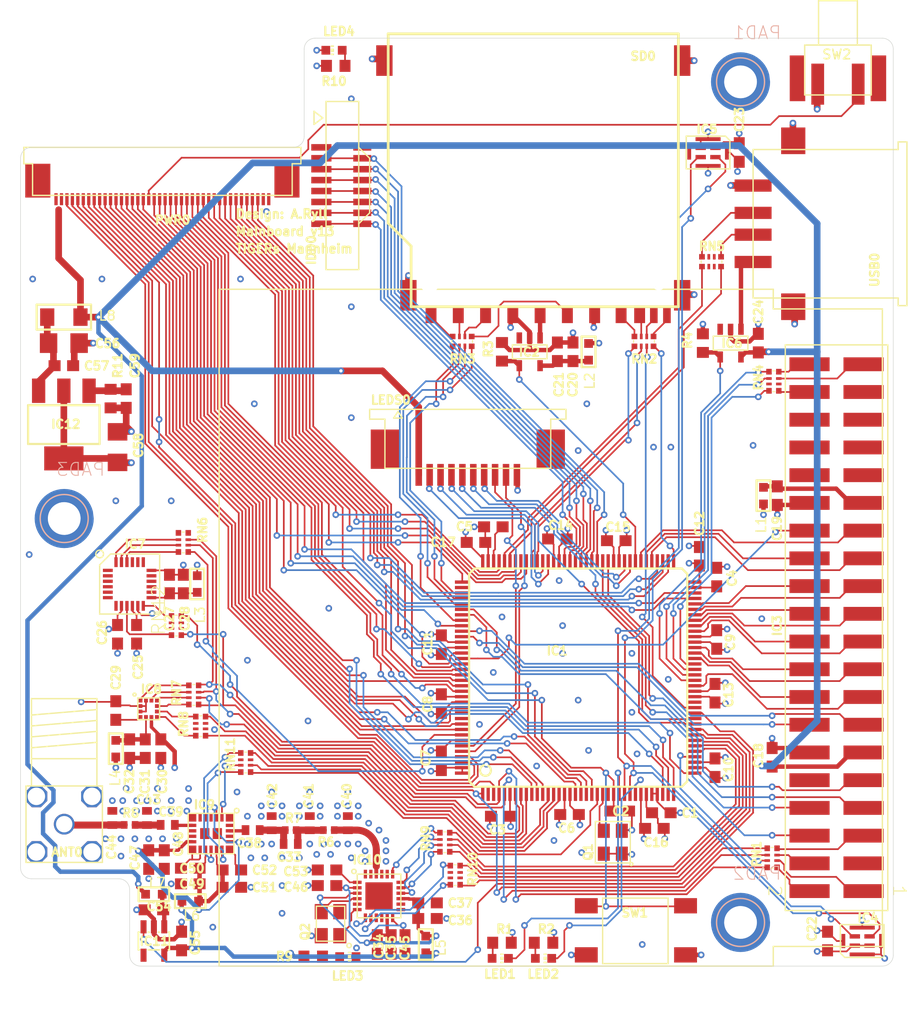
<source format=kicad_pcb>
(kicad_pcb (version 20240108) (generator "pcbnew") (generator_version "8.0")
  (layers (0 "F.Cu" signal) (1 "In1.Cu" signal) (2 "In2.Cu" signal) (31 "B.Cu" signal) (34 "B.Paste" user) (35 "F.Paste" user) (36 "B.SilkS" user "B.Silkscreen") (37 "F.SilkS" user "F.Silkscreen") (38 "B.Mask" user) (39 "F.Mask" user) (44 "Edge.Cuts" user))
  (net 0 "")
  (net 1 "+3V3")
  (net 2 "GND")
  (net 3 "N$124")
  (net 4 "N$125")
  (net 5 "N$126")
  (net 6 "UART4-TX")
  (net 7 "UART4-RX")
  (net 8 "JTAG-RESV1")
  (net 9 "USART2-TX")
  (net 10 "USART2-RX")
  (net 11 "SPI1-SCK")
  (net 12 "SPI1-MISO")
  (net 13 "SPI1-MOSI")
  (net 14 "TIM1-CH1")
  (net 15 "USART1-TX")
  (net 16 "USART1-RX")
  (net 17 "OTG-FS-DM")
  (net 18 "OTG-FS-DP")
  (net 19 "SWDIO")
  (net 20 "SWCLK")
  (net 21 "TIM3-CH3")
  (net 22 "TIM3-CH4")
  (net 23 "JTAG-RESV2")
  (net 24 "JTAG-RESV3")
  (net 25 "UART5-TX")
  (net 26 "TIM4-CH3")
  (net 27 "TIM4-CH4")
  (net 28 "USART3-TX")
  (net 29 "USART3-RX")
  (net 30 "SPI2-SCK")
  (net 31 "SPI2-MISO")
  (net 32 "SPI2-MOSI")
  (net 33 "TIM3-CH1")
  (net 34 "TIM3-CH2")
  (net 35 "SDMMC1-D0")
  (net 36 "SDMMC1-D1")
  (net 37 "SDMMC1-D2")
  (net 38 "SDMMC1-D3")
  (net 39 "SDMMC1-CK")
  (net 40 "FMC-D2")
  (net 41 "FMC-D3")
  (net 42 "SDMMC1-CMD")
  (net 43 "FMC-NOE")
  (net 44 "FMC-NWE")
  (net 45 "FMC-NE1")
  (net 46 "FMC-D13")
  (net 47 "FMC-D14")
  (net 48 "FMC-D15")
  (net 49 "FMC-D0")
  (net 50 "FMC-D1")
  (net 51 "UART8-RX")
  (net 52 "UART8-TX")
  (net 53 "SPI4-SCK")
  (net 54 "SPI4-MISO")
  (net 55 "SPI4-MOSI")
  (net 56 "FMC-D4")
  (net 57 "FMC-D5")
  (net 58 "FMC-D6")
  (net 59 "FMC-D7")
  (net 60 "FMC-D8")
  (net 61 "FMC-D9")
  (net 62 "FMC-D10")
  (net 63 "FMC-D11")
  (net 64 "FMC-D12")
  (net 65 "LED1")
  (net 66 "LED2")
  (net 67 "UART7-TX")
  (net 68 "TIM13-CH1")
  (net 69 "TIM14-CH1")
  (net 70 "UART7-RX")
  (net 71 "UART5-RX")
  (net 72 "DFSDM-DATIN0")
  (net 73 "DFSDM-CKOUT")
  (net 74 "TIM4-CH1")
  (net 75 "TIM4-CH2")
  (net 76 "USART6-RX")
  (net 77 "USART6-TX")
  (net 78 "SMB-SCL")
  (net 79 "SMB-SDA")
  (net 80 "SMB-ALRT")
  (net 81 "SRST")
  (net 82 "N$9")
  (net 83 "N$10")
  (net 84 "LCD-ON")
  (net 85 "LCD-RESET")
  (net 86 "+5V")
  (net 87 "N$127")
  (net 88 "N$128")
  (net 89 "N$129")
  (net 90 "N$130")
  (net 91 "N$131")
  (net 92 "N$132")
  (net 93 "N$133")
  (net 94 "N$134")
  (net 95 "N$135")
  (net 96 "N$136")
  (net 97 "N$137")
  (net 98 "N$138")
  (net 99 "N$139")
  (net 100 "N$140")
  (net 101 "N$141")
  (net 102 "N$142")
  (net 103 "SD-PWR")
  (net 104 "N$143")
  (net 105 "SD_PWR")
  (net 106 "SD-CD")
  (net 107 "SD-WP")
  (net 108 "N$145")
  (net 109 "N$146")
  (net 110 "N$147")
  (net 111 "USB-EN")
  (net 112 "N$149")
  (net 113 "N$150")
  (net 114 "N$148")
  (net 115 "N$151")
  (net 116 "N$152")
  (net 117 "N$153")
  (net 118 "IMU-CS")
  (net 119 "N$1")
  (net 120 "N$2")
  (net 121 "N$3")
  (net 122 "N$4")
  (net 123 "MAG-CS")
  (net 124 "N$7")
  (net 125 "N$8")
  (net 126 "N$156")
  (net 127 "N$157")
  (net 128 "WF-ON")
  (net 129 "WF-3V3")
  (net 130 "WF_3V3SX")
  (net 131 "N$159")
  (net 132 "N$160")
  (net 133 "N$161")
  (net 134 "N$162")
  (net 135 "N$163")
  (net 136 "N$164")
  (net 137 "N$165")
  (net 138 "N$166")
  (net 139 "N$167")
  (net 140 "WF-CS")
  (net 141 "WF-BUSY")
  (net 142 "WF-IRQ")
  (net 143 "N$168")
  (net 144 "N$169")
  (net 145 "N$170")
  (net 146 "N$171")
  (net 147 "N$172")
  (net 148 "CTX")
  (net 149 "CRX")
  (net 150 "CPS")
  (net 151 "WF_3V3FEM")
  (net 152 "N$174")
  (net 153 "N$175")
  (net 154 "N$176")
  (net 155 "WF-CPS")
  (net 156 "WF-CRX")
  (net 157 "WF-CTX")
  (net 158 "KILL")
  (net 159 "KICK-CS")
  (net 160 "KICK-ERR")
  (net 161 "N$107")
  (net 162 "N$108")
  (net 163 "N$111")
  (net 164 "KICK-CHG")
  (net 165 "SMB-RST")
  (net 166 "USB-ATT")
  (net 167 "BTN")
  (net 168 "PDN")
  (net 169 "IDD0")
  (net 170 "IDD1")
  (net 171 "IDD2")
  (net 172 "IDD3")
  (net 173 "IDD4")
  (net 174 "IDD5")
  (net 175 "IDD6")
  (net 176 "TP-IRQ")
  (net 177 "TP-CS")
  (net 178 "N$5")
  (net 179 "N$6")
  (net 180 "MAG-INT")
  (net 181 "N$11")
  (net 182 "IMU-INT")
  (net 183 "MAG-DRDY")
  (net 184 "FMC-A7")
  (footprint "Mainboard v13:BUTTON4" (layer "F.Cu") (at 169.45985 146.4761 90)
    (property "Reference" "SW1")
    (property "Value" "KT11P4SA3M")
  )
  (footprint "Mainboard v13:C0603_334" (layer "F.Cu") (at 123.42235 112.5036 90)
    (property "Reference" "C28")
    (property "Value" "10u")
  )
  (footprint "Mainboard v13:C0603_334" (layer "F.Cu") (at 157.71235 91.2311 90)
    (property "Reference" "C21")
    (property "Value" "100n")
  )
  (footprint "Mainboard v13:C0603_334" (layer "F.Cu") (at 123.2636 145.2061 90)
    (property "Reference" "C55")
    (property "Value" "10u")
  )
  (footprint "Mainboard v13:L0603" (layer "F.Cu") (at 145.64735 145.5236 90)
    (property "Reference" "L5")
    (property "Value" "120R")
  )
  (footprint "Mainboard v13:C0603_334" (layer "F.Cu") (at 172.31735 117.5836 -90)
    (property "Reference" "C9")
    (property "Value" "100n")
  )
  (footprint "Mainboard v13:C0603_334" (layer "F.Cu") (at 122.15235 112.5036 90)
    (property "Reference" "C27")
    (property "Value" "100n")
  )
  (footprint "Mainboard v13:USBA-TE" (layer "F.Cu") (at 175.6511 79.5036 90)
    (property "Reference" "USB0")
    (property "Value" "")
  )
  (footprint "Mainboard v13:C0603_334" (layer "F.Cu") (at 124.05735 138.5386 180)
    (property "Reference" "C50")
    (property "Value" "1n")
  )
  (footprint "Mainboard v13:R0603_334" (layer "F.Cu") (at 135.3286 146.63485 180)
    (property "Reference" "R9")
    (property "Value" "1k")
  )
  (footprint "Mainboard v13:SOT23-5" (layer "F.Cu") (at 173.58735 90.43735 -90)
    (property "Reference" "IC6")
    (property "Value" "STMPS2151STR")
  )
  (footprint "Mainboard v13:EXB28V_342" (layer "F.Cu") (at 165.64985 90.2786)
    (property "Reference" "RN2")
    (property "Value" "100")
  )
  (footprint "Mainboard v13:QFN24-4X4-P" (layer "F.Cu") (at 118.5011 112.5036)
    (property "Reference" "IC7")
    (property "Value" "ICM-20689")
  )
  (footprint "Mainboard v13:L0603" (layer "F.Cu") (at 176.6036 104.40735 -90)
    (property "Reference" "L1")
    (property "Value" "120R")
  )
  (footprint "Mainboard v13:SOT223" (layer "F.Cu") (at 112.4686 97.8986 180)
    (property "Reference" "IC12")
    (property "Value" "LT3080ST")
  )
  (footprint "Mainboard v13:CHIP-LED0603_259" (layer "F.Cu") (at 137.2336 63.6086 90)
    (property "Reference" "LED4")
    (property "Value" "gr")
  )
  (footprint "Mainboard v13:R0603_334" (layer "F.Cu") (at 152.63235 145.36485)
    (property "Reference" "R1")
    (property "Value" "1k")
  )
  (footprint "Mainboard v13:SMCM-22" (layer "F.Cu") (at 125.96235 135.3636 -90)
    (property "Reference" "IC9")
    (property "Value" "SKY66112")
  )
  (footprint "Mainboard v13:C0603_334" (layer "F.Cu") (at 182.47735 145.2061 90)
    (property "Reference" "C22")
    (property "Value" "10u")
  )
  (footprint "Mainboard v13:LT24" (layer "F.Cu") (at 183.3011 116.5036 -90)
    (property "Reference" "IC3")
    (property "Value" "LT24")
  )
  (footprint "Mainboard v13:C0402_334" (layer "F.Cu") (at 116.9136 133.93485 90)
    (property "Reference" "C44")
    (property "Value" "NA")
  )
  (footprint "Mainboard v13:C0603_334" (layer "F.Cu") (at 121.3586 127.58485 -90)
    (property "Reference" "C30")
    (property "Value" "100n")
  )
  (footprint "Mainboard v13:KT11" (layer "F.Cu") (at 183.42985 63.13235 -90)
    (property "Reference" "SW2")
    (property "Value" "KT11P4SA3M")
  )
  (footprint "Mainboard v13:C0603_334" (layer "F.Cu") (at 177.8736 104.40735 -90)
    (property "Reference" "C19")
    (property "Value" "100n")
  )
  (footprint "Mainboard v13:C0603_334" (layer "F.Cu") (at 163.10985 108.53485)
    (property "Reference" "C15")
    (property "Value" "100n")
  )
  (footprint "Mainboard v13:C0603_334" (layer "F.Cu") (at 163.42735 133.29985)
    (property "Reference" "C2")
    (property "Value" "100n")
  )
  (footprint "Mainboard v13:EXB28V_342" (layer "F.Cu") (at 123.42235 108.6936 90)
    (property "Reference" "RN6")
    (property "Value" "100")
  )
  (footprint "Mainboard v13:SDCARD" (layer "F.Cu") (at 155.5011 87.1036 180)
    (property "Reference" "SD0")
    (property "Value" "SDCARD")
  )
  (footprint "Mainboard v13:L0603" (layer "F.Cu") (at 124.69235 112.5036 90)
    (property "Reference" "L3")
    (property "Value" "120R")
  )
  (footprint "Mainboard v13:LQFP144-ST" (layer "F.Cu") (at 159.61735 121.0761)
    (property "Reference" "IC1")
    (property "Value" "STM32H743ZST")
  )
  (footprint "Mainboard v13:C0603_334" (layer "F.Cu") (at 174.3811 72.97485 -90)
    (property "Reference" "C23")
    (property "Value" "10u")
  )
  (footprint "Mainboard v13:C0402_334" (layer "F.Cu") (at 120.0886 133.93485 90)
    (property "Reference" "C43")
    (property "Value" "0p6")
  )
  (footprint "Mainboard v13:C0603_334" (layer "F.Cu") (at 147.0761 128.6961 90)
    (property "Reference" "C7")
    (property "Value" "100n")
  )
  (footprint "Mainboard v13:C0603_334" (layer "F.Cu") (at 172.1586 122.50485 -90)
    (property "Reference" "C13")
    (property "Value" "100n")
  )
  (footprint "Mainboard v13:ANT-SMA-RA" (layer "F.Cu") (at 112.5011 134.5036 180)
    (property "Reference" "ANT0")
    (property "Value" "")
  )
  (footprint "Mainboard v13:CRYSTAL-7M" (layer "F.Cu") (at 136.9161 143.6186 90)
    (property "Reference" "Q2")
    (property "Value" "FL520WFMT1")
  )
  (footprint "Mainboard v13:SOT23-5" (layer "F.Cu") (at 155.17235 91.2311 -90)
    (property "Reference" "IC2")
    (property "Value" "STMPS2151STR")
  )
  (footprint "Mainboard v13:C0603_334" (layer "F.Cu") (at 145.8061 141.7136)
    (property "Reference" "C37")
    (property "Value" "1n")
  )
  (footprint "Mainboard v13:C0603_334" (layer "F.Cu") (at 112.4686 92.5011)
    (property "Reference" "C57")
    (property "Value" "100n")
  )
  (footprint "Mainboard v13:L0603" (layer "F.Cu") (at 117.2311 127.58485 -90)
    (property "Reference" "L4")
    (property "Value" "120R")
  )
  (footprint "Mainboard v13:EXB28V_342" (layer "F.Cu") (at 125.00985 125.5211 90)
    (property "Reference" "RN8")
    (property "Value" "100")
  )
  (footprint "Mainboard v13:C0603_334" (layer "F.Cu") (at 151.8386 107.26485 180)
    (property "Reference" "C5")
    (property "Value" "10u")
  )
  (footprint "Mainboard v13:HCLGA4" (layer "F.Cu") (at 171.5236 72.97485 90)
    (property "Reference" "IC5")
    (property "Value" "MP34DT05")
  )
  (footprint "Mainboard v13:OSCI-ASE" (layer "F.Cu") (at 162.79235 136.15735 90)
    (property "Reference" "Q1")
    (property "Value" "ASE-4.000MHZ-LC-T")
  )
  (footprint "Mainboard v13:C0402_334" (layer "F.Cu") (at 138.5036 134.4111 90)
    (property "Reference" "C40")
    (property "Value" "0p8")
  )
  (footprint "Mainboard v13:C0603_334" (layer "F.Cu") (at 172.31735 111.8686 90)
    (property "Reference" "C4")
    (property "Value" "10u")
  )
  (footprint "Mainboard v13:CHIP-LED0603_259" (layer "F.Cu") (at 156.44235 146.7936 -90)
    (property "Reference" "LED2")
    (property "Value" "rd")
  )
  (footprint "Mainboard v13:C0603_334" (layer "F.Cu") (at 172.1586 129.3311 -90)
    (property "Reference" "C10")
    (property "Value" "100n")
  )
  (footprint "Mainboard v13:R0603_334" (layer "F.Cu") (at 116.75485 95.51735 90)
    (property "Reference" "R11")
    (property "Value" "330k")
  )
  (footprint "Mainboard v13:C0603_334" (layer "F.Cu") (at 176.12735 90.43735 90)
    (property "Reference" "C24")
    (property "Value" "100n")
  )
  (footprint "Mainboard v13:TE-4-1734592-0" (layer "F.Cu") (at 121.5011 72.5036)
    (property "Reference" "PWR0")
    (property "Value" "4-1734742-0")
  )
  (footprint "Mainboard v13:R0603_334" (layer "F.Cu") (at 156.44235 145.36485)
    (property "Reference" "R2")
    (property "Value" "1k")
  )
  (footprint "Mainboard v13:C0603_334" (layer "F.Cu") (at 167.23735 133.4586 180)
    (property "Reference" "C1")
    (property "Value" "100n")
  )
  (footprint "Mainboard v13:EXB28V_342" (layer "F.Cu") (at 122.78735 116.3136 90)
    (property "Reference" "RN12")
    (property "Value" "100")
  )
  (footprint "Mainboard v13:C0603_334" (layer "F.Cu") (at 118.5011 127.58485 -90)
    (property "Reference" "C32")
    (property "Value" "10u")
  )
  (footprint "Mainboard v13:CHIP-LED0603_259" (layer "F.Cu") (at 138.5036 146.63485 -90)
    (property "Reference" "LED3")
    (property "Value" "gr")
  )
  (footprint "Mainboard v13:C0402_334" (layer "F.Cu") (at 135.0111 134.4111 90)
    (property "Reference" "C41")
    (property "Value" "1p5")
  )
  (footprint "Mainboard v13:C0603_334" (layer "F.Cu") (at 159.1411 91.2311 90)
    (property "Reference" "C20")
    (property "Value" "10u")
  )
  (footprint "Mainboard v13:C0603_334" (layer "F.Cu") (at 141.20235 145.5236 -90)
    (property "Reference" "C34")
    (property "Value" "100n")
  )
  (footprint "Mainboard v13:C0603_334" (layer "F.Cu") (at 166.60235 134.88735)
    (property "Reference" "C16")
    (property "Value" "100n")
  )
  (footprint "Mainboard v13:R0402_334" (layer "F.Cu") (at 136.75735 135.0461 180)
    (property "Reference" "R6")
    (property "Value" "3n")
  )
  (footprint "Mainboard v13:EXB28V_342" (layer "F.Cu") (at 129.13735 128.85485 90)
    (property "Reference" "RN11")
    (property "Value" "100")
  )
  (footprint "Mainboard v13:C0603_334" (layer "F.Cu") (at 147.0761 123.45735 90)
    (property "Reference" "C8")
    (property "Value" "100n")
  )
  (footprint "Mainboard v13:R0603_334" (layer "F.Cu") (at 137.39235 65.03735 180)
    (property "Reference" "R10")
    (property "Value" "1k")
  )
  (footprint "Mainboard v13:C0603_334" (layer "F.Cu") (at 158.8236 133.61735 180)
    (property "Reference" "C6")
    (property "Value" "100n")
  )
  (footprint "Mainboard v13:C0603_334" (layer "F.Cu") (at 119.92985 127.58485 -90)
    (property "Reference" "C31")
    (property "Value" "100n")
  )
  (footprint "Mainboard v13:QFN24L" (layer "F.Cu") (at 141.3611 141.0786)
    (property "Reference" "IC10")
    (property "Value" "SX1280")
  )
  (footprint "Mainboard v13:C0603_334" (layer "F.Cu") (at 120.7236 142.3486 180)
    (property "Reference" "C54")
    (property "Value" "10u")
  )
  (footprint "Mainboard v13:C0603_334" (layer "F.Cu") (at 117.2311 124.09235 90)
    (property "Reference" "C29")
    (property "Value" "100n")
  )
  (footprint "Mainboard v13:L0603" (layer "F.Cu") (at 124.05735 141.55485)
    (property "Reference" "L6")
    (property "Value" "120R")
  )
  (footprint "Mainboard v13:EXB28V_342" (layer "F.Cu") (at 177.39735 137.5861 90)
    (property "Reference" "RN1")
    (property "Value" "100")
  )
  (footprint "Mainboard v13:C0603_334" (layer "F.Cu") (at 136.5986 140.1261 180)
    (property "Reference" "C46")
    (property "Value" "10n")
  )
  (footprint "Mainboard v13:C0402_334" (layer "F.Cu") (at 133.26485 136.3161 180)
    (property "Reference" "C33")
    (property "Value" "0p5")
  )
  (footprint "Mainboard v13:C0603_334" (layer "F.Cu") (at 118.1836 95.51735 -90)
    (property "Reference" "C59")
    (property "Value" "100n")
  )
  (footprint "Mainboard v13:C0603_334" (layer "F.Cu") (at 177.39735 128.3786 90)
    (property "Reference" "C18")
    (property "Value" "100n")
  )
  (footprint "Mainboard v13:C0603_334" (layer "F.Cu") (at 117.38985 117.10735 -90)
    (property "Reference" "C26")
    (property "Value" "100n")
  )
  (footprint "Mainboard v13:EXB28V_342" (layer "F.Cu") (at 148.9811 90.2786)
    (property "Reference" "RN3")
    (property "Value" "100")
  )
  (footprint "Mainboard v13:EXB28V_342" (layer "F.Cu") (at 147.3936 136.15735 90)
    (property "Reference" "RN9")
    (property "Value" "100")
  )
  (footprint "Mainboard v13:C0603_334" (layer "F.Cu") (at 120.24735 137.74485 -90)
    (property "Reference" "C47")
    (property "Value" "100n")
  )
  (footprint "Mainboard v13:R0402_334" (layer "F.Cu") (at 133.26485 135.0461 180)
    (property "Reference" "R7")
    (property "Value" "2n7")
  )
  (footprint "Mainboard v13:C0603_334" (layer "F.Cu") (at 142.47235 145.5236 -90)
    (property "Reference" "C35")
    (property "Value" "1n")
  )
  (footprint "Mainboard v13:TE-1-84952-0" (layer "F.Cu") (at 149.5011 96.5036)
    (property "Reference" "LEDS0")
    (property "Value" "")
  )
  (footprint "Mainboard v13:EXB28V_342" (layer "F.Cu") (at 124.37485 122.6636 90)
    (property "Reference" "RN7")
    (property "Value" "100")
  )
  (footprint "Mainboard v13:C0603_334" (layer "F.Cu") (at 127.86735 140.28485)
    (property "Reference" "C51")
    (property "Value" "100n")
  )
  (footprint "Mainboard v13:VFLGA-12" (layer "F.Cu") (at 120.24735 123.9336)
    (property "Reference" "IC8")
    (property "Value" "LIS3MDL")
  )
  (footprint "Mainboard v13:CHIP-LED0603_259" (layer "F.Cu") (at 152.4736 146.7936 -90)
    (property "Reference" "LED1")
    (property "Value" "gr")
  )
  (footprint "Mainboard v13:C0603_334" (layer "F.Cu") (at 170.72985 109.9636 90)
    (property "Reference" "C12")
    (property "Value" "100n")
  )
  (footprint "Mainboard v13:C0603_334" (layer "F.Cu") (at 157.71235 108.3761)
    (property "Reference" "C14")
    (property "Value" "100n")
  )
  (footprint "Mainboard v13:C0603_334" (layer "F.Cu") (at 150.2511 108.6936)
    (property "Reference" "C17")
    (property "Value" "100n")
  )
  (footprint "Mainboard v13:C0603_334" (layer "F.Cu") (at 136.5986 138.69735 180)
    (property "Reference" "C53")
    (property "Value" "10n")
  )
  (footprint "Mainboard v13:R0603_334" (layer "F.Cu") (at 152.63235 91.2311 90)
    (property "Reference" "R3")
    (property "Value" "10k")
  )
  (footprint "Mainboard v13:C0603_334" (layer "F.Cu") (at 143.74235 145.5236 -90)
    (property "Reference" "C45")
    (property "Value" "1u")
  )
  (footprint "Mainboard v13:C0603_334" (layer "F.Cu") (at 119.1361 117.10735 -90)
    (property "Reference" "C25")
    (property "Value" "10u")
  )
  (footprint "Mainboard v13:C0603_334" (layer "F.Cu") (at 121.6761 137.74485 -90)
    (property "Reference" "C48")
    (property "Value" "1n")
  )
  (footprint "Mainboard v13:SOT23-5L" (layer "F.Cu") (at 120.7236 145.2061 180)
    (property "Reference" "IC11")
    (property "Value" "LP5907MFX-3.3")
  )
  (footprint "Mainboard v13:EXB28V_342" (layer "F.Cu") (at 171.8411 82.9761)
    (property "Reference" "RN5")
    (property "Value" "100")
  )
  (footprint "Mainboard v13:EXB28V_342" (layer "F.Cu") (at 177.5561 93.92985 90)
    (property "Reference" "RN4")
    (property "Value" "100")
  )
  (footprint "Mainboard v13:HCLGA4" (layer "F.Cu") (at 185.65235 145.2061 -90)
    (property "Reference" "IC4")
    (property "Value" "MP34DT05")
  )
  (footprint "Mainboard v13:C0603_334" (layer "F.Cu") (at 127.86735 138.69735)
    (property "Reference" "C52")
    (property "Value" "1n")
  )
  (footprint "Mainboard v13:L0603" (layer "F.Cu") (at 120.7236 140.91985 180)
    (property "Reference" "L7")
    (property "Value" "120R")
  )
  (footprint "Mainboard v13:R0402_334" (layer "F.Cu") (at 118.5011 134.56985 180)
    (property "Reference" "R8")
    (property "Value" "3n9")
  )
  (footprint "Mainboard v13:C0603_334" (layer "F.Cu") (at 124.05735 139.96735 180)
    (property "Reference" "C49")
    (property "Value" "100n")
  )
  (footprint "Mainboard v13:L1206" (layer "F.Cu") (at 112.4686 88.0561 180)
    (property "Reference" "L8")
    (property "Value" "470R")
  )
  (footprint "Mainboard v13:C0402_334" (layer "F.Cu") (at 121.9936 134.56985 180)
    (property "Reference" "C39")
    (property "Value" "47p")
  )
  (footprint "Mainboard v13:L0603" (layer "F.Cu") (at 160.56985 91.2311 90)
    (property "Reference" "L2")
    (property "Value" "120R")
  )
  (footprint "Mainboard v13:C0603_334" (layer "F.Cu") (at 147.0761 118.05985 90)
    (property "Reference" "C11")
    (property "Value" "100n")
  )
  (footprint "Mainboard v13:C0402_334" (layer "F.Cu") (at 131.5186 134.4111 90)
    (property "Reference" "C42")
    (property "Value" "NA")
  )
  (footprint "Mainboard v13:C0603_334" (layer "F.Cu") (at 145.8061 143.14235)
    (property "Reference" "C36")
    (property "Value" "100n")
  )
  (footprint "Mainboard v13:C1206_334" (layer "F.Cu") (at 117.38985 99.96235 90)
    (property "Reference" "C58")
    (property "Value" "33u")
  )
  (footprint "Mainboard v13:R0603_334" (layer "F.Cu") (at 171.04735 90.43735 -90)
    (property "Reference" "R4")
    (property "Value" "10k")
  )
  (footprint "Mainboard v13:C0402_334" (layer "F.Cu") (at 129.77235 135.0461 180)
    (property "Reference" "C38")
    (property "Value" "100p")
  )
  (footprint "Mainboard v13:TE-1734248-8" (layer "F.Cu") (at 138.0011 76.0036 90)
    (property "Reference" "IDD0")
    (property "Value" "")
  )
  (footprint "Mainboard v13:C1206_334" (layer "F.Cu") (at 112.4686 90.43735)
    (property "Reference" "C56")
    (property "Value" "33u")
  )
  (footprint "Mainboard v13:C0603_334" (layer "F.Cu") (at 152.4736 133.7761 180)
    (property "Reference" "C3")
    (property "Value" "100n")
  )
  (footprint "Mainboard v13:EXB28V_342" (layer "F.Cu") (at 148.3461 139.1736 90)
    (property "Reference" "RN10")
    (property "Value" "100")
  )
  (footprint "Mainboard v13:5,4_3,0" (layer "B.Cu") (at 174.5011 143.5036 180)
    (property "Reference" "PAD2")
    (property "Value" "" (hide yes))
  )
  (footprint "Mainboard v13:5,4_3,0" (layer "B.Cu") (at 112.5011 106.5036 180)
    (property "Reference" "PAD3")
    (property "Value" "" (hide yes))
  )
  (footprint "Mainboard v13:5,4_3,0" (layer "B.Cu") (at 174.5011 66.5036 180)
    (property "Reference" "PAD1")
    (property "Value" "" (hide yes))
  )
  (gr_line (start 119.5011 147.5036) (end 187.5011 147.5036) (stroke (width 0.05)) (layer "Edge.Cuts"))
  (gr_line (start 187.5011 62.5036) (end 135.5011 62.5036) (stroke (width 0.05)) (layer "Edge.Cuts"))
  (gr_arc (start 109.5011 139.5036) (mid 108.793993 139.210707) (end 108.5011 138.5036) (stroke (width 0.05)) (layer "Edge.Cuts"))
  (gr_arc (start 188.5011 146.5036) (mid 188.208207 147.210707) (end 187.5011 147.5036) (stroke (width 0.05)) (layer "Edge.Cuts"))
  (gr_arc (start 117.5011 139.5036) (mid 118.208207 139.796493) (end 118.5011 140.5036) (stroke (width 0.05)) (layer "Edge.Cuts"))
  (gr_line (start 108.5011 73.5036) (end 108.5011 138.5036) (stroke (width 0.05)) (layer "Edge.Cuts"))
  (gr_arc (start 134.5011 71.5036) (mid 134.208207 72.210707) (end 133.5011 72.5036) (stroke (width 0.05)) (layer "Edge.Cuts"))
  (gr_line (start 134.5011 71.5036) (end 134.5011 63.5036) (stroke (width 0.05)) (layer "Edge.Cuts"))
  (gr_line (start 118.5011 140.5036) (end 118.5011 146.5036) (stroke (width 0.05)) (layer "Edge.Cuts"))
  (gr_arc (start 119.5011 147.5036) (mid 118.793993 147.210707) (end 118.5011 146.5036) (stroke (width 0.05)) (layer "Edge.Cuts"))
  (gr_line (start 188.5011 146.5036) (end 188.5011 63.5036) (stroke (width 0.05)) (layer "Edge.Cuts"))
  (gr_line (start 109.5011 139.5036) (end 117.5011 139.5036) (stroke (width 0.05)) (layer "Edge.Cuts"))
  (gr_arc (start 187.5011 62.5036) (mid 188.208207 62.796493) (end 188.5011 63.5036) (stroke (width 0.05)) (layer "Edge.Cuts"))
  (gr_arc (start 108.5011 73.5036) (mid 108.793993 72.796493) (end 109.5011 72.5036) (stroke (width 0.05)) (layer "Edge.Cuts"))
  (gr_arc (start 134.5011 63.5036) (mid 134.793993 62.796493) (end 135.5011 62.5036) (stroke (width 0.05)) (layer "Edge.Cuts"))
  (gr_line (start 133.5011 72.5036) (end 109.5011 72.5036) (stroke (width 0.05)) (layer "Edge.Cuts"))
  (gr_text "TIGERs Mannheim" (at 128.105475 82.261725 0) (layer "F.SilkS") (effects (font (size 0.8128 0.8128) (thickness 0.2032)) (justify left bottom)))
  (gr_text "Design: A.Ryll" (at 128.105475 79.086725 0) (layer "F.SilkS") (effects (font (size 0.8128 0.8128) (thickness 0.2032)) (justify left bottom)))
  (gr_text "Mainboard v13" (at 128.105475 80.674225 0) (layer "F.SilkS") (effects (font (size 0.8128 0.8128) (thickness 0.2032)) (justify left bottom)))
  (segment (start 172.1986 72.54985) (end 172.42485 72.54985) (width 0.1524) (layer "F.Cu") (net 1))
  (segment (start 150.86735 110.15985) (end 150.86735 110.4511) (width 0.1524) (layer "F.Cu") (net 1))
  (segment (start 149.2986 108.5911) (end 149.2986 107.7411) (width 0.1524) (layer "F.Cu") (net 1))
  (segment (start 182.57985 146.1586) (end 182.47735 146.0561) (width 0.1524) (layer "F.Cu") (net 1))
  (segment (start 153.48235 145.36485) (end 153.58485 145.26235) (width 0.1524) (layer "F.Cu") (net 1))
  (segment (start 163.61735 137.20735) (end 163.6786 137.2686) (width 0.1524) (layer "F.Cu") (net 1))
  (segment (start 184.97735 145.6311) (end 184.7511 145.6311) (width 0.1524) (layer "F.Cu") (net 1))
  (segment (start 135.6461 65.03735) (end 136.54235 65.03735) (width 0.1524) (layer "F.Cu") (net 1))
  (segment (start 171.8136 128.8261) (end 172.1586 128.4811) (width 0.1524) (layer "F.Cu") (net 1))
  (segment (start 120.49735 125.15985) (end 120.49735 125.61235) (width 0.3048) (layer "F.Cu") (net 1))
  (segment (start 153.4261 133.8786) (end 153.3236 133.7761) (width 0.1524) (layer "F.Cu") (net 1))
  (segment (start 117.38985 115.3611) (end 117.38985 116.25735) (width 0.1524) (layer "F.Cu") (net 1))
  (segment (start 184.2236 146.1586) (end 182.57985 146.1586) (width 0.1524) (layer "F.Cu") (net 1))
  (segment (start 117.0251 100.9976) (end 117.38985 101.36235) (width 0.6096) (layer "F.Cu") (net 1))
  (segment (start 171.48735 122.3261) (end 172.1586 121.65485) (width 0.1524) (layer "F.Cu") (net 1))
  (segment (start 170.24235 122.3261) (end 171.48735 122.3261) (width 0.1524) (layer "F.Cu") (net 1))
  (segment (start 171.72485 117.3261) (end 172.31735 116.7336) (width 0.1524) (layer "F.Cu") (net 1))
  (segment (start 174.3811 71.2286) (end 174.3811 71.91985) (width 0.1524) (layer "F.Cu") (net 1))
  (segment (start 161.96735 137.20735) (end 163.61735 137.20735) (width 0.1524) (layer "F.Cu") (net 1))
  (segment (start 120.49735 125.61235) (end 120.49735 124.6836) (width 0.3048) (layer "F.Cu") (net 1))
  (segment (start 172.1586 121.65485) (end 172.2611 121.55235) (width 0.1524) (layer "F.Cu") (net 1))
  (segment (start 121.3586 126.4736) (end 121.3586 126.73485) (width 0.3048) (layer "F.Cu") (net 1))
  (segment (start 146.9736 119.01235) (end 146.1236 119.01235) (width 0.1524) (layer "F.Cu") (net 1))
  (segment (start 176.6036 106.1536) (end 176.6036 105.16935) (width 0.4064) (layer "F.Cu") (net 1))
  (segment (start 172.41985 116.6311) (end 173.26985 116.6311) (width 0.1524) (layer "F.Cu") (net 1))
  (segment (start 146.1236 129.6486) (end 146.9736 129.6486) (width 0.1524) (layer "F.Cu") (net 1))
  (segment (start 174.2786 72.02235) (end 174.3811 72.12485) (width 0.1524) (layer "F.Cu") (net 1))
  (segment (start 147.0761 124.30735) (end 146.9736 124.40985) (width 0.1524) (layer "F.Cu") (net 1))
  (segment (start 153.4261 134.7286) (end 153.4261 133.8786) (width 0.1524) (layer "F.Cu") (net 1))
  (segment (start 157.36735 108.8811) (end 156.96985 108.4836) (width 0.1524) (layer "F.Cu") (net 1))
  (segment (start 166.36735 131.7011) (end 166.86735 131.7011) (width 0.1524) (layer "F.Cu") (net 1))
  (segment (start 117.4186 101.3911) (end 118.65985 101.3911) (width 0.6096) (layer "F.Cu") (net 1))
  (segment (start 149.4011 108.6936) (end 150.86735 110.15985) (width 0.1524) (layer "F.Cu") (net 1))
  (segment (start 165.36735 131.7011) (end 165.36735 134.50235) (width 0.1524) (layer "F.Cu") (net 1))
  (segment (start 163.6786 137.2686) (end 164.5386 137.2686) (width 0.1524) (layer "F.Cu") (net 1))
  (segment (start 148.99235 129.8261) (end 148.99235 129.3261) (width 0.1524) (layer "F.Cu") (net 1))
  (segment (start 157.36735 108.8811) (end 157.36735 110.4511) (width 0.1524) (layer "F.Cu") (net 1))
  (segment (start 162.86735 109.14235) (end 162.25985 108.53485) (width 0.1524) (layer "F.Cu") (net 1))
  (segment (start 172.95235 72.02235) (end 174.2786 72.02235) (width 0.1524) (layer "F.Cu") (net 1))
  (segment (start 117.0161 116.6311) (end 116.5961 116.6311) (width 0.1524) (layer "F.Cu") (net 1))
  (segment (start 122.6286 127.8461) (end 122.6286 129.3311) (width 0.4064) (layer "F.Cu") (net 1))
  (segment (start 121.3586 126.73485) (end 121.51735 126.73485) (width 0.4064) (layer "F.Cu") (net 1))
  (segment (start 147.0761 118.90985) (end 146.9736 119.01235) (width 0.1524) (layer "F.Cu") (net 1))
  (segment (start 166.86735 131.7011) (end 166.86735 132.4536) (width 0.1524) (layer "F.Cu") (net 1))
  (segment (start 159.6736 133.61735) (end 159.7761 133.71985) (width 0.1524) (layer "F.Cu") (net 1))
  (segment (start 146.9736 124.40985) (end 146.1236 124.40985) (width 0.1524) (layer "F.Cu") (net 1))
  (segment (start 169.77735 110.5986) (end 170.72985 110.5986) (width 0.1524) (layer "F.Cu") (net 1))
  (segment (start 148.99235 118.3261) (end 147.65985 118.3261) (width 0.1524) (layer "F.Cu") (net 1))
  (segment (start 120.49735 125.61235) (end 121.3586 126.4736) (width 0.3048) (layer "F.Cu") (net 1))
  (segment (start 149.4011 108.6936) (end 149.2986 108.5911) (width 0.1524) (layer "F.Cu") (net 1))
  (segment (start 146.9736 129.6486) (end 147.0761 129.5461) (width 0.1524) (layer "F.Cu") (net 1))
  (segment (start 165.64985 134.98985) (end 165.64985 135.83985) (width 0.1524) (layer "F.Cu") (net 1))
  (segment (start 170.72985 110.5986) (end 170.72985 110.8136) (width 0.1524) (layer "F.Cu") (net 1))
  (segment (start 153.36735 131.7011) (end 153.36735 133.73235) (width 0.1524) (layer "F.Cu") (net 1))
  (segment (start 167.87235 133.4586) (end 168.08735 133.4586) (width 0.1524) (layer "F.Cu") (net 1))
  (segment (start 117.2311 128.34685) (end 117.2311 129.3311) (width 0.4064) (layer "F.Cu") (net 1))
  (segment (start 124.69235 111.7416) (end 124.69235 110.75735) (width 0.1524) (layer "F.Cu") (net 1))
  (segment (start 168.08735 133.4586) (end 168.9836 133.4586) (width 0.1524) (layer "F.Cu") (net 1))
  (segment (start 186.32735 145.6311) (end 184.97735 145.6311) (width 0.1524) (layer "F.Cu") (net 1))
  (segment (start 172.2611 121.55235) (end 173.1111 121.55235) (width 0.1524) (layer "F.Cu") (net 1))
  (segment (start 148.05735 123.3261) (end 147.0761 124.30735) (width 0.1524) (layer "F.Cu") (net 1))
  (segment (start 112.4686 100.9976) (end 117.0251 100.9976) (width 0.6096) (layer "F.Cu") (net 1))
  (segment (start 153.36735 133.73235) (end 153.3236 133.7761) (width 0.1524) (layer "F.Cu") (net 1))
  (segment (start 184.7511 145.6311) (end 184.2236 146.1586) (width 0.1524) (layer "F.Cu") (net 1))
  (segment (start 147.2961 129.3261) (end 147.0761 129.5461) (width 0.1524) (layer "F.Cu") (net 1))
  (segment (start 172.31735 116.7336) (end 172.41985 116.6311) (width 0.1524) (layer "F.Cu") (net 1))
  (segment (start 165.75235 134.88735) (end 165.64985 134.98985) (width 0.1524) (layer "F.Cu") (net 1))
  (segment (start 117.38985 101.36235) (end 117.4186 101.3911) (width 0.6096) (layer "F.Cu") (net 1))
  (segment (start 166.86735 132.4536) (end 167.87235 133.4586) (width 0.1524) (layer "F.Cu") (net 1))
  (segment (start 182.37485 146.1586) (end 182.47735 146.0561) (width 0.1524) (layer "F.Cu") (net 1))
  (segment (start 117.7511 114.99985) (end 117.38985 115.3611) (width 0.1524) (layer "F.Cu") (net 1))
  (segment (start 172.2611 128.3786) (end 173.1111 128.3786) (width 0.1524) (layer "F.Cu") (net 1))
  (segment (start 148.99235 129.3261) (end 147.2961 129.3261) (width 0.1524) (layer "F.Cu") (net 1))
  (segment (start 156.75985 108.2736) (end 156.96985 108.4836) (width 0.1524) (layer "F.Cu") (net 1))
  (segment (start 162.15735 108.43235) (end 162.25985 108.53485) (width 0.1524) (layer "F.Cu") (net 1))
  (segment (start 117.7511 114.5036) (end 117.7511 114.99985) (width 0.1524) (layer "F.Cu") (net 1))
  (segment (start 162.86735 110.4511) (end 162.86735 109.14235) (width 0.1524) (layer "F.Cu") (net 1))
  (segment (start 122.6286 127.8461) (end 121.51735 126.73485) (width 0.4064) (layer "F.Cu") (net 1))
  (segment (start 157.39485 145.26235) (end 157.39485 144.41235) (width 0.1524) (layer "F.Cu") (net 1))
  (segment (start 148.99235 123.3261) (end 148.05735 123.3261) (width 0.1524) (layer "F.Cu") (net 1))
  (segment (start 158.86735 132.8111) (end 159.6736 133.61735) (width 0.1524) (layer "F.Cu") (net 1))
  (segment (start 170.24235 112.3261) (end 170.72985 112.3261) (width 0.1524) (layer "F.Cu") (net 1))
  (segment (start 165.36735 134.50235) (end 165.75235 134.88735) (width 0.1524) (layer "F.Cu") (net 1))
  (segment (start 181.52485 146.1586) (end 182.37485 146.1586) (width 0.1524) (layer "F.Cu") (net 1))
  (segment (start 160.56985 90.4691) (end 160.6016 90.43735) (width 0.4064) (layer "F.Cu") (net 1))
  (segment (start 170.24235 117.3261) (end 171.72485 117.3261) (width 0.1524) (layer "F.Cu") (net 1))
  (segment (start 112.4686 94.7996) (end 112.4686 100.9976) (width 0.6096) (layer "F.Cu") (net 1))
  (segment (start 117.38985 116.25735) (end 117.0161 116.6311) (width 0.1524) (layer "F.Cu") (net 1))
  (segment (start 159.7761 133.71985) (end 159.7761 134.56985) (width 0.1524) (layer "F.Cu") (net 1))
  (segment (start 156.96985 108.4836) (end 156.86235 108.3761) (width 0.1524) (layer "F.Cu") (net 1))
  (segment (start 174.3811 71.91985) (end 174.2786 72.02235) (width 0.1524) (layer "F.Cu") (net 1))
  (segment (start 157.29235 145.36485) (end 157.39485 145.26235) (width 0.1524) (layer "F.Cu") (net 1))
  (segment (start 158.86735 131.7011) (end 158.86735 132.8111) (width 0.1524) (layer "F.Cu") (net 1))
  (segment (start 147.65985 118.3261) (end 147.0761 118.90985) (width 0.1524) (layer "F.Cu") (net 1))
  (segment (start 156.75985 107.4236) (end 156.75985 108.2736) (width 0.1524) (layer "F.Cu") (net 1))
  (segment (start 172.42485 72.54985) (end 172.95235 72.02235) (width 0.1524) (layer "F.Cu") (net 1))
  (segment (start 170.24235 128.8261) (end 171.8136 128.8261) (width 0.1524) (layer "F.Cu") (net 1))
  (segment (start 162.15735 107.58235) (end 162.15735 108.43235) (width 0.1524) (layer "F.Cu") (net 1))
  (segment (start 172.1586 128.4811) (end 172.2611 128.3786) (width 0.1524) (layer "F.Cu") (net 1))
  (segment (start 170.72985 112.3261) (end 170.72985 110.8136) (width 0.1524) (layer "F.Cu") (net 1))
  (segment (start 153.58485 145.26235) (end 153.58485 144.41235) (width 0.1524) (layer "F.Cu") (net 1))
  (segment (start 160.6016 90.43735) (end 161.52235 90.43735) (width 0.4064) (layer "F.Cu") (net 1))
  (via (at 174.3811 71.2286) (size 0.6048) (drill 0.3048) (layers "F.Cu" "B.Cu") (net 1))
  (via (at 146.1236 129.6486) (size 0.6048) (drill 0.3048) (layers "F.Cu" "B.Cu") (net 1))
  (via (at 122.6286 129.3311) (size 0.6048) (drill 0.3048) (layers "F.Cu" "B.Cu") (net 1))
  (via (at 173.1111 128.3786) (size 0.6048) (drill 0.3048) (layers "F.Cu" "B.Cu") (net 1))
  (via (at 165.64985 135.83985) (size 0.6048) (drill 0.3048) (layers "F.Cu" "B.Cu") (net 1))
  (via (at 161.52235 90.43735) (size 0.6048) (drill 0.3048) (layers "F.Cu" "B.Cu") (net 1))
  (via (at 117.2311 129.3311) (size 0.6048) (drill 0.3048) (layers "F.Cu" "B.Cu") (net 1))
  (via (at 146.1236 124.40985) (size 0.6048) (drill 0.3048) (layers "F.Cu" "B.Cu") (net 1))
  (via (at 164.5386 137.2686) (size 0.6048) (drill 0.3048) (layers "F.Cu" "B.Cu") (net 1))
  (via (at 146.1236 119.01235) (size 0.6048) (drill 0.3048) (layers "F.Cu" "B.Cu") (net 1))
  (via (at 173.26985 116.6311) (size 0.6048) (drill 0.3048) (layers "F.Cu" "B.Cu") (net 1))
  (via (at 173.1111 121.55235) (size 0.6048) (drill 0.3048) (layers "F.Cu" "B.Cu") (net 1))
  (via (at 181.52485 146.1586) (size 0.6048) (drill 0.3048) (layers "F.Cu" "B.Cu") (net 1))
  (via (at 153.4261 134.7286) (size 0.6048) (drill 0.3048) (layers "F.Cu" "B.Cu") (net 1))
  (via (at 169.77735 110.5986) (size 0.6048) (drill 0.3048) (layers "F.Cu" "B.Cu") (net 1))
  (via (at 149.2986 107.7411) (size 0.6048) (drill 0.3048) (layers "F.Cu" "B.Cu") (net 1))
  (via (at 159.7761 134.56985) (size 0.6048) (drill 0.3048) (layers "F.Cu" "B.Cu") (net 1))
  (via (at 124.69235 110.75735) (size 0.6048) (drill 0.3048) (layers "F.Cu" "B.Cu") (net 1))
  (via (at 157.39485 144.41235) (size 0.6048) (drill 0.3048) (layers "F.Cu" "B.Cu") (net 1))
  (via (at 156.75985 107.4236) (size 0.6048) (drill 0.3048) (layers "F.Cu" "B.Cu") (net 1))
  (via (at 176.6036 106.1536) (size 0.6048) (drill 0.3048) (layers "F.Cu" "B.Cu") (net 1))
  (via (at 135.6461 65.03735) (size 0.6048) (drill 0.3048) (layers "F.Cu" "B.Cu") (net 1))
  (via (at 118.65985 101.3911) (size 0.6048) (drill 0.3048) (layers "F.Cu" "B.Cu") (net 1))
  (via (at 168.9836 133.4586) (size 0.6048) (drill 0.3048) (layers "F.Cu" "B.Cu") (net 1))
  (via (at 153.58485 144.41235) (size 0.6048) (drill 0.3048) (layers "F.Cu" "B.Cu") (net 1))
  (via (at 116.5961 116.6311) (size 0.6048) (drill 0.3048) (layers "F.Cu" "B.Cu") (net 1))
  (via (at 162.15735 107.58235) (size 0.6048) (drill 0.3048) (layers "F.Cu" "B.Cu") (net 1))
  (segment (start 179.30235 71.87485) (end 179.30235 70.2761) (width 0.6096) (layer "F.Cu") (net 2))
  (segment (start 161.0461 87.9336) (end 161.0461 89.0086) (width 0.4064) (layer "F.Cu") (net 2))
  (segment (start 144.0511 86.0536) (end 144.05985 86.04485) (width 0.6096) (layer "F.Cu") (net 2))
  (segment (start 163.6786 135.0461) (end 164.5386 135.0461) (width 0.1524) (layer "F.Cu") (net 2))
  (segment (start 172.1586 123.35485) (end 172.2611 123.45735) (width 0.1524) (layer "F.Cu") (net 2))
  (segment (start 158.36735 131.7011) (end 158.36735 133.2236) (width 0.1524) (layer "F.Cu") (net 2))
  (segment (start 119.2511 114.5036) (end 119.2511 114.99985) (width 0.1524) (layer "F.Cu") (net 2))
  (segment (start 155.17235 89.39985) (end 155.17235 90.2786) (width 0.4064) (layer "F.Cu") (net 2))
  (segment (start 177.39735 127.5286) (end 180.4196 127.5286) (width 0.4064) (layer "F.Cu") (net 2))
  (segment (start 119.99735 123.6836) (end 119.49735 123.6836) (width 0.1524) (layer "F.Cu") (net 2))
  (segment (start 146.9736 122.50485) (end 146.1236 122.50485) (width 0.1524) (layer "F.Cu") (net 2))
  (segment (start 187.37735 145.2061) (end 187.37735 146.40735) (width 0.1524) (layer "F.Cu") (net 2))
  (segment (start 119.8736 142.3486) (end 119.1361 142.3486) (width 0.4064) (layer "F.Cu") (net 2))
  (segment (start 155.17235 91.07235) (end 155.17235 90.2786) (width 0.4064) (layer "F.Cu") (net 2))
  (segment (start 118.5011 128.43485) (end 118.5011 129.3311) (width 0.4064) (layer "F.Cu") (net 2))
  (segment (start 170.24235 129.3261) (end 171.3036 129.3261) (width 0.1524) (layer "F.Cu") (net 2))
  (segment (start 159.1411 90.3811) (end 159.1411 89.48485) (width 0.4064) (layer "F.Cu") (net 2))
  (segment (start 119.49735 123.6836) (end 118.5686 123.6836) (width 0.1524) (layer "F.Cu") (net 2))
  (segment (start 171.5236 74.19985) (end 171.5236 74.87985) (width 0.1524) (layer "F.Cu") (net 2))
  (segment (start 187.3536 146.4311) (end 187.7161 146.7936) (width 0.1524) (layer "F.Cu") (net 2))
  (segment (start 135.7486 138.69735) (end 134.85235 138.69735) (width 0.1524) (layer "F.Cu") (net 2))
  (segment (start 166.38735 133.4586) (end 166.91985 133.9911) (width 0.1524) (layer "F.Cu") (net 2))
  (segment (start 177.8736 106.1536) (end 177.8736 105.25735) (width 0.4064) (layer "F.Cu") (net 2))
  (segment (start 170.79735 72.4986) (end 169.7986 72.4986) (width 0.1524) (layer "F.Cu") (net 2))
  (segment (start 172.2611 130.2836) (end 172.1586 130.1811) (width 0.1524) (layer "F.Cu") (net 2))
  (segment (start 163.36735 110.4511) (end 163.36735 109.12735) (width 0.1524) (layer "F.Cu") (net 2))
  (segment (start 179.4611 88.6911) (end 179.4611 87.2336) (width 0.6096) (layer "F.Cu") (net 2))
  (segment (start 135.7486 140.1261) (end 134.85235 140.1261) (width 0.1524) (layer "F.Cu") (net 2))
  (segment (start 157.86735 109.0711) (end 158.2961 108.64235) (width 0.1524) (layer "F.Cu") (net 2))
  (segment (start 158.2961 108.64235) (end 158.56235 108.3761) (width 0.1524) (layer "F.Cu") (net 2))
  (segment (start 144.05985 86.04485) (end 144.05985 84.2461) (width 0.6096) (layer "F.Cu") (net 2))
  (segment (start 176.12735 89.58735) (end 176.12735 88.6911) (width 0.4064) (layer "F.Cu") (net 2))
  (segment (start 151.6236 133.7761) (end 151.5211 133.8786) (width 0.1524) (layer "F.Cu") (net 2))
  (segment (start 124.0011 137.74485) (end 123.20735 138.5386) (width 0.1524) (layer "F.Cu") (net 2))
  (segment (start 120.7236 143.9061) (end 120.7236 144.5711) (width 0.4064) (layer "F.Cu") (net 2))
  (segment (start 147.0761 127.7436) (end 147.0761 127.8461) (width 0.1524) (layer "F.Cu") (net 2))
  (segment (start 117.38985 117.95735) (end 117.38985 118.8536) (width 0.1524) (layer "F.Cu") (net 2))
  (segment (start 174.352975 73.796725) (end 174.3811 73.82485) (width 0.1524) (layer "F.Cu") (net 2))
  (segment (start 151.1011 107.37735) (end 150.9886 107.26485) (width 0.1524) (layer "F.Cu") (net 2))
  (segment (start 120.7236 144.5711) (end 121.19985 145.04735) (width 0.4064) (layer "F.Cu") (net 2))
  (segment (start 148.99235 117.8261) (end 147.69235 117.8261) (width 0.1524) (layer "F.Cu") (net 2))
  (segment (start 169.21235 85.99235) (end 170.2536 85.99235) (width 0.6096) (layer "F.Cu") (net 2))
  (segment (start 154.0611 102.5636) (end 154.0611 103.9311) (width 0.4064) (layer "F.Cu") (net 2))
  (segment (start 164.06235 108.43235) (end 163.85235 108.64235) (width 0.1524) (layer "F.Cu") (net 2))
  (segment (start 128.18485 137.3361) (end 128.18485 138.16485) (width 0.1524) (layer "F.Cu") (net 2))
  (segment (start 172.41985 110.9161) (end 173.26985 110.9161) (width 0.1524) (layer "F.Cu") (net 2))
  (segment (start 185.65235 143.9811) (end 185.65235 143.3011) (width 0.1524) (layer "F.Cu") (net 2))
  (segment (start 135.6461 63.6086) (end 136.4836 63.6086) (width 0.1524) (layer "F.Cu") (net 2))
  (segment (start 176.02485 89.58735) (end 175.3336 90.2786) (width 0.4064) (layer "F.Cu") (net 2))
  (segment (start 117.60485 123.6161) (end 117.2311 123.24235) (width 0.1524) (layer "F.Cu") (net 2))
  (segment (start 161.1261 87.8536) (end 161.0461 87.9336) (width 0.4064) (layer "F.Cu") (net 2))
  (segment (start 117.4186 98.5336) (end 118.65985 98.5336) (width 0.6096) (layer "F.Cu") (net 2))
  (segment (start 164.27735 133.29985) (end 164.5386 133.5611) (width 0.1524) (layer "F.Cu") (net 2))
  (segment (start 124.96235 136.8386) (end 124.96235 137.6336) (width 0.1524) (layer "F.Cu") (net 2))
  (segment (start 169.1511 86.0536) (end 169.21235 85.99235) (width 0.6096) (layer "F.Cu") (net 2))
  (segment (start 173.5311 72.97485) (end 174.352975 73.796725) (width 0.1524) (layer "F.Cu") (net 2))
  (segment (start 164.06235 107.58235) (end 164.06235 108.43235) (width 0.1524) (layer "F.Cu") (net 2))
  (segment (start 157.9736 133.61735) (end 157.8711 133.71985) (width 0.1524) (layer "F.Cu") (net 2))
  (segment (start 113.8686 90.43735) (end 115.16735 90.43735) (width 0.6096) (layer "F.Cu") (net 2))
  (segment (start 124.96235 137.6336) (end 124.8511 137.74485) (width 0.1524) (layer "F.Cu") (net 2))
  (segment (start 173.2486 72.97485) (end 173.5311 72.97485) (width 0.1524) (layer "F.Cu") (net 2))
  (segment (start 153.6261 87.8536) (end 155.17235 89.39985) (width 0.4064) (layer "F.Cu") (net 2))
  (segment (start 169.1511 64.5536) (end 169.1586 64.5611) (width 0.6096) (layer "F.Cu") (net 2))
  (segment (start 171.04735 89.58735) (end 171.04735 88.6911) (width 0.4064) (layer "F.Cu") (net 2))
  (segment (start 177.39735 127.5286) (end 177.39735 126.63235) (width 0.4064) (layer "F.Cu") (net 2))
  (segment (start 182.37485 144.2536) (end 182.47735 144.3561) (width 0.1524) (layer "F.Cu") (net 2))
  (segment (start 167.45235 134.88735) (end 167.55485 134.98985) (width 0.1524) (layer "F.Cu") (net 2))
  (segment (start 157.0211 91.07235) (end 155.48985 91.07235) (width 0.4064) (layer "F.Cu") (net 2))
  (segment (start 161.1261 87.8536) (end 161.1261 87.5011) (width 0.4064) (layer "F.Cu") (net 2))
  (segment (start 151.36735 108.95985) (end 151.1011 108.6936) (width 0.1524) (layer "F.Cu") (net 2))
  (segment (start 146.9736 127.7436) (end 147.0761 127.8461) (width 0.1524) (layer "F.Cu") (net 2))
  (segment (start 119.61235 115.3611) (end 120.4061 115.3611) (width 0.1524) (layer "F.Cu") (net 2))
  (segment (start 169.1586 64.5611) (end 170.2536 64.5611) (width 0.6096) (layer "F.Cu") (net 2))
  (segment (start 175.6511 76.0036) (end 175.6386 75.9911) (width 0.6096) (layer "F.Cu") (net 2))
  (segment (start 120.7236 143.1986) (end 120.7236 143.9061) (width 0.4064) (layer "F.Cu") (net 2))
  (segment (start 141.69985 64.40235) (end 140.7261 64.40235) (width 0.6096) (layer "F.Cu") (net 2))
  (segment (start 147.0761 117.20985) (end 146.9736 117.10735) (width 0.1524) (layer "F.Cu") (net 2))
  (segment (start 167.3961 134.88735) (end 167.45235 134.88735) (width 0.1524) (layer "F.Cu") (net 2))
  (segment (start 183.32735 145.2061) (end 182.47735 144.3561) (width 0.1524) (layer "F.Cu") (net 2))
  (segment (start 155.17235 91.07235) (end 155.48985 91.07235) (width 0.4064) (layer "F.Cu") (net 2))
  (segment (start 179.4611 87.2336) (end 179.3311 87.1036) (width 0.6096) (layer "F.Cu") (net 2))
  (segment (start 146.9736 117.10735) (end 146.1236 117.10735) (width 0.1524) (layer "F.Cu") (net 2))
  (segment (start 169.77735 109.0111) (end 170.72985 109.0111) (width 0.1524) (layer "F.Cu") (net 2))
  (segment (start 127.68735 136.8386) (end 128.18485 137.3361) (width 0.1524) (layer "F.Cu") (net 2))
  (segment (start 185.65235 146.4311) (end 187.3536 146.4311) (width 0.1524) (layer "F.Cu") (net 2))
  (segment (start 150.9886 107.26485) (end 150.09235 107.26485) (width 0.1524) (layer "F.Cu") (net 2))
  (segment (start 147.9936 126.8261) (end 147.0761 127.7436) (width 0.1524) (layer "F.Cu") (net 2))
  (segment (start 122.57235 145.04735) (end 123.2636 144.3561) (width 0.4064) (layer "F.Cu") (net 2))
  (segment (start 120.4061 115.3611) (end 120.56485 115.20235) (width 0.1524) (layer "F.Cu") (net 2))
  (segment (start 180.64085 105.25735) (end 180.8246 105.0736) (width 0.4064) (layer "F.Cu") (net 2))
  (segment (start 151.5211 133.8786) (end 151.5211 134.7286) (width 0.1524) (layer "F.Cu") (net 2))
  (segment (start 119.8736 142.3486) (end 120.7236 143.1986) (width 0.4064) (layer "F.Cu") (net 2))
  (segment (start 151.36735 110.4511) (end 151.36735 108.95985) (width 0.1524) (layer "F.Cu") (net 2))
  (segment (start 181.52485 66.76455) (end 181.57565 66.71375) (width 0.6096) (layer "F.Cu") (net 2))
  (segment (start 170.8486 72.54985) (end 170.79735 72.4986) (width 0.1524) (layer "F.Cu") (net 2))
  (segment (start 117.2311 123.24235) (end 117.2311 123.2986) (width 0.1524) (layer "F.Cu") (net 2))
  (segment (start 174.3811 73.82485) (end 174.22235 73.9836) (width 0.1524) (layer "F.Cu") (net 2))
  (segment (start 148.99235 126.8261) (end 147.9936 126.8261) (width 0.1524) (layer "F.Cu") (net 2))
  (segment (start 167.55485 134.98985) (end 167.55485 135.83985) (width 0.1524) (layer "F.Cu") (net 2))
  (segment (start 151.1011 108.6936) (end 151.1011 107.37735) (width 0.1524) (layer "F.Cu") (net 2))
  (segment (start 171.5236 71.74985) (end 171.5236 71.06985) (width 0.1524) (layer "F.Cu") (net 2))
  (segment (start 172.2611 123.45735) (end 173.1111 123.45735) (width 0.1524) (layer "F.Cu") (net 2))
  (segment (start 146.1236 127.7436) (end 146.9736 127.7436) (width 0.1524) (layer "F.Cu") (net 2))
  (segment (start 165.86735 131.7011) (end 165.86735 132.9386) (width 0.1524) (layer "F.Cu") (net 2))
  (segment (start 158.36735 133.2236) (end 157.9736 133.61735) (width 0.1524) (layer "F.Cu") (net 2))
  (segment (start 183.92735 145.2061) (end 183.32735 145.2061) (width 0.1524) (layer "F.Cu") (net 2))
  (segment (start 158.66485 107.4236) (end 158.66485 108.2736) (width 0.1524) (layer "F.Cu") (net 2))
  (segment (start 175.6386 75.9911) (end 173.58735 75.9911) (width 0.6096) (layer "F.Cu") (net 2))
  (segment (start 147.0761 122.60735) (end 146.9736 122.50485) (width 0.1524) (layer "F.Cu") (net 2))
  (segment (start 119.99735 124.1836) (end 119.99735 123.6836) (width 0.1524) (layer "F.Cu") (net 2))
  (segment (start 165.86735 132.9386) (end 166.38735 133.4586) (width 0.1524) (layer "F.Cu") (net 2))
  (segment (start 181.52485 144.2536) (end 182.37485 144.2536) (width 0.1524) (layer "F.Cu") (net 2))
  (segment (start 158.66485 108.2736) (end 158.2961 108.64235) (width 0.1524) (layer "F.Cu") (net 2))
  (segment (start 157.8711 133.71985) (end 157.8711 134.56985) (width 0.1524) (layer "F.Cu") (net 2))
  (segment (start 170.8486 72.54985) (end 170.8486 71.74985) (width 0.1524) (layer "F.Cu") (net 2))
  (segment (start 121.19985 145.04735) (end 122.57235 145.04735) (width 0.4064) (layer "F.Cu") (net 2))
  (segment (start 181.52485 69.0061) (end 181.52485 66.76455) (width 0.6096) (layer "F.Cu") (net 2))
  (segment (start 180.4196 127.5286) (end 180.8246 127.9336) (width 0.4064) (layer "F.Cu") (net 2))
  (segment (start 172.31735 111.0186) (end 172.41985 110.9161) (width 0.1524) (layer "F.Cu") (net 2))
  (segment (start 164.5386 133.5611) (end 164.5386 135.0461) (width 0.1524) (layer "F.Cu") (net 2))
  (segment (start 187.37735 146.40735) (end 187.3536 146.4311) (width 0.1524) (layer "F.Cu") (net 2))
  (segment (start 123.42235 111.6536) (end 123.42235 110.75735) (width 0.1524) (layer "F.Cu") (net 2))
  (segment (start 153.4261 89.0086) (end 153.4261 88.0536) (width 0.4064) (layer "F.Cu") (net 2))
  (segment (start 118.5011 128.43485) (end 119.92985 128.43485) (width 0.4064) (layer "F.Cu") (net 2))
  (segment (start 119.49735 124.1836) (end 119.99735 124.1836) (width 0.1524) (layer "F.Cu") (net 2))
  (segment (start 118.5011 123.6161) (end 117.60485 123.6161) (width 0.1524) (layer "F.Cu") (net 2))
  (segment (start 176.12735 89.58735) (end 176.02485 89.58735) (width 0.4064) (layer "F.Cu") (net 2))
  (segment (start 177.8736 105.25735) (end 180.64085 105.25735) (width 0.4064) (layer "F.Cu") (net 2))
  (segment (start 163.85235 108.64235) (end 163.95985 108.53485) (width 0.1524) (layer "F.Cu") (net 2))
  (segment (start 170.72985 109.0111) (end 170.72985 109.1136) (width 0.1524) (layer "F.Cu") (net 2))
  (segment (start 113.4211 90.88485) (end 113.8686 90.43735) (width 0.6096) (layer "F.Cu") (net 2))
  (segment (start 147.69235 117.8261) (end 147.0761 117.20985) (width 0.1524) (layer "F.Cu") (net 2))
  (segment (start 172.31735 118.4336) (end 172.41985 118.5361) (width 0.1524) (layer "F.Cu") (net 2))
  (segment (start 170.8486 71.74985) (end 171.5236 71.74985) (width 0.1524) (layer "F.Cu") (net 2))
  (segment (start 154.0011 102.5036) (end 154.0611 102.5636) (width 0.4064) (layer "F.Cu") (net 2))
  (segment (start 120.5011 111.2536) (end 121.75235 111.2536) (width 0.1524) (layer "F.Cu") (net 2))
  (segment (start 171.62985 122.8261) (end 172.1586 123.35485) (width 0.1524) (layer "F.Cu") (net 2))
  (segment (start 117.2311 123.2986) (end 114.0561 123.2986) (width 0.1524) (layer "F.Cu") (net 2))
  (segment (start 119.2511 114.99985) (end 119.61235 115.3611) (width 0.1524) (layer "F.Cu") (net 2))
  (segment (start 121.3586 129.3311) (end 121.3586 128.43485) (width 0.4064) (layer "F.Cu") (net 2))
  (segment (start 121.75235 111.2536) (end 122.15235 111.6536) (width 0.1524) (layer "F.Cu") (net 2))
  (segment (start 118.1836 98.05735) (end 118.65985 98.5336) (width 0.6096) (layer "F.Cu") (net 2))
  (segment (start 157.71235 90.3811) (end 159.1411 90.3811) (width 0.4064) (layer "F.Cu") (net 2))
  (segment (start 166.91985 134.4111) (end 167.3961 134.88735) (width 0.1524) (layer "F.Cu") (net 2))
  (segment (start 175.3336 90.2786) (end 173.90485 90.2786) (width 0.4064) (layer "F.Cu") (net 2))
  (segment (start 163.61735 135.10735) (end 163.6786 135.0461) (width 0.1524) (layer "F.Cu") (net 2))
  (segment (start 173.58735 89.9611) (end 173.58735 89.16735) (width 0.4064) (layer "F.Cu") (net 2))
  (segment (start 157.86735 110.4511) (end 157.86735 109.0711) (width 0.1524) (layer "F.Cu") (net 2))
  (segment (start 179.3311 71.9036) (end 179.30235 71.87485) (width 0.6096) (layer "F.Cu") (net 2))
  (segment (start 124.8511 137.74485) (end 124.2161 137.74485) (width 0.1524) (layer "F.Cu") (net 2))
  (segment (start 172.41985 118.5361) (end 173.26985 118.5361) (width 0.1524) (layer "F.Cu") (net 2))
  (segment (start 171.3036 129.3261) (end 172.1586 130.1811) (width 0.1524) (layer "F.Cu") (net 2))
  (segment (start 123.2636 144.3561) (end 123.2636 143.45985) (width 0.4064) (layer "F.Cu") (net 2))
  (segment (start 155.17235 90.2786) (end 155.17235 89.9611) (width 0.4064) (layer "F.Cu") (net 2))
  (segment (start 170.24235 122.8261) (end 171.62985 122.8261) (width 0.1524) (layer "F.Cu") (net 2))
  (segment (start 113.3186 92.5011) (end 113.4211 92.3986) (width 0.6096) (layer "F.Cu") (net 2))
  (segment (start 118.5686 123.6836) (end 118.5011 123.6161) (width 0.1524) (layer "F.Cu") (net 2))
  (segment (start 163.36735 109.12735) (end 163.85235 108.64235) (width 0.1524) (layer "F.Cu") (net 2))
  (segment (start 160.35985 146.4761) (end 158.98235 146.4761) (width 0.4064) (layer "F.Cu") (net 2))
  (segment (start 173.1111 130.2836) (end 172.2611 130.2836) (width 0.1524) (layer "F.Cu") (net 2))
  (segment (start 122.15235 111.6536) (end 123.42235 111.6536) (width 0.1524) (layer "F.Cu") (net 2))
  (segment (start 170.24235 117.8261) (end 171.70985 117.8261) (width 0.1524) (layer "F.Cu") (net 2))
  (segment (start 119.99735 123.1836) (end 119.99735 123.6836) (width 0.1524) (layer "F.Cu") (net 2))
  (segment (start 152.63235 90.3811) (end 153.3236 91.07235) (width 0.4064) (layer "F.Cu") (net 2))
  (segment (start 157.71235 90.3811) (end 157.0211 91.07235) (width 0.4064) (layer "F.Cu") (net 2))
  (segment (start 174.22235 73.9836) (end 174.22235 74.7211) (width 0.1524) (layer "F.Cu") (net 2))
  (segment (start 147.29485 122.8261) (end 147.0761 122.60735) (width 0.1524) (layer "F.Cu") (net 2))
  (segment (start 141.8511 64.5536) (end 141.69985 64.40235) (width 0.6096) (layer "F.Cu") (net 2))
  (segment (start 128.18485 138.16485) (end 128.71735 138.69735) (width 0.1524) (layer "F.Cu") (net 2))
  (segment (start 124.23735 136.8386) (end 124.23735 137.7236) (width 0.1524) (layer "F.Cu") (net 2))
  (segment (start 117.38985 98.56235) (end 117.4186 98.5336) (width 0.6096) (layer "F.Cu") (net 2))
  (segment (start 118.1836 96.36735) (end 118.1836 98.05735) (width 0.6096) (layer "F.Cu") (net 2))
  (segment (start 153.4261 88.0536) (end 153.6261 87.8536) (width 0.4064) (layer "F.Cu") (net 2))
  (segment (start 124.2161 137.74485) (end 124.0011 137.74485) (width 0.1524) (layer "F.Cu") (net 2))
  (segment (start 116.75485 96.36735) (end 118.1836 96.36735) (width 0.6096) (layer "F.Cu") (net 2))
  (segment (start 113.4211 92.3986) (end 113.4211 90.88485) (width 0.6096) (layer "F.Cu") (net 2))
  (segment (start 153.3236 91.07235) (end 155.17235 91.07235) (width 0.4064) (layer "F.Cu") (net 2))
  (segment (start 166.91985 133.9911) (end 166.91985 134.4111) (width 0.1524) (layer "F.Cu") (net 2))
  (segment (start 169.45985 146.4761) (end 170.8886 146.4761) (width 0.4064) (layer "F.Cu") (net 2))
  (segment (start 171.70985 117.8261) (end 172.31735 118.4336) (width 0.1524) (layer "F.Cu") (net 2))
  (segment (start 173.90485 90.2786) (end 173.58735 89.9611) (width 0.4064) (layer "F.Cu") (net 2))
  (segment (start 119.1361 117.95735) (end 119.1361 118.8536) (width 0.1524) (layer "F.Cu") (net 2))
  (segment (start 169.7986 72.4986) (end 169.7986 72.97485) (width 0.1524) (layer "F.Cu") (net 2))
  (segment (start 124.23735 137.7236) (end 124.2161 137.74485) (width 0.1524) (layer "F.Cu") (net 2))
  (segment (start 148.99235 122.8261) (end 147.29485 122.8261) (width 0.1524) (layer "F.Cu") (net 2))
  (via (at 132.4711 132.8236) (size 0.6048) (drill 0.3048) (layers "F.Cu" "B.Cu") (net 2))
  (via (at 131.5186 132.8236) (size 0.6048) (drill 0.3048) (layers "F.Cu" "B.Cu") (net 2))
  (via (at 144.05985 84.2461) (size 0.6048) (drill 0.3048) (layers "F.Cu" "B.Cu") (net 2))
  (via (at 116.2786 135.83985) (size 0.6048) (drill 0.3048) (layers "F.Cu" "B.Cu") (net 2))
  (via (at 134.0586 133.7761) (size 0.6048) (drill 0.3048) (layers "F.Cu" "B.Cu") (net 2))
  (via (at 117.38985 118.8536) (size 0.6048) (drill 0.3048) (layers "F.Cu" "B.Cu") (net 2))
  (via (at 119.1361 142.3486) (size 0.6048) (drill 0.3048) (layers "F.Cu" "B.Cu") (net 2))
  (via (at 118.1836 131.2361) (size 0.6048) (drill 0.3048) (layers "F.Cu" "B.Cu") (net 2))
  (via (at 158.1886 116.3136) (size 0.6048) (drill 0.3048) (layers "F.Cu" "B.Cu") (net 2))
  (via (at 132.4711 140.1261) (size 0.6048) (drill 0.3048) (layers "F.Cu" "B.Cu") (net 2))
  (via (at 137.5511 133.7761) (size 0.6048) (drill 0.3048) (layers "F.Cu" "B.Cu") (net 2))
  (via (at 155.80735 129.17235) (size 0.6048) (drill 0.3048) (layers "F.Cu" "B.Cu") (net 2))
  (via (at 117.70735 135.83985) (size 0.6048) (drill 0.3048) (layers "F.Cu" "B.Cu") (net 2))
  (via (at 135.0111 132.8236) (size 0.6048) (drill 0.3048) (layers "F.Cu" "B.Cu") (net 2))
  (via (at 159.61735 123.13985) (size 0.6048) (drill 0.3048) (layers "F.Cu" "B.Cu") (net 2))
  (via (at 123.2636 143.45985) (size 0.6048) (drill 0.3048) (layers "F.Cu" "B.Cu") (net 2))
  (via (at 139.29735 145.8411) (size 0.6048) (drill 0.3048) (layers "F.Cu" "B.Cu") (net 2))
  (via (at 138.5036 132.8236) (size 0.6048) (drill 0.3048) (layers "F.Cu" "B.Cu") (net 2))
  (via (at 115.9611 84.5636) (size 0.6048) (drill 0.3048) (layers "F.Cu" "B.Cu") (net 2))
  (via (at 121.0411 132.34735) (size 0.6048) (drill 0.3048) (layers "F.Cu" "B.Cu") (net 2))
  (via (at 146.1236 127.7436) (size 0.6048) (drill 0.3048) (layers "F.Cu" "B.Cu") (net 2))
  (via (at 181.52485 144.2536) (size 0.6048) (drill 0.3048) (layers "F.Cu" "B.Cu") (net 2))
  (via (at 168.110475 99.96235) (size 0.6048) (drill 0.3048) (layers "F.Cu" "B.Cu") (net 2))
  (via (at 121.0411 131.2361) (size 0.6048) (drill 0.3048) (layers "F.Cu" "B.Cu") (net 2))
  (via (at 176.12735 88.6911) (size 0.6048) (drill 0.3048) (layers "F.Cu" "B.Cu") (net 2))
  (via (at 167.55485 135.83985) (size 0.6048) (drill 0.3048) (layers "F.Cu" "B.Cu") (net 2))
  (via (at 139.4561 136.3161) (size 0.6048) (drill 0.3048) (layers "F.Cu" "B.Cu") (net 2))
  (via (at 131.04235 78.37235) (size 0.6048) (drill 0.3048) (layers "F.Cu" "B.Cu") (net 2))
  (via (at 123.8986 131.2361) (size 0.6048) (drill 0.3048) (layers "F.Cu" "B.Cu") (net 2))
  (via (at 122.3111 139.96735) (size 0.6048) (drill 0.3048) (layers "F.Cu" "B.Cu") (net 2))
  (via (at 119.1361 132.34735) (size 0.6048) (drill 0.3048) (layers "F.Cu" "B.Cu") (net 2))
  (via (at 152.63235 115.51985) (size 0.6048) (drill 0.3048) (layers "F.Cu" "B.Cu") (net 2))
  (via (at 126.1211 143.9361) (size 0.6048) (drill 0.3048) (layers "F.Cu" "B.Cu") (net 2))
  (via (at 147.55235 143.14235) (size 0.6048) (drill 0.3048) (layers "F.Cu" "B.Cu") (net 2))
  (via (at 159.61735 100.27985) (size 0.6048) (drill 0.3048) (layers "F.Cu" "B.Cu") (net 2))
  (via (at 165.01485 128.0611) (size 0.6048) (drill 0.3048) (layers "F.Cu" "B.Cu") (net 2))
  (via (at 169.77735 109.0111) (size 0.6048) (drill 0.3048) (layers "F.Cu" "B.Cu") (net 2))
  (via (at 171.5236 71.06985) (size 0.6048) (drill 0.3048) (layers "F.Cu" "B.Cu") (net 2))
  (via (at 122.3111 133.29985) (size 0.6048) (drill 0.3048) (layers "F.Cu" "B.Cu") (net 2))
  (via (at 134.85235 138.69735) (size 0.6048) (drill 0.3048) (layers "F.Cu" "B.Cu") (net 2))
  (via (at 171.5236 74.87985) (size 0.6048) (drill 0.3048) (layers "F.Cu" "B.Cu") (net 2))
  (via (at 164.5386 118.8536) (size 0.6048) (drill 0.3048) (layers "F.Cu" "B.Cu") (net 2))
  (via (at 123.73985 133.29985) (size 0.6048) (drill 0.3048) (layers "F.Cu" "B.Cu") (net 2))
  (via (at 157.39485 135.9986) (size 0.6048) (drill 0.3048) (layers "F.Cu" "B.Cu") (net 2))
  (via (at 136.2811 136.3161) (size 0.6048) (drill 0.3048) (layers "F.Cu" "B.Cu") (net 2))
  (via (at 117.8661 133.29985) (size 0.6048) (drill 0.3048) (layers "F.Cu" "B.Cu") (net 2))
  (via (at 129.2961 133.7761) (size 0.6048) (drill 0.3048) (layers "F.Cu" "B.Cu") (net 2))
  (via (at 173.1111 123.45735) (size 0.6048) (drill 0.3048) (layers "F.Cu" "B.Cu") (net 2))
  (via (at 132.4711 142.6661) (size 0.6048) (drill 0.3048) (layers "F.Cu" "B.Cu") (net 2))
  (via (at 130.5661 132.8236) (size 0.6048) (drill 0.3048) (layers "F.Cu" "B.Cu") (net 2))
  (via (at 130.5661 136.3161) (size 0.6048) (drill 0.3048) (layers "F.Cu" "B.Cu") (net 2))
  (via (at 141.3611 135.0461) (size 0.6048) (drill 0.3048) (layers "F.Cu" "B.Cu") (net 2))
  (via (at 157.8711 134.56985) (size 0.6048) (drill 0.3048) (layers "F.Cu" "B.Cu") (net 2))
  (via (at 131.5186 136.3161) (size 0.6048) (drill 0.3048) (layers "F.Cu" "B.Cu") (net 2))
  (via (at 135.0111 136.3161) (size 0.6048) (drill 0.3048) (layers "F.Cu" "B.Cu") (net 2))
  (via (at 120.24735 139.4911) (size 0.6048) (drill 0.3048) (layers "F.Cu" "B.Cu") (net 2))
  (via (at 136.9161 137.2686) (size 0.6048) (drill 0.3048) (layers "F.Cu" "B.Cu") (net 2))
  (via (at 138.8211 97.2636) (size 0.6048) (drill 0.3048) (layers "F.Cu" "B.Cu") (net 2))
  (via (at 123.8986 132.34735) (size 0.6048) (drill 0.3048) (layers "F.Cu" "B.Cu") (net 2))
  (via (at 135.6461 63.6086) (size 0.6048) (drill 0.3048) (layers "F.Cu" "B.Cu") (net 2))
  (via (at 132.4711 137.5861) (size 0.6048) (drill 0.3048) (layers "F.Cu" "B.Cu") (net 2))
  (via (at 153.4261 89.0086) (size 0.6048) (drill 0.3048) (layers "F.Cu" "B.Cu") (net 2))
  (via (at 117.70735 137.42735) (size 0.6048) (drill 0.3048) (layers "F.Cu" "B.Cu") (net 2))
  (via (at 159.93485 137.10985) (size 0.6048) (drill 0.3048) (layers "F.Cu" "B.Cu") (net 2))
  (via (at 177.39735 126.63235) (size 0.6048) (drill 0.3048) (layers "F.Cu" "B.Cu") (net 2))
  (via (at 117.2311 104.8836) (size 0.6048) (drill 0.3048) (layers "F.Cu" "B.Cu") (net 2))
  (via (at 120.56485 115.20235) (size 0.6048) (drill 0.3048) (layers "F.Cu" "B.Cu") (net 2))
  (via (at 128.3436 131.5536) (size 0.6048) (drill 0.3048) (layers "F.Cu" "B.Cu") (net 2))
  (via (at 120.24735 135.83985) (size 0.6048) (drill 0.3048) (layers "F.Cu" "B.Cu") (net 2))
  (via (at 140.0911 136.9511) (size 0.6048) (drill 0.3048) (layers "F.Cu" "B.Cu") (net 2))
  (via (at 134.85235 140.1261) (size 0.6048) (drill 0.3048) (layers "F.Cu" "B.Cu") (net 2))
  (via (at 171.04735 88.6911) (size 0.6048) (drill 0.3048) (layers "F.Cu" "B.Cu") (net 2))
  (via (at 135.6461 137.2686) (size 0.6048) (drill 0.3048) (layers "F.Cu" "B.Cu") (net 2))
  (via (at 138.5036 131.5536) (size 0.6048) (drill 0.3048) (layers "F.Cu" "B.Cu") (net 2))
  (via (at 129.2961 119.4886) (size 0.6048) (drill 0.3048) (layers "F.Cu" "B.Cu") (net 2))
  (via (at 120.0886 132.34735) (size 0.6048) (drill 0.3048) (layers "F.Cu" "B.Cu") (net 2))
  (via (at 135.9636 133.7761) (size 0.6048) (drill 0.3048) (layers "F.Cu" "B.Cu") (net 2))
  (via (at 179.30235 70.2761) (size 0.6048) (drill 0.3048) (layers "F.Cu" "B.Cu") (net 2))
  (via (at 134.0586 137.5861) (size 0.6048) (drill 0.3048) (layers "F.Cu" "B.Cu") (net 2))
  (via (at 173.58735 75.9911) (size 0.6048) (drill 0.3048) (layers "F.Cu" "B.Cu") (net 2))
  (via (at 131.5186 131.5536) (size 0.6048) (drill 0.3048) (layers "F.Cu" "B.Cu") (net 2))
  (via (at 176.44485 115.6786) (size 0.6048) (drill 0.3048) (layers "F.Cu" "B.Cu") (net 2))
  (via (at 134.85235 125.04485) (size 0.6048) (drill 0.3048) (layers "F.Cu" "B.Cu") (net 2))
  (via (at 121.3586 129.3311) (size 0.6048) (drill 0.3048) (layers "F.Cu" "B.Cu") (net 2))
  (via (at 187.7161 146.7936) (size 0.6048) (drill 0.3048) (layers "F.Cu" "B.Cu") (net 2))
  (via (at 179.4611 88.6911) (size 0.6048) (drill 0.3048) (layers "F.Cu" "B.Cu") (net 2))
  (via (at 135.9636 132.8236) (size 0.6048) (drill 0.3048) (layers "F.Cu" "B.Cu") (net 2))
  (via (at 122.3111 104.8836) (size 0.6048) (drill 0.3048) (layers "F.Cu" "B.Cu") (net 2))
  (via (at 118.5011 129.3311) (size 0.6048) (drill 0.3048) (layers "F.Cu" "B.Cu") (net 2))
  (via (at 141.9961 136.9511) (size 0.6048) (drill 0.3048) (layers "F.Cu" "B.Cu") (net 2))
  (via (at 121.51735 135.83985) (size 0.6048) (drill 0.3048) (layers "F.Cu" "B.Cu") (net 2))
  (via (at 132.4711 133.7761) (size 0.6048) (drill 0.3048) (layers "F.Cu" "B.Cu") (net 2))
  (via (at 115.16735 90.43735) (size 0.6048) (drill 0.3048) (layers "F.Cu" "B.Cu") (net 2))
  (via (at 119.1361 118.8536) (size 0.6048) (drill 0.3048) (layers "F.Cu" "B.Cu") (net 2))
  (via (at 122.78735 135.83985) (size 0.6048) (drill 0.3048) (layers "F.Cu" "B.Cu") (net 2))
  (via (at 170.2536 85.99235) (size 0.6048) (drill 0.3048) (layers "F.Cu" "B.Cu") (net 2))
  (via (at 123.42235 110.75735) (size 0.6048) (drill 0.3048) (layers "F.Cu" "B.Cu") (net 2))
  (via (at 174.22235 74.7211) (size 0.6048) (drill 0.3048) (layers "F.Cu" "B.Cu") (net 2))
  (via (at 128.6611 84.5636) (size 0.6048) (drill 0.3048) (layers "F.Cu" "B.Cu") (net 2))
  (via (at 151.8386 120.59985) (size 0.6048) (drill 0.3048) (layers "F.Cu" "B.Cu") (net 2))
  (via (at 116.9136 132.34735) (size 0.6048) (drill 0.3048) (layers "F.Cu" "B.Cu") (net 2))
  (via (at 173.1111 130.2836) (size 0.6048) (drill 0.3048) (layers "F.Cu" "B.Cu") (net 2))
  (via (at 164.06235 107.58235) (size 0.6048) (drill 0.3048) (layers "F.Cu" "B.Cu") (net 2))
  (via (at 177.8736 106.1536) (size 0.6048) (drill 0.3048) (layers "F.Cu" "B.Cu") (net 2))
  (via (at 158.66485 107.4236) (size 0.6048) (drill 0.3048) (layers "F.Cu" "B.Cu") (net 2))
  (via (at 136.75735 114.7261) (size 0.6048) (drill 0.3048) (layers "F.Cu" "B.Cu") (net 2))
  (via (at 151.5211 134.7286) (size 0.6048) (drill 0.3048) (layers "F.Cu" "B.Cu") (net 2))
  (via (at 139.4561 133.7761) (size 0.6048) (drill 0.3048) (layers "F.Cu" "B.Cu") (net 2))
  (via (at 164.5386 124.2511) (size 0.6048) (drill 0.3048) (layers "F.Cu" "B.Cu") (net 2))
  (via (at 141.9961 135.9986) (size 0.6048) (drill 0.3048) (layers "F.Cu" "B.Cu") (net 2))
  (via (at 173.26985 118.5361) (size 0.6048) (drill 0.3048) (layers "F.Cu" "B.Cu") (net 2))
  (via (at 158.98235 146.4761) (size 0.6048) (drill 0.3048) (layers "F.Cu" "B.Cu") (net 2))
  (via (at 140.7261 64.40235) (size 0.6048) (drill 0.3048) (layers "F.Cu" "B.Cu") (net 2))
  (via (at 140.0911 137.9036) (size 0.6048) (drill 0.3048) (layers "F.Cu" "B.Cu") (net 2))
  (via (at 164.5386 135.0461) (size 0.6048) (drill 0.3048) (layers "F.Cu" "B.Cu") (net 2))
  (via (at 170.2536 64.5611) (size 0.6048) (drill 0.3048) (layers "F.Cu" "B.Cu") (net 2))
  (via (at 129.6136 137.5861) (size 0.6048) (drill 0.3048) (layers "F.Cu" "B.Cu") (net 2))
  (via (at 117.8661 132.34735) (size 0.6048) (drill 0.3048) (layers "F.Cu" "B.Cu") (net 2))
  (via (at 130.8836 137.5861) (size 0.6048) (drill 0.3048) (layers "F.Cu" "B.Cu") (net 2))
  (via (at 138.8211 68.0536) (size 0.6048) (drill 0.3048) (layers "F.Cu" "B.Cu") (net 2))
  (via (at 167.87235 121.23485) (size 0.6048) (drill 0.3048) (layers "F.Cu" "B.Cu") (net 2))
  (via (at 161.0461 89.0086) (size 0.6048) (drill 0.3048) (layers "F.Cu" "B.Cu") (net 2))
  (via (at 154.0611 103.9311) (size 0.6048) (drill 0.3048) (layers "F.Cu" "B.Cu") (net 2))
  (via (at 170.8886 146.4761) (size 0.6048) (drill 0.3048) (layers "F.Cu" "B.Cu") (net 2))
  (via (at 119.1361 133.29985) (size 0.6048) (drill 0.3048) (layers "F.Cu" "B.Cu") (net 2))
  (via (at 165.4911 145.5236) (size 0.6048) (drill 0.3048) (layers "F.Cu" "B.Cu") (net 2))
  (via (at 157.8711 112.1861) (size 0.6048) (drill 0.3048) (layers "F.Cu" "B.Cu") (net 2))
  (via (at 135.16985 144.72985) (size 0.6048) (drill 0.3048) (layers "F.Cu" "B.Cu") (net 2))
  (via (at 185.65235 143.3011) (size 0.6048) (drill 0.3048) (layers "F.Cu" "B.Cu") (net 2))
  (via (at 137.5511 132.8236) (size 0.6048) (drill 0.3048) (layers "F.Cu" "B.Cu") (net 2))
  (via (at 118.97735 135.83985) (size 0.6048) (drill 0.3048) (layers "F.Cu" "B.Cu") (net 2))
  (via (at 122.3111 132.34735) (size 0.6048) (drill 0.3048) (layers "F.Cu" "B.Cu") (net 2))
  (via (at 130.5661 133.7761) (size 0.6048) (drill 0.3048) (layers "F.Cu" "B.Cu") (net 2))
  (via (at 138.8211 137.5861) (size 0.6048) (drill 0.3048) (layers "F.Cu" "B.Cu") (net 2))
  (via (at 137.5511 136.3161) (size 0.6048) (drill 0.3048) (layers "F.Cu" "B.Cu") (net 2))
  (via (at 139.4561 132.8236) (size 0.6048) (drill 0.3048) (layers "F.Cu" "B.Cu") (net 2))
  (via (at 150.09235 107.26485) (size 0.6048) (drill 0.3048) (layers "F.Cu" "B.Cu") (net 2))
  (via (at 118.65985 98.5336) (size 0.6048) (drill 0.3048) (layers "F.Cu" "B.Cu") (net 2))
  (via (at 138.5036 136.3161) (size 0.6048) (drill 0.3048) (layers "F.Cu" "B.Cu") (net 2))
  (via (at 173.26985 110.9161) (size 0.6048) (drill 0.3048) (layers "F.Cu" "B.Cu") (net 2))
  (via (at 129.2961 136.3161) (size 0.6048) (drill 0.3048) (layers "F.Cu" "B.Cu") (net 2))
  (via (at 141.9961 137.9036) (size 0.6048) (drill 0.3048) (layers "F.Cu" "B.Cu") (net 2))
  (via (at 114.0561 123.2986) (size 0.6048) (drill 0.3048) (layers "F.Cu" "B.Cu") (net 2))
  (via (at 158.1886 118.8536) (size 0.6048) (drill 0.3048) (layers "F.Cu" "B.Cu") (net 2))
  (via (at 129.9311 95.9936) (size 0.6048) (drill 0.3048) (layers "F.Cu" "B.Cu") (net 2))
  (via (at 175.6511 99.8036) (size 0.6048) (drill 0.3048) (layers "F.Cu" "B.Cu") (net 2))
  (via (at 129.6136 140.28485) (size 0.6048) (drill 0.3048) (layers "F.Cu" "B.Cu") (net 2))
  (via (at 121.0411 133.29985) (size 0.6048) (drill 0.3048) (layers "F.Cu" "B.Cu") (net 2))
  (via (at 109.2936 109.80485) (size 0.6048) (drill 0.3048) (layers "F.Cu" "B.Cu") (net 2))
  (via (at 159.1411 89.48485) (size 0.6048) (drill 0.3048) (layers "F.Cu" "B.Cu") (net 2))
  (via (at 146.1236 117.10735) (size 0.6048) (drill 0.3048) (layers "F.Cu" "B.Cu") (net 2))
  (via (at 160.4111 95.9936) (size 0.6048) (drill 0.3048) (layers "F.Cu" "B.Cu") (net 2))
  (via (at 126.27985 125.8386) (size 0.6048) (drill 0.3048) (layers "F.Cu" "B.Cu") (net 2))
  (via (at 181.52485 69.0061) (size 0.6048) (drill 0.3048) (layers "F.Cu" "B.Cu") (net 2))
  (via (at 150.5686 125.36235) (size 0.6048) (drill 0.3048) (layers "F.Cu" "B.Cu") (net 2))
  (via (at 160.56985 127.7436) (size 0.6048) (drill 0.3048) (layers "F.Cu" "B.Cu") (net 2))
  (via (at 135.0111 131.5536) (size 0.6048) (drill 0.3048) (layers "F.Cu" "B.Cu") (net 2))
  (via (at 140.4086 134.4111) (size 0.6048) (drill 0.3048) (layers "F.Cu" "B.Cu") (net 2))
  (via (at 166.522975 99.96235) (size 0.6048) (drill 0.3048) (layers "F.Cu" "B.Cu") (net 2))
  (via (at 109.6111 84.5636) (size 0.6048) (drill 0.3048) (layers "F.Cu" "B.Cu") (net 2))
  (via (at 134.0586 132.8236) (size 0.6048) (drill 0.3048) (layers "F.Cu" "B.Cu") (net 2))
  (via (at 138.8211 87.1036) (size 0.6048) (drill 0.3048) (layers "F.Cu" "B.Cu") (net 2))
  (via (at 146.1236 122.50485) (size 0.6048) (drill 0.3048) (layers "F.Cu" "B.Cu") (net 2))
  (segment (start 161.577431 134.717431) (end 161.96735 135.10735) (width 0.1524) (layer "F.Cu") (net 3))
  (segment (start 161.86735 132.588762) (end 161.577431 132.878681) (width 0.1524) (layer "F.Cu") (net 3))
  (segment (start 161.577431 132.878681) (end 161.577431 134.717431) (width 0.1524) (layer "F.Cu") (net 3))
  (segment (start 161.86735 131.7011) (end 161.86735 132.588762) (width 0.1524) (layer "F.Cu") (net 3))
  (segment (start 151.99735 109.3286) (end 151.99735 107.9561) (width 0.1524) (layer "F.Cu") (net 4))
  (segment (start 151.86735 109.4586) (end 151.99735 109.3286) (width 0.1524) (layer "F.Cu") (net 4))
  (segment (start 151.99735 107.9561) (end 152.6886 107.26485) (width 0.1524) (layer "F.Cu") (net 4))
  (segment (start 151.86735 110.4511) (end 151.86735 109.4586) (width 0.1524) (layer "F.Cu") (net 4))
  (segment (start 172.20985 112.8261) (end 172.31735 112.7186) (width 0.1524) (layer "F.Cu") (net 5))
  (segment (start 170.24235 112.8261) (end 172.20985 112.8261) (width 0.1524) (layer "F.Cu") (net 5))
  (segment (start 122.78735 84.5636) (end 116.2511 78.02735) (width 0.1524) (layer "F.Cu") (net 6))
  (segment (start 129.77235 105.35985) (end 122.78735 98.37485) (width 0.1524) (layer "F.Cu") (net 6))
  (segment (start 129.77235 113.61485) (end 129.77235 105.35985) (width 0.1524) (layer "F.Cu") (net 6))
  (segment (start 167.36735 129.30235) (end 166.1261 128.0611) (width 0.1524) (layer "F.Cu") (net 6))
  (segment (start 116.2511 77.2536) (end 116.2511 78.02735) (width 0.1524) (layer "F.Cu") (net 6))
  (segment (start 122.78735 98.37485) (end 122.78735 84.5636) (width 0.1524) (layer "F.Cu") (net 6))
  (segment (start 143.2661 123.13985) (end 139.29735 123.13985) (width 0.1524) (layer "F.Cu") (net 6))
  (segment (start 145.01235 124.8861) (end 143.2661 123.13985) (width 0.1524) (layer "F.Cu") (net 6))
  (segment (start 167.36735 131.7011) (end 167.36735 129.30235) (width 0.1524) (layer "F.Cu") (net 6))
  (segment (start 139.29735 123.13985) (end 129.77235 113.61485) (width 0.1524) (layer "F.Cu") (net 6))
  (via (at 145.01235 124.8861) (size 0.6048) (drill 0.3048) (layers "F.Cu" "B.Cu") (net 6))
  (via (at 166.1261 128.0611) (size 0.6048) (drill 0.3048) (layers "F.Cu" "B.Cu") (net 6))
  (segment (start 154.53735 126.1561) (end 152.7911 124.40985) (width 0.1524) (layer "B.Cu") (net 6))
  (segment (start 145.64735 125.5211) (end 145.01235 124.8861) (width 0.1524) (layer "B.Cu") (net 6))
  (segment (start 147.7111 124.40985) (end 146.59985 125.5211) (width 0.1524) (layer "B.Cu") (net 6))
  (segment (start 164.2211 126.1561) (end 154.53735 126.1561) (width 0.1524) (layer "B.Cu") (net 6))
  (segment (start 146.59985 125.5211) (end 145.64735 125.5211) (width 0.1524) (layer "B.Cu") (net 6))
  (segment (start 152.7911 124.40985) (end 147.7111 124.40985) (width 0.1524) (layer "B.Cu") (net 6))
  (segment (start 166.1261 128.0611) (end 164.2211 126.1561) (width 0.1524) (layer "B.Cu") (net 6))
  (segment (start 166.7611 128.21985) (end 166.7611 127.4261) (width 0.1524) (layer "F.Cu") (net 7))
  (segment (start 142.6311 123.45735) (end 139.1386 123.45735) (width 0.1524) (layer "F.Cu") (net 7))
  (segment (start 122.46985 84.72235) (end 115.7511 78.0036) (width 0.1524) (layer "F.Cu") (net 7))
  (segment (start 115.7511 77.2536) (end 115.7511 78.0036) (width 0.1524) (layer "F.Cu") (net 7))
  (segment (start 144.05985 124.8861) (end 142.6311 123.45735) (width 0.1524) (layer "F.Cu") (net 7))
  (segment (start 129.45485 105.5186) (end 122.46985 98.5336) (width 0.1524) (layer "F.Cu") (net 7))
  (segment (start 167.86735 131.7011) (end 167.86735 129.3261) (width 0.1524) (layer "F.Cu") (net 7))
  (segment (start 139.1386 123.45735) (end 129.45485 113.7736) (width 0.1524) (layer "F.Cu") (net 7))
  (segment (start 129.45485 113.7736) (end 129.45485 105.5186) (width 0.1524) (layer "F.Cu") (net 7))
  (segment (start 167.86735 129.3261) (end 166.7611 128.21985) (width 0.1524) (layer "F.Cu") (net 7))
  (segment (start 122.46985 98.5336) (end 122.46985 84.72235) (width 0.1524) (layer "F.Cu") (net 7))
  (via (at 166.7611 127.4261) (size 0.6048) (drill 0.3048) (layers "F.Cu" "B.Cu") (net 7))
  (via (at 144.05985 124.8861) (size 0.6048) (drill 0.3048) (layers "F.Cu" "B.Cu") (net 7))
  (segment (start 154.6961 125.8386) (end 152.94985 124.09235) (width 0.1524) (layer "B.Cu") (net 7))
  (segment (start 165.1736 125.8386) (end 154.6961 125.8386) (width 0.1524) (layer "B.Cu") (net 7))
  (segment (start 166.7611 127.4261) (end 165.1736 125.8386) (width 0.1524) (layer "B.Cu") (net 7))
  (segment (start 146.4411 125.2036) (end 147.55235 124.09235) (width 0.1524) (layer "B.Cu") (net 7))
  (segment (start 145.1711 124.2511) (end 144.69485 124.2511) (width 0.1524) (layer "B.Cu") (net 7))
  (segment (start 152.94985 124.09235) (end 147.55235 124.09235) (width 0.1524) (layer "B.Cu") (net 7))
  (segment (start 145.1711 124.2511) (end 146.1236 125.2036) (width 0.1524) (layer "B.Cu") (net 7))
  (segment (start 144.05985 124.8861) (end 144.69485 124.2511) (width 0.1524) (layer "B.Cu") (net 7))
  (segment (start 146.1236 125.2036) (end 146.4411 125.2036) (width 0.1524) (layer "B.Cu") (net 7))
  (segment (start 168.36735 131.7011) (end 168.36735 129.34985) (width 0.1524) (layer "F.Cu") (net 9))
  (segment (start 140.24985 117.10735) (end 140.24985 115.3611) (width 0.1524) (layer "F.Cu") (net 9))
  (segment (start 140.88485 117.74235) (end 140.24985 117.10735) (width 0.1524) (layer "F.Cu") (net 9))
  (segment (start 141.51985 119.8061) (end 140.88485 119.1711) (width 0.1524) (layer "F.Cu") (net 9))
  (segment (start 122.2511 77.2536) (end 122.2511 78.7886) (width 0.1524) (layer "F.Cu") (net 9))
  (segment (start 140.88485 119.1711) (end 140.88485 117.74235) (width 0.1524) (layer "F.Cu") (net 9))
  (segment (start 135.16985 110.2811) (end 135.16985 105.5186) (width 0.1524) (layer "F.Cu") (net 9))
  (segment (start 167.3961 128.3786) (end 167.3961 126.7911) (width 0.1524) (layer "F.Cu") (net 9))
  (segment (start 141.51985 120.7586) (end 141.51985 119.8061) (width 0.1524) (layer "F.Cu") (net 9))
  (segment (start 168.36735 129.34985) (end 167.3961 128.3786) (width 0.1524) (layer "F.Cu") (net 9))
  (segment (start 140.24985 115.3611) (end 135.16985 110.2811) (width 0.1524) (layer "F.Cu") (net 9))
  (segment (start 135.16985 105.5186) (end 126.27985 96.6286) (width 0.1524) (layer "F.Cu") (net 9))
  (segment (start 126.27985 96.6286) (end 126.27985 82.81735) (width 0.1524) (layer "F.Cu") (net 9))
  (segment (start 126.27985 82.81735) (end 122.2511 78.7886) (width 0.1524) (layer "F.Cu") (net 9))
  (via (at 141.51985 120.7586) (size 0.6048) (drill 0.3048) (layers "F.Cu" "B.Cu") (net 9))
  (via (at 167.3961 126.7911) (size 0.6048) (drill 0.3048) (layers "F.Cu" "B.Cu") (net 9))
  (segment (start 166.1261 125.5211) (end 154.85485 125.5211) (width 0.1524) (layer "B.Cu") (net 9))
  (segment (start 167.3961 126.7911) (end 166.1261 125.5211) (width 0.1524) (layer "B.Cu") (net 9))
  (segment (start 144.5361 123.77485) (end 141.51985 120.7586) (width 0.1524) (layer "B.Cu") (net 9))
  (segment (start 153.1086 123.77485) (end 144.5361 123.77485) (width 0.1524) (layer "B.Cu") (net 9))
  (segment (start 154.85485 125.5211) (end 153.1086 123.77485) (width 0.1524) (layer "B.Cu") (net 9))
  (segment (start 140.56735 115.20235) (end 135.48735 110.12235) (width 0.1524) (layer "F.Cu") (net 10))
  (segment (start 168.0311 128.53735) (end 168.0311 126.1561) (width 0.1524) (layer "F.Cu") (net 10))
  (segment (start 169.31985 129.8261) (end 168.0311 128.53735) (width 0.1524) (layer "F.Cu") (net 10))
  (segment (start 135.48735 105.35985) (end 126.59735 96.46985) (width 0.1524) (layer "F.Cu") (net 10))
  (segment (start 142.47235 120.7586) (end 142.47235 120.28235) (width 0.1524) (layer "F.Cu") (net 10))
  (segment (start 141.20235 119.01235) (end 141.20235 117.5836) (width 0.1524) (layer "F.Cu") (net 10))
  (segment (start 142.47235 120.28235) (end 141.20235 119.01235) (width 0.1524) (layer "F.Cu") (net 10))
  (segment (start 126.59735 96.46985) (end 126.59735 82.6586) (width 0.1524) (layer "F.Cu") (net 10))
  (segment (start 122.7511 77.2536) (end 122.7511 78.81235) (width 0.1524) (layer "F.Cu") (net 10))
  (segment (start 135.48735 110.12235) (end 135.48735 105.35985) (width 0.1524) (layer "F.Cu") (net 10))
  (segment (start 140.56735 116.9486) (end 140.56735 115.20235) (width 0.1524) (layer "F.Cu") (net 10))
  (segment (start 141.20235 117.5836) (end 140.56735 116.9486) (width 0.1524) (layer "F.Cu") (net 10))
  (segment (start 126.59735 82.6586) (end 122.7511 78.81235) (width 0.1524) (layer "F.Cu") (net 10))
  (segment (start 170.24235 129.8261) (end 169.31985 129.8261) (width 0.1524) (layer "F.Cu") (net 10))
  (via (at 142.47235 120.7586) (size 0.6048) (drill 0.3048) (layers "F.Cu" "B.Cu") (net 10))
  (via (at 168.0311 126.1561) (size 0.6048) (drill 0.3048) (layers "F.Cu" "B.Cu") (net 10))
  (segment (start 167.0786 125.2036) (end 155.0136 125.2036) (width 0.1524) (layer "B.Cu") (net 10))
  (segment (start 145.1711 123.45735) (end 142.47235 120.7586) (width 0.1524) (layer "B.Cu") (net 10))
  (segment (start 168.0311 126.1561) (end 167.0786 125.2036) (width 0.1524) (layer "B.Cu") (net 10))
  (segment (start 153.26735 123.45735) (end 145.1711 123.45735) (width 0.1524) (layer "B.Cu") (net 10))
  (segment (start 155.0136 125.2036) (end 153.26735 123.45735) (width 0.1524) (layer "B.Cu") (net 10))
  (segment (start 147.8436 135.90735) (end 148.57235 135.90735) (width 0.1524) (layer "F.Cu") (net 11))
  (segment (start 151.04485 138.37985) (end 168.3486 138.37985) (width 0.1524) (layer "F.Cu") (net 11))
  (segment (start 170.24235 127.8261) (end 170.96485 127.8261) (width 0.1524) (layer "F.Cu") (net 11))
  (segment (start 174.0636 128.53735) (end 174.0636 132.66485) (width 0.1524) (layer "F.Cu") (net 11))
  (segment (start 168.3486 138.37985) (end 174.0636 132.66485) (width 0.1524) (layer "F.Cu") (net 11))
  (segment (start 148.57235 135.90735) (end 151.04485 138.37985) (width 0.1524) (layer "F.Cu") (net 11))
  (segment (start 170.96485 127.8261) (end 171.2061 127.58485) (width 0.1524) (layer "F.Cu") (net 11))
  (segment (start 173.1111 127.58485) (end 174.0636 128.53735) (width 0.1524) (layer "F.Cu") (net 11))
  (segment (start 171.2061 127.58485) (end 173.1111 127.58485) (width 0.1524) (layer "F.Cu") (net 11))
  (segment (start 170.9886 127.3261) (end 171.04735 127.26735) (width 0.1524) (layer "F.Cu") (net 12))
  (segment (start 147.8436 136.40735) (end 148.5961 136.40735) (width 0.1524) (layer "F.Cu") (net 12))
  (segment (start 171.04735 127.26735) (end 173.26985 127.26735) (width 0.1524) (layer "F.Cu") (net 12))
  (segment (start 150.8861 138.69735) (end 168.50735 138.69735) (width 0.1524) (layer "F.Cu") (net 12))
  (segment (start 174.3811 128.3786) (end 174.3811 132.8236) (width 0.1524) (layer "F.Cu") (net 12))
  (segment (start 168.50735 138.69735) (end 174.3811 132.8236) (width 0.1524) (layer "F.Cu") (net 12))
  (segment (start 148.5961 136.40735) (end 150.8861 138.69735) (width 0.1524) (layer "F.Cu") (net 12))
  (segment (start 173.26985 127.26735) (end 174.3811 128.3786) (width 0.1524) (layer "F.Cu") (net 12))
  (segment (start 170.24235 127.3261) (end 170.9886 127.3261) (width 0.1524) (layer "F.Cu") (net 12))
  (segment (start 148.74485 137.03235) (end 150.72735 139.01485) (width 0.1524) (layer "F.Cu") (net 13))
  (segment (start 174.6986 128.21985) (end 174.6986 132.98235) (width 0.1524) (layer "F.Cu") (net 13))
  (segment (start 168.6661 139.01485) (end 174.6986 132.98235) (width 0.1524) (layer "F.Cu") (net 13))
  (segment (start 147.8436 137.03235) (end 148.74485 137.03235) (width 0.1524) (layer "F.Cu") (net 13))
  (segment (start 171.1361 126.94985) (end 173.4286 126.94985) (width 0.1524) (layer "F.Cu") (net 13))
  (segment (start 150.72735 139.01485) (end 168.6661 139.01485) (width 0.1524) (layer "F.Cu") (net 13))
  (segment (start 170.24235 126.8261) (end 171.01235 126.8261) (width 0.1524) (layer "F.Cu") (net 13))
  (segment (start 171.01235 126.8261) (end 171.1361 126.94985) (width 0.1524) (layer "F.Cu") (net 13))
  (segment (start 173.4286 126.94985) (end 174.6986 128.21985) (width 0.1524) (layer "F.Cu") (net 13))
  (segment (start 154.86735 111.5386) (end 154.6961 111.70985) (width 0.1524) (layer "F.Cu") (net 14))
  (segment (start 119.2511 77.2536) (end 119.2511 78.16985) (width 0.1524) (layer "F.Cu") (net 14))
  (segment (start 119.2511 78.16985) (end 124.69235 83.6111) (width 0.1524) (layer "F.Cu") (net 14))
  (segment (start 150.2511 112.34485) (end 145.96485 108.0586) (width 0.1524) (layer "F.Cu") (net 14))
  (segment (start 124.69235 97.42235) (end 124.69235 83.6111) (width 0.1524) (layer "F.Cu") (net 14))
  (segment (start 131.99485 104.72485) (end 124.69235 97.42235) (width 0.1524) (layer "F.Cu") (net 14))
  (segment (start 131.99485 108.0586) (end 131.99485 104.72485) (width 0.1524) (layer "F.Cu") (net 14))
  (segment (start 152.94985 112.02735) (end 152.63235 112.34485) (width 0.1524) (layer "F.Cu") (net 14))
  (segment (start 154.3786 112.02735) (end 152.94985 112.02735) (width 0.1524) (layer "F.Cu") (net 14))
  (segment (start 154.6961 111.70985) (end 154.3786 112.02735) (width 0.1524) (layer "F.Cu") (net 14))
  (segment (start 154.86735 110.4511) (end 154.86735 111.5386) (width 0.1524) (layer "F.Cu") (net 14))
  (segment (start 152.63235 112.34485) (end 150.2511 112.34485) (width 0.1524) (layer "F.Cu") (net 14))
  (segment (start 145.96485 108.0586) (end 143.74235 108.0586) (width 0.1524) (layer "F.Cu") (net 14))
  (via (at 131.99485 108.0586) (size 0.6048) (drill 0.3048) (layers "F.Cu" "B.Cu") (net 14))
  (via (at 143.74235 108.0586) (size 0.6048) (drill 0.3048) (layers "F.Cu" "B.Cu") (net 14))
  (segment (start 143.74235 108.0586) (end 131.99485 108.0586) (width 0.1524) (layer "B.Cu") (net 14))
  (segment (start 150.361262 112.02735) (end 145.757512 107.4236) (width 0.1524) (layer "F.Cu") (net 15))
  (segment (start 152.4736 112.02735) (end 150.361262 112.02735) (width 0.1524) (layer "F.Cu") (net 15))
  (segment (start 132.4711 99.4861) (end 138.66235 105.67735) (width 0.1524) (layer "F.Cu") (net 15))
  (segment (start 154.36735 110.4511) (end 154.36735 111.4036) (width 0.1524) (layer "F.Cu") (net 15))
  (segment (start 152.7911 111.70985) (end 152.4736 112.02735) (width 0.1524) (layer "F.Cu") (net 15))
  (segment (start 138.66235 105.67735) (end 138.66235 107.4236) (width 0.1524) (layer "F.Cu") (net 15))
  (segment (start 154.36735 111.4036) (end 154.0611 111.70985) (width 0.1524) (layer "F.Cu") (net 15))
  (segment (start 125.7511 77.2536) (end 125.7511 78.95485) (width 0.1524) (layer "F.Cu") (net 15))
  (segment (start 132.4711 85.67485) (end 132.4711 99.4861) (width 0.1524) (layer "F.Cu") (net 15))
  (segment (start 154.0611 111.70985) (end 152.7911 111.70985) (width 0.1524) (layer "F.Cu") (net 15))
  (segment (start 145.757512 107.4236) (end 143.10735 107.4236) (width 0.1524) (layer "F.Cu") (net 15))
  (segment (start 125.7511 78.95485) (end 132.4711 85.67485) (width 0.1524) (layer "F.Cu") (net 15))
  (via (at 138.66235 107.4236) (size 0.6048) (drill 0.3048) (layers "F.Cu" "B.Cu") (net 15))
  (via (at 143.10735 107.4236) (size 0.6048) (drill 0.3048) (layers "F.Cu" "B.Cu") (net 15))
  (segment (start 143.10735 107.4236) (end 138.66235 107.4236) (width 0.1524) (layer "B.Cu") (net 15))
  (segment (start 139.29735 105.8361) (end 139.29735 106.7886) (width 0.1524) (layer "F.Cu") (net 16))
  (segment (start 153.86735 110.4511) (end 153.86735 111.2686) (width 0.1524) (layer "F.Cu") (net 16))
  (segment (start 145.550175 106.7886) (end 143.74235 106.7886) (width 0.1524) (layer "F.Cu") (net 16))
  (segment (start 152.63235 111.39235) (end 152.31485 111.70985) (width 0.1524) (layer "F.Cu") (net 16))
  (segment (start 126.2511 78.9786) (end 132.7886 85.5161) (width 0.1524) (layer "F.Cu") (net 16))
  (segment (start 153.7436 111.39235) (end 152.63235 111.39235) (width 0.1524) (layer "F.Cu") (net 16))
  (segment (start 152.31485 111.70985) (end 150.471425 111.70985) (width 0.1524) (layer "F.Cu") (net 16))
  (segment (start 132.7886 85.5161) (end 132.7886 99.32735) (width 0.1524) (layer "F.Cu") (net 16))
  (segment (start 132.7886 99.32735) (end 139.29735 105.8361) (width 0.1524) (layer "F.Cu") (net 16))
  (segment (start 153.86735 111.2686) (end 153.7436 111.39235) (width 0.1524) (layer "F.Cu") (net 16))
  (segment (start 126.2511 77.2536) (end 126.2511 78.9786) (width 0.1524) (layer "F.Cu") (net 16))
  (segment (start 150.471425 111.70985) (end 145.550175 106.7886) (width 0.1524) (layer "F.Cu") (net 16))
  (via (at 139.29735 106.7886) (size 0.6048) (drill 0.3048) (layers "F.Cu" "B.Cu") (net 16))
  (via (at 143.74235 106.7886) (size 0.6048) (drill 0.3048) (layers "F.Cu" "B.Cu") (net 16))
  (segment (start 143.74235 106.7886) (end 139.29735 106.7886) (width 0.1524) (layer "B.Cu") (net 16))
  (segment (start 155.3311 107.7411) (end 155.3311 106.62985) (width 0.1524) (layer "F.Cu") (net 17))
  (segment (start 172.7161 85.9111) (end 172.7161 83.4261) (width 0.1524) (layer "F.Cu") (net 17))
  (segment (start 155.3311 106.62985) (end 169.3011 92.65985) (width 0.1524) (layer "F.Cu") (net 17))
  (segment (start 153.36735 110.4511) (end 153.36735 109.70485) (width 0.1524) (layer "F.Cu") (net 17))
  (segment (start 153.36735 109.70485) (end 155.251725 107.820475) (width 0.1524) (layer "F.Cu") (net 17))
  (segment (start 169.3011 89.3261) (end 172.7161 85.9111) (width 0.1524) (layer "F.Cu") (net 17))
  (segment (start 155.251725 107.820475) (end 155.3311 107.7411) (width 0.1524) (layer "F.Cu") (net 17))
  (segment (start 169.3011 92.65985) (end 169.3011 89.3261) (width 0.1524) (layer "F.Cu") (net 17))
  (segment (start 168.82485 92.65985) (end 168.82485 89.16735) (width 0.1524) (layer "F.Cu") (net 18))
  (segment (start 152.86735 110.4511) (end 152.86735 109.677407) (width 0.1524) (layer "F.Cu") (net 18))
  (segment (start 168.82485 89.16735) (end 170.9661 87.0261) (width 0.1524) (layer "F.Cu") (net 18))
  (segment (start 155.0136 107.531157) (end 155.0136 106.4711) (width 0.1524) (layer "F.Cu") (net 18))
  (segment (start 155.0136 106.4711) (end 168.82485 92.65985) (width 0.1524) (layer "F.Cu") (net 18))
  (segment (start 170.9661 87.0261) (end 170.9661 83.4261) (width 0.1524) (layer "F.Cu") (net 18))
  (segment (start 152.86735 109.677407) (end 155.0136 107.531157) (width 0.1524) (layer "F.Cu") (net 18))
  (segment (start 150.581587 111.39235) (end 145.342837 106.1536) (width 0.1524) (layer "F.Cu") (net 19))
  (segment (start 152.1561 111.39235) (end 150.581587 111.39235) (width 0.1524) (layer "F.Cu") (net 19))
  (segment (start 131.8361 85.99235) (end 131.8361 99.8036) (width 0.1524) (layer "F.Cu") (net 19))
  (segment (start 152.36735 110.4511) (end 152.36735 111.1811) (width 0.1524) (layer "F.Cu") (net 19))
  (segment (start 137.39235 105.35985) (end 137.39235 106.1536) (width 0.1524) (layer "F.Cu") (net 19))
  (segment (start 124.7511 78.90735) (end 131.8361 85.99235) (width 0.1524) (layer "F.Cu") (net 19))
  (segment (start 131.8361 99.8036) (end 137.39235 105.35985) (width 0.1524) (layer "F.Cu") (net 19))
  (segment (start 124.7511 77.2536) (end 124.7511 78.90735) (width 0.1524) (layer "F.Cu") (net 19))
  (segment (start 145.342837 106.1536) (end 143.10735 106.1536) (width 0.1524) (layer "F.Cu") (net 19))
  (segment (start 152.36735 111.1811) (end 152.1561 111.39235) (width 0.1524) (layer "F.Cu") (net 19))
  (via (at 137.39235 106.1536) (size 0.6048) (drill 0.3048) (layers "F.Cu" "B.Cu") (net 19))
  (via (at 143.10735 106.1536) (size 0.6048) (drill 0.3048) (layers "F.Cu" "B.Cu") (net 19))
  (segment (start 143.10735 106.1536) (end 137.39235 106.1536) (width 0.1524) (layer "B.Cu") (net 19))
  (segment (start 136.75735 105.2011) (end 127.54985 95.9936) (width 0.1524) (layer "F.Cu") (net 20))
  (segment (start 148.99235 111.56235) (end 146.1236 108.6936) (width 0.1524) (layer "F.Cu") (net 20))
  (segment (start 148.99235 112.3261) (end 148.99235 111.56235) (width 0.1524) (layer "F.Cu") (net 20))
  (segment (start 127.54985 82.18235) (end 124.2511 78.8836) (width 0.1524) (layer "F.Cu") (net 20))
  (segment (start 127.54985 95.9936) (end 127.54985 82.18235) (width 0.1524) (layer "F.Cu") (net 20))
  (segment (start 124.2511 77.2536) (end 124.2511 78.8836) (width 0.1524) (layer "F.Cu") (net 20))
  (segment (start 146.1236 108.6936) (end 143.10735 108.6936) (width 0.1524) (layer "F.Cu") (net 20))
  (segment (start 136.75735 108.6936) (end 136.75735 105.2011) (width 0.1524) (layer "F.Cu") (net 20))
  (via (at 143.10735 108.6936) (size 0.6048) (drill 0.3048) (layers "F.Cu" "B.Cu") (net 20))
  (via (at 136.75735 108.6936) (size 0.6048) (drill 0.3048) (layers "F.Cu" "B.Cu") (net 20))
  (segment (start 143.10735 108.6936) (end 136.75735 108.6936) (width 0.1524) (layer "B.Cu") (net 20))
  (segment (start 165.1887 117.75745) (end 165.1887 124.2662) (width 0.1524) (layer "F.Cu") (net 21))
  (segment (start 169.4236 125.3261) (end 169.3011 125.2036) (width 0.1524) (layer "F.Cu") (net 21))
  (segment (start 170.24235 125.3261) (end 169.4236 125.3261) (width 0.1524) (layer "F.Cu") (net 21))
  (segment (start 159.93485 112.5036) (end 165.1887 117.75745) (width 0.1524) (layer "F.Cu") (net 21))
  (segment (start 165.1887 124.2662) (end 166.1261 125.2036) (width 0.1524) (layer "F.Cu") (net 21))
  (segment (start 169.3011 125.2036) (end 166.1261 125.2036) (width 0.1524) (layer "F.Cu") (net 21))
  (segment (start 148.0011 102.5036) (end 148.0286 102.5311) (width 0.1524) (layer "F.Cu") (net 21))
  (segment (start 148.0286 102.5311) (end 148.0286 103.77235) (width 0.1524) (layer "F.Cu") (net 21))
  (via (at 148.0286 103.77235) (size 0.6048) (drill 0.3048) (layers "F.Cu" "B.Cu") (net 21))
  (via (at 159.93485 112.5036) (size 0.6048) (drill 0.3048) (layers "F.Cu" "B.Cu") (net 21))
  (segment (start 148.0286 103.77235) (end 148.50485 104.2486) (width 0.1524) (layer "B.Cu") (net 21))
  (segment (start 148.50485 104.2486) (end 150.09235 105.8361) (width 0.1524) (layer "B.Cu") (net 21))
  (segment (start 150.09235 105.8361) (end 154.85485 105.8361) (width 0.1524) (layer "B.Cu") (net 21))
  (segment (start 155.9661 108.53485) (end 155.9661 106.94735) (width 0.1524) (layer "B.Cu") (net 21))
  (segment (start 154.85485 105.8361) (end 155.9661 106.94735) (width 0.1524) (layer "B.Cu") (net 21))
  (segment (start 159.93485 112.5036) (end 155.9661 108.53485) (width 0.1524) (layer "B.Cu") (net 21))
  (segment (start 170.18235 124.8861) (end 166.28485 124.8861) (width 0.1524) (layer "F.Cu") (net 22))
  (segment (start 148.9811 102.5236) (end 148.9811 103.77235) (width 0.1524) (layer "F.Cu") (net 22))
  (segment (start 149.0011 102.5036) (end 148.9811 102.5236) (width 0.1524) (layer "F.Cu") (net 22))
  (segment (start 161.20485 113.29735) (end 165.4911 117.5836) (width 0.1524) (layer "F.Cu") (net 22))
  (segment (start 165.4911 117.5836) (end 165.4911 124.09235) (width 0.1524) (layer "F.Cu") (net 22))
  (segment (start 161.20485 112.5036) (end 161.20485 113.29735) (width 0.1524) (layer "F.Cu") (net 22))
  (segment (start 170.24235 124.8261) (end 170.18235 124.8861) (width 0.1524) (layer "F.Cu") (net 22))
  (segment (start 165.4911 124.09235) (end 166.28485 124.8861) (width 0.1524) (layer "F.Cu") (net 22))
  (via (at 161.20485 112.5036) (size 0.6048) (drill 0.3048) (layers "F.Cu" "B.Cu") (net 22))
  (via (at 148.9811 103.77235) (size 0.6048) (drill 0.3048) (layers "F.Cu" "B.Cu") (net 22))
  (segment (start 148.9811 103.77235) (end 150.72735 105.5186) (width 0.1524) (layer "B.Cu") (net 22))
  (segment (start 161.20485 111.70985) (end 161.20485 112.5036) (width 0.1524) (layer "B.Cu") (net 22))
  (segment (start 161.20485 111.70985) (end 157.39485 107.89985) (width 0.1524) (layer "B.Cu") (net 22))
  (segment (start 155.6486 105.5186) (end 157.39485 107.26485) (width 0.1524) (layer "B.Cu") (net 22))
  (segment (start 150.72735 105.5186) (end 155.6486 105.5186) (width 0.1524) (layer "B.Cu") (net 22))
  (segment (start 157.39485 107.26485) (end 157.39485 107.89985) (width 0.1524) (layer "B.Cu") (net 22))
  (segment (start 121.19985 97.42235) (end 121.19985 84.8811) (width 0.1524) (layer "F.Cu") (net 25))
  (segment (start 128.18485 106.94735) (end 121.19985 99.96235) (width 0.1524) (layer "F.Cu") (net 25))
  (segment (start 148.97985 125.8386) (end 139.61485 125.8386) (width 0.1524) (layer "F.Cu") (net 25))
  (segment (start 114.2511 77.2536) (end 114.2511 77.93235) (width 0.1524) (layer "F.Cu") (net 25))
  (segment (start 121.19985 84.8811) (end 114.2511 77.93235) (width 0.1524) (layer "F.Cu") (net 25))
  (segment (start 128.18485 114.4086) (end 128.18485 106.94735) (width 0.1524) (layer "F.Cu") (net 25))
  (segment (start 148.99235 125.8261) (end 148.97985 125.8386) (width 0.1524) (layer "F.Cu") (net 25))
  (segment (start 139.61485 125.8386) (end 128.18485 114.4086) (width 0.1524) (layer "F.Cu") (net 25))
  (segment (start 121.19985 99.96235) (end 121.19985 99.4861) (width 0.1524) (layer "F.Cu") (net 25))
  (via (at 121.19985 99.4861) (size 0.6048) (drill 0.3048) (layers "F.Cu" "B.Cu") (net 25))
  (via (at 121.19985 97.42235) (size 0.6048) (drill 0.3048) (layers "F.Cu" "B.Cu") (net 25))
  (segment (start 121.19985 99.4861) (end 121.19985 97.42235) (width 0.1524) (layer "B.Cu") (net 25))
  (segment (start 153.90235 123.45735) (end 153.90235 112.66235) (width 0.1524) (layer "F.Cu") (net 26))
  (segment (start 153.58485 108.0586) (end 153.58485 105.67735) (width 0.1524) (layer "F.Cu") (net 26))
  (segment (start 151.99735 104.08985) (end 151.99735 102.50735) (width 0.1524) (layer "F.Cu") (net 26))
  (segment (start 150.0336 127.3261) (end 153.90235 123.45735) (width 0.1524) (layer "F.Cu") (net 26))
  (segment (start 150.0336 127.3261) (end 148.99235 127.3261) (width 0.1524) (layer "F.Cu") (net 26))
  (segment (start 153.1086 108.53485) (end 153.58485 108.0586) (width 0.1524) (layer "F.Cu") (net 26))
  (segment (start 151.99735 102.50735) (end 152.0011 102.5036) (width 0.1524) (layer "F.Cu") (net 26))
  (segment (start 153.58485 105.67735) (end 151.99735 104.08985) (width 0.1524) (layer "F.Cu") (net 26))
  (via (at 153.90235 112.66235) (size 0.6048) (drill 0.3048) (layers "F.Cu" "B.Cu") (net 26))
  (via (at 153.1086 108.53485) (size 0.6048) (drill 0.3048) (layers "F.Cu" "B.Cu") (net 26))
  (segment (start 153.90235 112.66235) (end 153.90235 109.3286) (width 0.1524) (layer "B.Cu") (net 26))
  (segment (start 153.90235 109.3286) (end 153.1086 108.53485) (width 0.1524) (layer "B.Cu") (net 26))
  (segment (start 150.1686 127.8261) (end 154.21985 123.77485) (width 0.1524) (layer "F.Cu") (net 27))
  (segment (start 154.3761 107.26235) (end 154.3761 105.99235) (width 0.1524) (layer "F.Cu") (net 27))
  (segment (start 154.21985 113.1386) (end 154.21985 123.77485) (width 0.1524) (layer "F.Cu") (net 27))
  (segment (start 153.0011 104.61735) (end 153.0011 102.5036) (width 0.1524) (layer "F.Cu") (net 27))
  (segment (start 154.21985 113.1386) (end 154.6961 112.66235) (width 0.1524) (layer "F.Cu") (net 27))
  (segment (start 154.3761 105.99235) (end 153.0011 104.61735) (width 0.1524) (layer "F.Cu") (net 27))
  (segment (start 148.99235 127.8261) (end 150.1686 127.8261) (width 0.1524) (layer "F.Cu") (net 27))
  (via (at 154.3761 107.26235) (size 0.6048) (drill 0.3048) (layers "F.Cu" "B.Cu") (net 27))
  (via (at 154.6961 112.66235) (size 0.6048) (drill 0.3048) (layers "F.Cu" "B.Cu") (net 27))
  (segment (start 154.6961 107.58235) (end 154.3761 107.26235) (width 0.1524) (layer "B.Cu") (net 27))
  (segment (start 154.6961 112.66235) (end 154.6961 107.58235) (width 0.1524) (layer "B.Cu") (net 27))
  (segment (start 167.50235 113.8261) (end 166.4436 114.88485) (width 0.1524) (layer "F.Cu") (net 28))
  (segment (start 121.2511 78.7411) (end 125.64485 83.13485) (width 0.1524) (layer "F.Cu") (net 28))
  (segment (start 133.89985 105.2011) (end 125.64485 96.9461) (width 0.1524) (layer "F.Cu") (net 28))
  (segment (start 121.2511 77.2536) (end 121.2511 78.7411) (width 0.1524) (layer "F.Cu") (net 28))
  (segment (start 170.24235 113.8261) (end 167.50235 113.8261) (width 0.1524) (layer "F.Cu") (net 28))
  (segment (start 166.4436 114.88485) (end 164.5386 114.88485) (width 0.1524) (layer "F.Cu") (net 28))
  (segment (start 133.89985 109.9636) (end 133.89985 105.2011) (width 0.1524) (layer "F.Cu") (net 28))
  (segment (start 125.64485 96.9461) (end 125.64485 83.13485) (width 0.1524) (layer "F.Cu") (net 28))
  (via (at 164.5386 114.88485) (size 0.6048) (drill 0.3048) (layers "F.Cu" "B.Cu") (net 28))
  (via (at 133.89985 109.9636) (size 0.6048) (drill 0.3048) (layers "F.Cu" "B.Cu") (net 28))
  (segment (start 164.2211 114.56735) (end 143.5836 114.56735) (width 0.1524) (layer "B.Cu") (net 28))
  (segment (start 133.89985 109.9636) (end 138.97985 109.9636) (width 0.1524) (layer "B.Cu") (net 28))
  (segment (start 164.5386 114.88485) (end 164.2211 114.56735) (width 0.1524) (layer "B.Cu") (net 28))
  (segment (start 143.5836 114.56735) (end 138.97985 109.9636) (width 0.1524) (layer "B.Cu") (net 28))
  (segment (start 121.7511 77.2536) (end 121.7511 78.725994) (width 0.1524) (layer "F.Cu") (net 29))
  (segment (start 121.7511 78.725994) (end 125.96235 82.937244) (width 0.1524) (layer "F.Cu") (net 29))
  (segment (start 134.53485 109.3286) (end 134.53485 105.35985) (width 0.1524) (layer "F.Cu") (net 29))
  (segment (start 170.24235 113.3261) (end 167.5261 113.3261) (width 0.1524) (layer "F.Cu") (net 29))
  (segment (start 125.96235 96.78735) (end 125.96235 82.937244) (width 0.1524) (layer "F.Cu") (net 29))
  (segment (start 134.53485 105.35985) (end 125.96235 96.78735) (width 0.1524) (layer "F.Cu") (net 29))
  (segment (start 167.5261 113.3261) (end 166.60235 114.24985) (width 0.1524) (layer "F.Cu") (net 29))
  (segment (start 166.60235 114.24985) (end 165.1736 114.24985) (width 0.1524) (layer "F.Cu") (net 29))
  (via (at 134.53485 109.3286) (size 0.6048) (drill 0.3048) (layers "F.Cu" "B.Cu") (net 29))
  (via (at 165.1736 114.24985) (size 0.6048) (drill 0.3048) (layers "F.Cu" "B.Cu") (net 29))
  (segment (start 138.8211 109.3286) (end 134.53485 109.3286) (width 0.1524) (layer "B.Cu") (net 29))
  (segment (start 143.74235 114.24985) (end 138.8211 109.3286) (width 0.1524) (layer "B.Cu") (net 29))
  (segment (start 165.1736 114.24985) (end 164.37985 114.24985) (width 0.1524) (layer "B.Cu") (net 29))
  (segment (start 164.37985 114.24985) (end 143.74235 114.24985) (width 0.1524) (layer "B.Cu") (net 29))
  (segment (start 167.86735 110.4511) (end 167.86735 111.39735) (width 0.1524) (layer "F.Cu") (net 30))
  (segment (start 141.20235 105.8361) (end 141.20235 109.48735) (width 0.1524) (layer "F.Cu") (net 30))
  (segment (start 141.20235 109.48735) (end 141.83735 110.12235) (width 0.1524) (layer "F.Cu") (net 30))
  (segment (start 128.2511 79.0736) (end 134.0586 84.8811) (width 0.1524) (layer "F.Cu") (net 30))
  (segment (start 134.0586 98.69235) (end 141.20235 105.8361) (width 0.1524) (layer "F.Cu") (net 30))
  (segment (start 167.86735 111.39735) (end 165.64985 113.61485) (width 0.1524) (layer "F.Cu") (net 30))
  (segment (start 134.0586 84.8811) (end 134.0586 98.69235) (width 0.1524) (layer "F.Cu") (net 30))
  (segment (start 141.83735 111.39235) (end 141.83735 110.12235) (width 0.1524) (layer "F.Cu") (net 30))
  (segment (start 165.64985 113.61485) (end 164.5386 113.61485) (width 0.1524) (layer "F.Cu") (net 30))
  (segment (start 128.2511 77.2536) (end 128.2511 79.0736) (width 0.1524) (layer "F.Cu") (net 30))
  (via (at 141.83735 111.39235) (size 0.6048) (drill 0.3048) (layers "F.Cu" "B.Cu") (net 30))
  (via (at 164.5386 113.61485) (size 0.6048) (drill 0.3048) (layers "F.Cu" "B.Cu") (net 30))
  (segment (start 142.6311 111.39235) (end 141.83735 111.39235) (width 0.1524) (layer "B.Cu") (net 30))
  (segment (start 164.2211 113.93235) (end 145.1711 113.93235) (width 0.1524) (layer "B.Cu") (net 30))
  (segment (start 145.1711 113.93235) (end 142.6311 111.39235) (width 0.1524) (layer "B.Cu") (net 30))
  (segment (start 164.5386 113.61485) (end 164.2211 113.93235) (width 0.1524) (layer "B.Cu") (net 30))
  (segment (start 133.7411 98.8511) (end 140.88485 105.99485) (width 0.1524) (layer "F.Cu") (net 31))
  (segment (start 165.8086 112.97985) (end 165.1736 112.97985) (width 0.1524) (layer "F.Cu") (net 31))
  (segment (start 167.36735 111.4211) (end 165.8086 112.97985) (width 0.1524) (layer "F.Cu") (net 31))
  (segment (start 140.88485 105.99485) (end 140.88485 109.6461) (width 0.1524) (layer "F.Cu") (net 31))
  (segment (start 127.7511 79.04985) (end 133.7411 85.03985) (width 0.1524) (layer "F.Cu") (net 31))
  (segment (start 140.88485 109.6461) (end 141.20235 109.9636) (width 0.1524) (layer "F.Cu") (net 31))
  (segment (start 127.7511 77.2536) (end 127.7511 79.04985) (width 0.1524) (layer "F.Cu") (net 31))
  (segment (start 141.20235 110.75735) (end 141.20235 109.9636) (width 0.1524) (layer "F.Cu") (net 31))
  (segment (start 133.7411 85.03985) (end 133.7411 98.8511) (width 0.1524) (layer "F.Cu") (net 31))
  (segment (start 167.36735 110.4511) (end 167.36735 111.4211) (width 0.1524) (layer "F.Cu") (net 31))
  (via (at 141.20235 110.75735) (size 0.6048) (drill 0.3048) (layers "F.Cu" "B.Cu") (net 31))
  (via (at 165.1736 112.97985) (size 0.6048) (drill 0.3048) (layers "F.Cu" "B.Cu") (net 31))
  (segment (start 145.32985 113.61485) (end 142.47235 110.75735) (width 0.1524) (layer "B.Cu") (net 31))
  (segment (start 163.74485 113.61485) (end 145.32985 113.61485) (width 0.1524) (layer "B.Cu") (net 31))
  (segment (start 164.37985 112.97985) (end 163.74485 113.61485) (width 0.1524) (layer "B.Cu") (net 31))
  (segment (start 165.1736 112.97985) (end 164.37985 112.97985) (width 0.1524) (layer "B.Cu") (net 31))
  (segment (start 142.47235 110.75735) (end 141.20235 110.75735) (width 0.1524) (layer "B.Cu") (net 31))
  (segment (start 166.28485 112.02735) (end 165.1736 112.02735) (width 0.1524) (layer "F.Cu") (net 32))
  (segment (start 127.2511 77.2536) (end 127.2511 79.0261) (width 0.1524) (layer "F.Cu") (net 32))
  (segment (start 166.86735 110.4511) (end 166.86735 111.44485) (width 0.1524) (layer "F.Cu") (net 32))
  (segment (start 133.4236 99.00985) (end 140.56735 106.1536) (width 0.1524) (layer "F.Cu") (net 32))
  (segment (start 166.86735 111.44485) (end 166.28485 112.02735) (width 0.1524) (layer "F.Cu") (net 32))
  (segment (start 127.2511 79.0261) (end 133.4236 85.1986) (width 0.1524) (layer "F.Cu") (net 32))
  (segment (start 140.56735 106.1536) (end 140.56735 110.12235) (width 0.1524) (layer "F.Cu") (net 32))
  (segment (start 133.4236 85.1986) (end 133.4236 99.00985) (width 0.1524) (layer "F.Cu") (net 32))
  (via (at 165.1736 112.02735) (size 0.6048) (drill 0.3048) (layers "F.Cu" "B.Cu") (net 32))
  (via (at 140.56735 110.12235) (size 0.6048) (drill 0.3048) (layers "F.Cu" "B.Cu") (net 32))
  (segment (start 145.4886 113.29735) (end 142.3136 110.12235) (width 0.1524) (layer "B.Cu") (net 32))
  (segment (start 164.8561 112.02735) (end 163.5861 113.29735) (width 0.1524) (layer "B.Cu") (net 32))
  (segment (start 163.5861 113.29735) (end 152.31485 113.29735) (width 0.1524) (layer "B.Cu") (net 32))
  (segment (start 152.31485 113.29735) (end 145.4886 113.29735) (width 0.1524) (layer "B.Cu") (net 32))
  (segment (start 165.1736 112.02735) (end 164.8561 112.02735) (width 0.1524) (layer "B.Cu") (net 32))
  (segment (start 142.3136 110.12235) (end 140.56735 110.12235) (width 0.1524) (layer "B.Cu") (net 32))
  (segment (start 145.96485 102.53985) (end 145.96485 103.77235) (width 0.1524) (layer "F.Cu") (net 33))
  (segment (start 146.0011 102.5036) (end 145.96485 102.53985) (width 0.1524) (layer "F.Cu") (net 33))
  (segment (start 156.86735 110.4511) (end 156.86735 111.60235) (width 0.1524) (layer "F.Cu") (net 33))
  (segment (start 156.86735 111.60235) (end 155.9661 112.5036) (width 0.1524) (layer "F.Cu") (net 33))
  (via (at 145.96485 103.77235) (size 0.6048) (drill 0.3048) (layers "F.Cu" "B.Cu") (net 33))
  (via (at 155.9661 112.5036) (size 0.6048) (drill 0.3048) (layers "F.Cu" "B.Cu") (net 33))
  (segment (start 154.53735 106.4711) (end 155.3311 107.26485) (width 0.1524) (layer "B.Cu") (net 33))
  (segment (start 145.96485 103.77235) (end 148.6636 106.4711) (width 0.1524) (layer "B.Cu") (net 33))
  (segment (start 155.3311 111.8686) (end 155.3311 107.26485) (width 0.1524) (layer "B.Cu") (net 33))
  (segment (start 148.6636 106.4711) (end 154.53735 106.4711) (width 0.1524) (layer "B.Cu") (net 33))
  (segment (start 155.9661 112.5036) (end 155.3311 111.8686) (width 0.1524) (layer "B.Cu") (net 33))
  (segment (start 147.0011 102.5036) (end 147.0011 103.767975) (width 0.1524) (layer "F.Cu") (net 34))
  (segment (start 156.36735 111.3086) (end 155.9661 111.70985) (width 0.1524) (layer "F.Cu") (net 34))
  (segment (start 156.36735 110.4511) (end 156.36735 111.3086) (width 0.1524) (layer "F.Cu") (net 34))
  (segment (start 147.0011 103.767975) (end 146.996725 103.77235) (width 0.1524) (layer "F.Cu") (net 34))
  (via (at 146.996725 103.77235) (size 0.6048) (drill 0.3048) (layers "F.Cu" "B.Cu") (net 34))
  (via (at 155.9661 111.70985) (size 0.6048) (drill 0.3048) (layers "F.Cu" "B.Cu") (net 34))
  (segment (start 149.377975 106.1536) (end 154.6961 106.1536) (width 0.1524) (layer "B.Cu") (net 34))
  (segment (start 154.6961 106.1536) (end 155.6486 107.1061) (width 0.1524) (layer "B.Cu") (net 34))
  (segment (start 155.6486 111.39235) (end 155.6486 107.1061) (width 0.1524) (layer "B.Cu") (net 34))
  (segment (start 155.9661 111.70985) (end 155.6486 111.39235) (width 0.1524) (layer "B.Cu") (net 34))
  (segment (start 146.996725 103.77235) (end 149.377975 106.1536) (width 0.1524) (layer "B.Cu") (net 34))
  (segment (start 155.9661 109.48735) (end 155.9661 107.26485) (width 0.1524) (layer "F.Cu") (net 35))
  (segment (start 155.9661 107.26485) (end 163.9036 99.32735) (width 0.1524) (layer "F.Cu") (net 35))
  (segment (start 155.86735 110.4511) (end 155.86735 109.5861) (width 0.1524) (layer "F.Cu") (net 35))
  (segment (start 164.77485 90.7286) (end 164.77485 90.8361) (width 0.1524) (layer "F.Cu") (net 35))
  (segment (start 164.77485 90.8361) (end 164.2211 91.38985) (width 0.1524) (layer "F.Cu") (net 35))
  (segment (start 155.86735 109.5861) (end 155.9661 109.48735) (width 0.1524) (layer "F.Cu") (net 35))
  (segment (start 163.9036 99.32735) (end 164.2211 99.32735) (width 0.1524) (layer "F.Cu") (net 35))
  (via (at 164.2211 91.38985) (size 0.6048) (drill 0.3048) (layers "F.Cu" "B.Cu") (net 35))
  (via (at 164.2211 99.32735) (size 0.6048) (drill 0.3048) (layers "F.Cu" "B.Cu") (net 35))
  (segment (start 164.2211 99.32735) (end 164.2211 91.38985) (width 0.1524) (layer "B.Cu") (net 35))
  (segment (start 155.6486 109.3286) (end 155.6486 107.1061) (width 0.1524) (layer "F.Cu") (net 36))
  (segment (start 165.39985 91.1636) (end 165.01485 91.5486) (width 0.1524) (layer "F.Cu") (net 36))
  (segment (start 158.267975 104.486725) (end 165.01485 97.73985) (width 0.1524) (layer "F.Cu") (net 36))
  (segment (start 155.36735 110.4511) (end 155.36735 109.60985) (width 0.1524) (layer "F.Cu") (net 36))
  (segment (start 165.39985 90.7286) (end 165.39985 91.1636) (width 0.1524) (layer "F.Cu") (net 36))
  (segment (start 155.6486 107.1061) (end 158.267975 104.486725) (width 0.1524) (layer "F.Cu") (net 36))
  (segment (start 165.01485 91.5486) (end 165.01485 91.70735) (width 0.1524) (layer "F.Cu") (net 36))
  (segment (start 155.36735 109.60985) (end 155.6486 109.3286) (width 0.1524) (layer "F.Cu") (net 36))
  (via (at 165.01485 91.70735) (size 0.6048) (drill 0.3048) (layers "F.Cu" "B.Cu") (net 36))
  (via (at 165.01485 97.73985) (size 0.6048) (drill 0.3048) (layers "F.Cu" "B.Cu") (net 36))
  (segment (start 165.01485 97.73985) (end 165.01485 91.70735) (width 0.1524) (layer "B.Cu") (net 36))
  (segment (start 148.2161 113.3261) (end 148.99235 113.3261) (width 0.1524) (layer "F.Cu") (net 37))
  (segment (start 148.1061 92.4236) (end 148.1061 90.7286) (width 0.1524) (layer "F.Cu") (net 37))
  (segment (start 146.59985 95.9936) (end 146.59985 93.92985) (width 0.1524) (layer "F.Cu") (net 37))
  (segment (start 146.59985 93.92985) (end 148.1061 92.4236) (width 0.1524) (layer "F.Cu") (net 37))
  (segment (start 147.0761 110.5986) (end 147.0761 112.1861) (width 0.1524) (layer "F.Cu") (net 37))
  (segment (start 147.0761 112.1861) (end 148.2161 113.3261) (width 0.1524) (layer "F.Cu") (net 37))
  (via (at 147.0761 110.5986) (size 0.6048) (drill 0.3048) (layers "F.Cu" "B.Cu") (net 37))
  (via (at 146.59985 95.9936) (size 0.6048) (drill 0.3048) (layers "F.Cu" "B.Cu") (net 37))
  (segment (start 145.96485 95.9936) (end 146.59985 95.9936) (width 0.1524) (layer "B.Cu") (net 37))
  (segment (start 144.2186 97.73985) (end 145.96485 95.9936) (width 0.1524) (layer "B.Cu") (net 37))
  (segment (start 144.2186 103.9311) (end 144.2186 97.73985) (width 0.1524) (layer "B.Cu") (net 37))
  (segment (start 147.0761 106.7886) (end 144.2186 103.9311) (width 0.1524) (layer "B.Cu") (net 37))
  (segment (start 147.0761 110.5986) (end 147.0761 106.7886) (width 0.1524) (layer "B.Cu") (net 37))
  (segment (start 148.23985 113.8261) (end 146.4411 112.02735) (width 0.1524) (layer "F.Cu") (net 38))
  (segment (start 146.4411 112.02735) (end 146.4411 109.9636) (width 0.1524) (layer "F.Cu") (net 38))
  (segment (start 148.7311 92.27485) (end 148.7311 90.7286) (width 0.1524) (layer "F.Cu") (net 38))
  (segment (start 147.23485 95.3586) (end 147.23485 93.7711) (width 0.1524) (layer "F.Cu") (net 38))
  (segment (start 148.99235 113.8261) (end 148.23985 113.8261) (width 0.1524) (layer "F.Cu") (net 38))
  (segment (start 147.23485 93.7711) (end 148.7311 92.27485) (width 0.1524) (layer "F.Cu") (net 38))
  (via (at 146.4411 109.9636) (size 0.6048) (drill 0.3048) (layers "F.Cu" "B.Cu") (net 38))
  (via (at 147.23485 95.3586) (size 0.6048) (drill 0.3048) (layers "F.Cu" "B.Cu") (net 38))
  (segment (start 143.9011 104.08985) (end 143.9011 100.91485) (width 0.1524) (layer "B.Cu") (net 38))
  (segment (start 145.64735 95.3586) (end 147.23485 95.3586) (width 0.1524) (layer "B.Cu") (net 38))
  (segment (start 143.9011 100.91485) (end 143.9162 100.89975) (width 0.1524) (layer "B.Cu") (net 38))
  (segment (start 146.4411 109.9636) (end 146.4411 106.62985) (width 0.1524) (layer "B.Cu") (net 38))
  (segment (start 143.9162 100.89975) (end 143.9162 97.08975) (width 0.1524) (layer "B.Cu") (net 38))
  (segment (start 145.64735 95.3586) (end 143.9162 97.08975) (width 0.1524) (layer "B.Cu") (net 38))
  (segment (start 146.4411 106.62985) (end 143.9011 104.08985) (width 0.1524) (layer "B.Cu") (net 38))
  (segment (start 147.86985 94.7236) (end 149.8561 92.73735) (width 0.1524) (layer "F.Cu") (net 39))
  (segment (start 149.8561 92.73735) (end 149.8561 90.7286) (width 0.1524) (layer "F.Cu") (net 39))
  (segment (start 145.8061 111.8686) (end 145.8061 110.5986) (width 0.1524) (layer "F.Cu") (net 39))
  (segment (start 148.2636 114.3261) (end 145.8061 111.8686) (width 0.1524) (layer "F.Cu") (net 39))
  (segment (start 148.99235 114.3261) (end 148.2636 114.3261) (width 0.1524) (layer "F.Cu") (net 39))
  (via (at 147.86985 94.7236) (size 0.6048) (drill 0.3048) (layers "F.Cu" "B.Cu") (net 39))
  (via (at 145.8061 110.5986) (size 0.6048) (drill 0.3048) (layers "F.Cu" "B.Cu") (net 39))
  (segment (start 145.8061 106.4711) (end 143.5836 104.2486) (width 0.1524) (layer "B.Cu") (net 39))
  (segment (start 143.5836 104.2486) (end 143.5836 96.46985) (width 0.1524) (layer "B.Cu") (net 39))
  (segment (start 143.5836 96.46985) (end 145.32985 94.7236) (width 0.1524) (layer "B.Cu") (net 39))
  (segment (start 145.8061 110.5986) (end 145.8061 106.4711) (width 0.1524) (layer "B.Cu") (net 39))
  (segment (start 147.86985 94.7236) (end 145.32985 94.7236) (width 0.1524) (layer "B.Cu") (net 39))
  (segment (start 152.1561 116.9486) (end 152.1561 118.5361) (width 0.1524) (layer "F.Cu") (net 40))
  (segment (start 184.57235 133.0136) (end 185.7776 133.0136) (width 0.1524) (layer "F.Cu") (net 40))
  (segment (start 183.5886 132.02985) (end 184.57235 133.0136) (width 0.1524) (layer "F.Cu") (net 40))
  (segment (start 148.99235 114.8261) (end 150.0336 114.8261) (width 0.1524) (layer "F.Cu") (net 40))
  (segment (start 150.0336 114.8261) (end 152.1561 116.9486) (width 0.1524) (layer "F.Cu") (net 40))
  (segment (start 177.39735 132.02985) (end 183.5886 132.02985) (width 0.1524) (layer "F.Cu") (net 40))
  (via (at 177.39735 132.02985) (size 0.6048) (drill 0.3048) (layers "F.Cu" "B.Cu") (net 40))
  (via (at 152.1561 118.5361) (size 0.6048) (drill 0.3048) (layers "F.Cu" "B.Cu") (net 40))
  (segment (start 170.5711 129.80735) (end 172.7936 132.02985) (width 0.1524) (layer "B.Cu") (net 40))
  (segment (start 154.3786 120.4411) (end 163.10985 120.4411) (width 0.1524) (layer "B.Cu") (net 40))
  (segment (start 167.55485 123.6161) (end 170.5711 126.63235) (width 0.1524) (layer "B.Cu") (net 40))
  (segment (start 166.28485 123.6161) (end 167.55485 123.6161) (width 0.1524) (layer "B.Cu") (net 40))
  (segment (start 163.10985 120.4411) (end 166.28485 123.6161) (width 0.1524) (layer "B.Cu") (net 40))
  (segment (start 154.3786 120.4411) (end 152.4736 118.5361) (width 0.1524) (layer "B.Cu") (net 40))
  (segment (start 172.7936 132.02985) (end 177.39735 132.02985) (width 0.1524) (layer "B.Cu") (net 40))
  (segment (start 152.1561 118.5361) (end 152.4736 118.5361) (width 0.1524) (layer "B.Cu") (net 40))
  (segment (start 170.5711 126.63235) (end 170.5711 129.80735) (width 0.1524) (layer "B.Cu") (net 40))
  (segment (start 151.2036 116.47235) (end 151.2036 118.5361) (width 0.1524) (layer "F.Cu") (net 41))
  (segment (start 150.05735 115.3261) (end 151.2036 116.47235) (width 0.1524) (layer "F.Cu") (net 41))
  (segment (start 148.99235 115.3261) (end 150.05735 115.3261) (width 0.1524) (layer "F.Cu") (net 41))
  (segment (start 180.79335 135.52235) (end 180.8246 135.5536) (width 0.1524) (layer "F.Cu") (net 41))
  (segment (start 177.39735 135.52235) (end 180.79335 135.52235) (width 0.1524) (layer "F.Cu") (net 41))
  (via (at 177.39735 135.52235) (size 0.6048) (drill 0.3048) (layers "F.Cu" "B.Cu") (net 41))
  (via (at 151.2036 118.5361) (size 0.6048) (drill 0.3048) (layers "F.Cu" "B.Cu") (net 41))
  (segment (start 154.21985 120.7586) (end 162.15735 120.7586) (width 0.1524) (layer "B.Cu") (net 41))
  (segment (start 154.21985 120.7586) (end 152.63235 119.1711) (width 0.1524) (layer "B.Cu") (net 41))
  (segment (start 166.28485 124.8861) (end 167.87235 124.8861) (width 0.1524) (layer "B.Cu") (net 41))
  (segment (start 167.87235 124.8861) (end 169.6186 126.63235) (width 0.1524) (layer "B.Cu") (net 41))
  (segment (start 162.15735 120.7586) (end 166.28485 124.8861) (width 0.1524) (layer "B.Cu") (net 41))
  (segment (start 151.2036 118.5361) (end 151.8386 119.1711) (width 0.1524) (layer "B.Cu") (net 41))
  (segment (start 169.6186 130.2836) (end 174.85735 135.52235) (width 0.1524) (layer "B.Cu") (net 41))
  (segment (start 152.63235 119.1711) (end 151.8386 119.1711) (width 0.1524) (layer "B.Cu") (net 41))
  (segment (start 174.85735 135.52235) (end 177.39735 135.52235) (width 0.1524) (layer "B.Cu") (net 41))
  (segment (start 169.6186 126.63235) (end 169.6186 130.2836) (width 0.1524) (layer "B.Cu") (net 41))
  (segment (start 149.2311 92.5686) (end 149.2311 90.7286) (width 0.1524) (layer "F.Cu") (net 42))
  (segment (start 145.1711 112.8211) (end 145.1711 109.9636) (width 0.1524) (layer "F.Cu") (net 42))
  (segment (start 148.99235 115.8261) (end 148.1761 115.8261) (width 0.1524) (layer "F.Cu") (net 42))
  (segment (start 147.86985 93.92985) (end 149.2311 92.5686) (width 0.1524) (layer "F.Cu") (net 42))
  (segment (start 148.1761 115.8261) (end 145.1711 112.8211) (width 0.1524) (layer "F.Cu") (net 42))
  (via (at 147.86985 93.92985) (size 0.6048) (drill 0.3048) (layers "F.Cu" "B.Cu") (net 42))
  (via (at 145.1711 109.9636) (size 0.6048) (drill 0.3048) (layers "F.Cu" "B.Cu") (net 42))
  (segment (start 145.1711 109.9636) (end 145.1711 106.4711) (width 0.1524) (layer "B.Cu") (net 42))
  (segment (start 145.1711 106.4711) (end 143.2661 104.5661) (width 0.1524) (layer "B.Cu") (net 42))
  (segment (start 145.64735 93.92985) (end 147.86985 93.92985) (width 0.1524) (layer "B.Cu") (net 42))
  (segment (start 143.2661 104.5661) (end 143.2661 96.3111) (width 0.1524) (layer "B.Cu") (net 42))
  (segment (start 143.2661 96.3111) (end 145.64735 93.92985) (width 0.1524) (layer "B.Cu") (net 42))
  (segment (start 184.57235 125.3936) (end 185.7776 125.3936) (width 0.1524) (layer "F.Cu") (net 43))
  (segment (start 177.39735 124.5686) (end 177.5561 124.40985) (width 0.1524) (layer "F.Cu") (net 43))
  (segment (start 150.53235 116.8261) (end 150.5686 116.78985) (width 0.1524) (layer "F.Cu") (net 43))
  (segment (start 177.5561 124.40985) (end 183.5886 124.40985) (width 0.1524) (layer "F.Cu") (net 43))
  (segment (start 148.99235 116.8261) (end 150.53235 116.8261) (width 0.1524) (layer "F.Cu") (net 43))
  (segment (start 183.5886 124.40985) (end 184.57235 125.3936) (width 0.1524) (layer "F.Cu") (net 43))
  (via (at 177.39735 124.5686) (size 0.6048) (drill 0.3048) (layers "F.Cu" "B.Cu") (net 43))
  (via (at 150.5686 116.78985) (size 0.6048) (drill 0.3048) (layers "F.Cu" "B.Cu") (net 43))
  (segment (start 151.67985 116.78985) (end 154.6961 119.8061) (width 0.1524) (layer "B.Cu") (net 43))
  (segment (start 165.1736 119.8061) (end 169.9361 124.5686) (width 0.1524) (layer "B.Cu") (net 43))
  (segment (start 154.6961 119.8061) (end 165.1736 119.8061) (width 0.1524) (layer "B.Cu") (net 43))
  (segment (start 169.9361 124.5686) (end 177.39735 124.5686) (width 0.1524) (layer "B.Cu") (net 43))
  (segment (start 150.5686 116.78985) (end 151.67985 116.78985) (width 0.1524) (layer "B.Cu") (net 43))
  (segment (start 149.9936 117.3261) (end 150.5686 117.9011) (width 0.1524) (layer "F.Cu") (net 44))
  (segment (start 180.79335 125.36235) (end 180.8246 125.3936) (width 0.1524) (layer "F.Cu") (net 44))
  (segment (start 148.99235 117.3261) (end 149.9936 117.3261) (width 0.1524) (layer "F.Cu") (net 44))
  (segment (start 177.39735 125.36235) (end 180.79335 125.36235) (width 0.1524) (layer "F.Cu") (net 44))
  (via (at 177.39735 125.36235) (size 0.6048) (drill 0.3048) (layers "F.Cu" "B.Cu") (net 44))
  (via (at 150.5686 117.9011) (size 0.6048) (drill 0.3048) (layers "F.Cu" "B.Cu") (net 44))
  (segment (start 176.6036 125.36235) (end 177.39735 125.36235) (width 0.1524) (layer "B.Cu") (net 44))
  (segment (start 165.01485 120.1236) (end 170.09485 125.2036) (width 0.1524) (layer "B.Cu") (net 44))
  (segment (start 170.09485 125.2036) (end 170.2536 125.36235) (width 0.1524) (layer "B.Cu") (net 44))
  (segment (start 170.2536 125.36235) (end 176.6036 125.36235) (width 0.1524) (layer "B.Cu") (net 44))
  (segment (start 150.5686 117.9011) (end 152.31485 117.9011) (width 0.1524) (layer "B.Cu") (net 44))
  (segment (start 154.53735 120.1236) (end 165.01485 120.1236) (width 0.1524) (layer "B.Cu") (net 44))
  (segment (start 152.31485 117.9011) (end 154.53735 120.1236) (width 0.1524) (layer "B.Cu") (net 44))
  (segment (start 177.71485 107.7411) (end 177.84235 107.6136) (width 0.1524) (layer "F.Cu") (net 45))
  (segment (start 177.84235 107.6136) (end 180.8246 107.6136) (width 0.1524) (layer "F.Cu") (net 45))
  (segment (start 153.26735 118.37735) (end 153.26735 117.42485) (width 0.1524) (layer "F.Cu") (net 45))
  (segment (start 150.4061 119.3261) (end 152.3186 119.3261) (width 0.1524) (layer "F.Cu") (net 45))
  (segment (start 152.3186 119.3261) (end 153.26735 118.37735) (width 0.1524) (layer "F.Cu") (net 45))
  (segment (start 148.99235 119.3261) (end 150.4061 119.3261) (width 0.1524) (layer "F.Cu") (net 45))
  (via (at 177.71485 107.7411) (size 0.6048) (drill 0.3048) (layers "F.Cu" "B.Cu") (net 45))
  (via (at 153.26735 117.42485) (size 0.6048) (drill 0.3048) (layers "F.Cu" "B.Cu") (net 45))
  (segment (start 153.90235 118.05985) (end 167.3961 118.05985) (width 0.1524) (layer "B.Cu") (net 45))
  (segment (start 167.3961 118.05985) (end 177.71485 107.7411) (width 0.1524) (layer "B.Cu") (net 45))
  (segment (start 153.90235 118.05985) (end 153.26735 117.42485) (width 0.1524) (layer "B.Cu") (net 45))
  (segment (start 166.36735 110.4511) (end 166.36735 109.5636) (width 0.1524) (layer "F.Cu") (net 46))
  (segment (start 175.17485 111.2336) (end 183.5886 111.2336) (width 0.1524) (layer "F.Cu") (net 46))
  (segment (start 166.36735 109.5636) (end 167.7136 108.21735) (width 0.1524) (layer "F.Cu") (net 46))
  (segment (start 172.1586 108.21735) (end 175.17485 111.2336) (width 0.1524) (layer "F.Cu") (net 46))
  (segment (start 183.5886 111.2336) (end 184.6686 110.1536) (width 0.1524) (layer "F.Cu") (net 46))
  (segment (start 185.7776 110.1536) (end 184.6686 110.1536) (width 0.1524) (layer "F.Cu") (net 46))
  (segment (start 167.7136 108.21735) (end 172.1586 108.21735) (width 0.1524) (layer "F.Cu") (net 46))
  (segment (start 174.72985 110.1536) (end 180.8246 110.1536) (width 0.1524) (layer "F.Cu") (net 47))
  (segment (start 165.86735 110.4511) (end 165.86735 109.58735) (width 0.1524) (layer "F.Cu") (net 47))
  (segment (start 167.55485 107.89985) (end 172.4761 107.89985) (width 0.1524) (layer "F.Cu") (net 47))
  (segment (start 172.4761 107.89985) (end 174.72985 110.1536) (width 0.1524) (layer "F.Cu") (net 47))
  (segment (start 165.86735 109.58735) (end 167.55485 107.89985) (width 0.1524) (layer "F.Cu") (net 47))
  (segment (start 165.36735 110.4511) (end 165.36735 109.6111) (width 0.1524) (layer "F.Cu") (net 48))
  (segment (start 173.90485 108.6936) (end 183.42985 108.6936) (width 0.1524) (layer "F.Cu") (net 48))
  (segment (start 183.42985 108.6936) (end 184.50985 107.6136) (width 0.1524) (layer "F.Cu") (net 48))
  (segment (start 165.36735 109.6111) (end 167.3961 107.58235) (width 0.1524) (layer "F.Cu") (net 48))
  (segment (start 172.7936 107.58235) (end 173.90485 108.6936) (width 0.1524) (layer "F.Cu") (net 48))
  (segment (start 167.3961 107.58235) (end 172.7936 107.58235) (width 0.1524) (layer "F.Cu") (net 48))
  (segment (start 184.50985 107.6136) (end 185.7776 107.6136) (width 0.1524) (layer "F.Cu") (net 48))
  (segment (start 162.36735 110.4511) (end 162.36735 113.50735) (width 0.1524) (layer "F.Cu") (net 49))
  (segment (start 177.39735 131.07735) (end 178.03235 131.07735) (width 0.1524) (layer "F.Cu") (net 49))
  (segment (start 178.34985 131.39485) (end 183.5886 131.39485) (width 0.1524) (layer "F.Cu") (net 49))
  (segment (start 166.1261 122.6636) (end 166.4436 122.9811) (width 0.1524) (layer "F.Cu") (net 49))
  (segment (start 178.03235 131.07735) (end 178.34985 131.39485) (width 0.1524) (layer "F.Cu") (net 49))
  (segment (start 166.1261 117.2661) (end 166.1261 122.6636) (width 0.1524) (layer "F.Cu") (net 49))
  (segment (start 183.5886 131.39485) (end 184.50985 130.4736) (width 0.1524) (layer "F.Cu") (net 49))
  (segment (start 184.50985 130.4736) (end 185.7776 130.4736) (width 0.1524) (layer "F.Cu") (net 49))
  (segment (start 162.36735 113.50735) (end 166.1261 117.2661) (width 0.1524) (layer "F.Cu") (net 49))
  (via (at 166.4436 122.9811) (size 0.6048) (drill 0.3048) (layers "F.Cu" "B.Cu") (net 49))
  (via (at 177.39735 131.07735) (size 0.6048) (drill 0.3048) (layers "F.Cu" "B.Cu") (net 49))
  (segment (start 171.04735 129.6486) (end 172.4761 131.07735) (width 0.1524) (layer "B.Cu") (net 49))
  (segment (start 172.4761 131.07735) (end 177.39735 131.07735) (width 0.1524) (layer "B.Cu") (net 49))
  (segment (start 167.3961 122.9811) (end 171.04735 126.63235) (width 0.1524) (layer "B.Cu") (net 49))
  (segment (start 166.4436 122.9811) (end 167.3961 122.9811) (width 0.1524) (layer "B.Cu") (net 49))
  (segment (start 171.04735 126.63235) (end 171.04735 129.6486) (width 0.1524) (layer "B.Cu") (net 49))
  (segment (start 165.8086 117.42485) (end 165.8086 123.6161) (width 0.1524) (layer "F.Cu") (net 50))
  (segment (start 161.86735 113.4836) (end 165.8086 117.42485) (width 0.1524) (layer "F.Cu") (net 50))
  (segment (start 165.8086 123.6161) (end 166.4436 124.2511) (width 0.1524) (layer "F.Cu") (net 50))
  (segment (start 177.39735 132.98235) (end 180.79335 132.98235) (width 0.1524) (layer "F.Cu") (net 50))
  (segment (start 161.86735 110.4511) (end 161.86735 113.4836) (width 0.1524) (layer "F.Cu") (net 50))
  (segment (start 180.79335 132.98235) (end 180.8246 133.0136) (width 0.1524) (layer "F.Cu") (net 50))
  (via (at 166.4436 124.2511) (size 0.6048) (drill 0.3048) (layers "F.Cu" "B.Cu") (net 50))
  (via (at 177.39735 132.98235) (size 0.6048) (drill 0.3048) (layers "F.Cu" "B.Cu") (net 50))
  (segment (start 170.09485 126.63235) (end 170.09485 130.12485) (width 0.1524) (layer "B.Cu") (net 50))
  (segment (start 167.7136 124.2511) (end 170.09485 126.63235) (width 0.1524) (layer "B.Cu") (net 50))
  (segment (start 172.95235 132.98235) (end 177.39735 132.98235) (width 0.1524) (layer "B.Cu") (net 50))
  (segment (start 167.7136 124.2511) (end 166.4436 124.2511) (width 0.1524) (layer "B.Cu") (net 50))
  (segment (start 170.09485 130.12485) (end 172.95235 132.98235) (width 0.1524) (layer "B.Cu") (net 50))
  (segment (start 141.0436 126.63235) (end 139.4561 126.63235) (width 0.1524) (layer "F.Cu") (net 51))
  (segment (start 112.7511 77.2536) (end 112.7511 77.8611) (width 0.1524) (layer "F.Cu") (net 51))
  (segment (start 145.1711 130.75985) (end 141.0436 126.63235) (width 0.1524) (layer "F.Cu") (net 51))
  (segment (start 139.4561 126.63235) (end 127.54985 114.7261) (width 0.1524) (layer "F.Cu") (net 51))
  (segment (start 149.77485 130.75985) (end 145.1711 130.75985) (width 0.1524) (layer "F.Cu") (net 51))
  (segment (start 148.99235 128.3261) (end 149.72235 128.3261) (width 0.1524) (layer "F.Cu") (net 51))
  (segment (start 119.92985 99.64485) (end 119.92985 85.03985) (width 0.1524) (layer "F.Cu") (net 51))
  (segment (start 150.40985 130.12485) (end 149.77485 130.75985) (width 0.1524) (layer "F.Cu") (net 51))
  (segment (start 149.72235 128.3261) (end 150.40985 129.0136) (width 0.1524) (layer "F.Cu") (net 51))
  (segment (start 119.92985 85.03985) (end 112.7511 77.8611) (width 0.1524) (layer "F.Cu") (net 51))
  (segment (start 150.40985 129.0136) (end 150.40985 130.12485) (width 0.1524) (layer "F.Cu") (net 51))
  (segment (start 127.54985 114.7261) (end 127.54985 107.26485) (width 0.1524) (layer "F.Cu") (net 51))
  (segment (start 127.54985 107.26485) (end 119.92985 99.64485) (width 0.1524) (layer "F.Cu") (net 51))
  (segment (start 113.2511 77.2536) (end 113.2511 77.88485) (width 0.1524) (layer "F.Cu") (net 52))
  (segment (start 120.24735 99.4861) (end 127.86735 107.1061) (width 0.1524) (layer "F.Cu") (net 52))
  (segment (start 145.281262 130.44235) (end 141.153762 126.31485) (width 0.1524) (layer "F.Cu") (net 52))
  (segment (start 149.6161 130.44235) (end 145.281262 130.44235) (width 0.1524) (layer "F.Cu") (net 52))
  (segment (start 127.86735 114.56735) (end 127.86735 107.1061) (width 0.1524) (layer "F.Cu") (net 52))
  (segment (start 148.99235 128.8261) (end 149.7461 128.8261) (width 0.1524) (layer "F.Cu") (net 52))
  (segment (start 139.61485 126.31485) (end 127.86735 114.56735) (width 0.1524) (layer "F.Cu") (net 52))
  (segment (start 150.09235 129.9661) (end 149.6161 130.44235) (width 0.1524) (layer "F.Cu") (net 52))
  (segment (start 149.7461 128.8261) (end 150.09235 129.17235) (width 0.1524) (layer "F.Cu") (net 52))
  (segment (start 150.09235 129.17235) (end 150.09235 129.9661) (width 0.1524) (layer "F.Cu") (net 52))
  (segment (start 113.2511 77.88485) (end 120.24735 84.8811) (width 0.1524) (layer "F.Cu") (net 52))
  (segment (start 120.24735 84.8811) (end 120.24735 99.4861) (width 0.1524) (layer "F.Cu") (net 52))
  (segment (start 141.153762 126.31485) (end 139.61485 126.31485) (width 0.1524) (layer "F.Cu") (net 52))
  (segment (start 124.94235 108.9436) (end 126.1211 110.12235) (width 0.1524) (layer "F.Cu") (net 53))
  (segment (start 126.1211 110.12235) (end 126.1211 121.3936) (width 0.1524) (layer "F.Cu") (net 53))
  (segment (start 124.82485 121.7886) (end 124.90235 121.7111) (width 0.1524) (layer "F.Cu") (net 53))
  (segment (start 124.90235 121.7111) (end 125.8036 121.7111) (width 0.1524) (layer "F.Cu") (net 53))
  (segment (start 169.3011 140.28485) (end 152.63235 140.28485) (width 0.1524) (layer "F.Cu") (net 53))
  (segment (start 144.8536 131.39485) (end 140.7261 127.26735) (width 0.1524) (layer "F.Cu") (net 53))
  (segment (start 150.2511 131.71235) (end 149.9336 131.39485) (width 0.1524) (layer "F.Cu") (net 53))
  (segment (start 149.9336 131.39485) (end 144.8536 131.39485) (width 0.1524) (layer "F.Cu") (net 53))
  (segment (start 176.94735 136.7111) (end 172.87485 136.7111) (width 0.1524) (layer "F.Cu") (net 53))
  (segment (start 140.7261 127.26735) (end 132.31235 127.26735) (width 0.1524) (layer "F.Cu") (net 53))
  (segment (start 150.86735 131.7011) (end 150.26235 131.7011) (width 0.1524) (layer "F.Cu") (net 53))
  (segment (start 126.1211 121.3936) (end 125.8036 121.7111) (width 0.1524) (layer "F.Cu") (net 53))
  (segment (start 132.31235 127.26735) (end 127.7086 122.6636) (width 0.1524) (layer "F.Cu") (net 53))
  (segment (start 152.63235 140.28485) (end 152.1561 140.7611) (width 0.1524) (layer "F.Cu") (net 53))
  (segment (start 123.87235 108.9436) (end 124.94235 108.9436) (width 0.1524) (layer "F.Cu") (net 53))
  (segment (start 150.26235 131.7011) (end 150.2511 131.71235) (width 0.1524) (layer "F.Cu") (net 53))
  (segment (start 172.87485 136.7111) (end 169.3011 140.28485) (width 0.1524) (layer "F.Cu") (net 53))
  (via (at 150.2511 131.71235) (size 0.6048) (drill 0.3048) (layers "F.Cu" "B.Cu") (net 53))
  (via (at 152.1561 140.7611) (size 0.6048) (drill 0.3048) (layers "F.Cu" "B.Cu") (net 53))
  (via (at 127.7086 122.6636) (size 0.6048) (drill 0.3048) (layers "F.Cu" "B.Cu") (net 53))
  (via (at 125.8036 121.7111) (size 0.6048) (drill 0.3048) (layers "F.Cu" "B.Cu") (net 53))
  (segment (start 152.1561 133.61735) (end 152.1561 135.3636) (width 0.1524) (layer "B.Cu") (net 53))
  (segment (start 152.1561 135.3636) (end 152.1561 140.7611) (width 0.1524) (layer "B.Cu") (net 53))
  (segment (start 125.8036 121.7111) (end 126.7561 121.7111) (width 0.1524) (layer "B.Cu") (net 53))
  (segment (start 127.7086 122.6636) (end 126.7561 121.7111) (width 0.1524) (layer "B.Cu") (net 53))
  (segment (start 150.2511 131.71235) (end 152.1561 133.61735) (width 0.1524) (layer "B.Cu") (net 53))
  (segment (start 152.36735 131.7011) (end 152.36735 130.5486) (width 0.1524) (layer "F.Cu") (net 54))
  (segment (start 152.36735 130.5486) (end 153.26735 129.6486) (width 0.1524) (layer "F.Cu") (net 54))
  (segment (start 162.15735 140.91985) (end 169.570012 140.91985) (width 0.1524) (layer "F.Cu") (net 54))
  (segment (start 123.3186 117.10735) (end 123.23735 117.1886) (width 0.1524) (layer "F.Cu") (net 54))
  (segment (start 150.40985 132.66485) (end 149.45735 131.71235) (width 0.1524) (layer "F.Cu") (net 54))
  (segment (start 144.69485 131.71235) (end 140.56735 127.58485) (width 0.1524) (layer "F.Cu") (net 54))
  (segment (start 152.36735 132.4536) (end 152.1561 132.66485) (width 0.1524) (layer "F.Cu") (net 54))
  (segment (start 124.82485 123.5386) (end 124.90235 123.6161) (width 0.1524) (layer "F.Cu") (net 54))
  (segment (start 124.05735 117.10735) (end 123.3186 117.10735) (width 0.1524) (layer "F.Cu") (net 54))
  (segment (start 172.028762 138.4611) (end 176.94735 138.4611) (width 0.1524) (layer "F.Cu") (net 54))
  (segment (start 169.570012 140.91985) (end 172.028762 138.4611) (width 0.1524) (layer "F.Cu") (net 54))
  (segment (start 127.0736 123.6161) (end 128.18485 123.6161) (width 0.1524) (layer "F.Cu") (net 54))
  (segment (start 152.36735 131.7011) (end 152.36735 132.4536) (width 0.1524) (layer "F.Cu") (net 54))
  (segment (start 132.1536 127.58485) (end 140.56735 127.58485) (width 0.1524) (layer "F.Cu") (net 54))
  (segment (start 149.45735 131.71235) (end 144.69485 131.71235) (width 0.1524) (layer "F.Cu") (net 54))
  (segment (start 154.3786 140.91985) (end 162.15735 140.91985) (width 0.1524) (layer "F.Cu") (net 54))
  (segment (start 153.90235 141.3961) (end 154.3786 140.91985) (width 0.1524) (layer "F.Cu") (net 54))
  (segment (start 152.1561 132.66485) (end 150.40985 132.66485) (width 0.1524) (layer "F.Cu") (net 54))
  (segment (start 124.90235 123.6161) (end 127.0736 123.6161) (width 0.1524) (layer "F.Cu") (net 54))
  (segment (start 127.0736 117.10735) (end 127.0736 123.6161) (width 0.1524) (layer "F.Cu") (net 54))
  (segment (start 128.18485 123.6161) (end 132.1536 127.58485) (width 0.1524) (layer "F.Cu") (net 54))
  (via (at 153.26735 129.6486) (size 0.6048) (drill 0.3048) (layers "F.Cu" "B.Cu") (net 54))
  (via (at 127.0736 117.10735) (size 0.6048) (drill 0.3048) (layers "F.Cu" "B.Cu") (net 54))
  (via (at 124.05735 117.10735) (size 0.6048) (drill 0.3048) (layers "F.Cu" "B.Cu") (net 54))
  (via (at 153.90235 141.3961) (size 0.6048) (drill 0.3048) (layers "F.Cu" "B.Cu") (net 54))
  (segment (start 127.0736 117.10735) (end 124.05735 117.10735) (width 0.1524) (layer "B.Cu") (net 54))
  (segment (start 153.90235 134.999906) (end 153.90235 141.3961) (width 0.1524) (layer "B.Cu") (net 54))
  (segment (start 153.9547 130.33595) (end 153.9547 134.947556) (width 0.1524) (layer "B.Cu") (net 54))
  (segment (start 153.26735 129.6486) (end 153.9547 130.33595) (width 0.1524) (layer "B.Cu") (net 54))
  (segment (start 153.9547 134.947556) (end 153.90235 134.999906) (width 0.1524) (layer "B.Cu") (net 54))
  (segment (start 152.86735 130.84235) (end 153.26735 130.44235) (width 0.1524) (layer "F.Cu") (net 55))
  (segment (start 123.87235 108.4436) (end 124.9186 108.4436) (width 0.1524) (layer "F.Cu") (net 55))
  (segment (start 169.45985 140.60235) (end 153.58485 140.60235) (width 0.1524) (layer "F.Cu") (net 55))
  (segment (start 176.94735 137.3361) (end 172.7261 137.3361) (width 0.1524) (layer "F.Cu") (net 55))
  (segment (start 125.25985 122.4136) (end 125.32735 122.3461) (width 0.1524) (layer "F.Cu") (net 55))
  (segment (start 144.5361 132.02985) (end 140.4086 127.90235) (width 0.1524) (layer "F.Cu") (net 55))
  (segment (start 126.4386 109.9636) (end 126.4386 122.3461) (width 0.1524) (layer "F.Cu") (net 55))
  (segment (start 172.7261 137.3361) (end 169.45985 140.60235) (width 0.1524) (layer "F.Cu") (net 55))
  (segment (start 131.99485 127.90235) (end 128.50235 124.40985) (width 0.1524) (layer "F.Cu") (net 55))
  (segment (start 124.82485 122.4136) (end 125.25985 122.4136) (width 0.1524) (layer "F.Cu") (net 55))
  (segment (start 124.9186 108.4436) (end 126.4386 109.9636) (width 0.1524) (layer "F.Cu") (net 55))
  (segment (start 152.86735 131.7011) (end 152.86735 130.84235) (width 0.1524) (layer "F.Cu") (net 55))
  (segment (start 152.588703 132.98235) (end 150.2511 132.98235) (width 0.1524) (layer "F.Cu") (net 55))
  (segment (start 125.32735 122.3461) (end 126.4386 122.3461) (width 0.1524) (layer "F.Cu") (net 55))
  (segment (start 153.58485 140.60235) (end 152.7911 141.3961) (width 0.1524) (layer "F.Cu") (net 55))
  (segment (start 128.50235 124.40985) (end 127.7086 124.40985) (width 0.1524) (layer "F.Cu") (net 55))
  (segment (start 150.2511 132.98235) (end 149.2986 132.02985) (width 0.1524) (layer "F.Cu") (net 55))
  (segment (start 152.86735 131.7011) (end 152.86735 132.703703) (width 0.1524) (layer "F.Cu") (net 55))
  (segment (start 149.2986 132.02985) (end 144.5361 132.02985) (width 0.1524) (layer "F.Cu") (net 55))
  (segment (start 140.4086 127.90235) (end 131.99485 127.90235) (width 0.1524) (layer "F.Cu") (net 55))
  (segment (start 152.86735 132.703703) (end 152.588703 132.98235) (width 0.1524) (layer "F.Cu") (net 55))
  (via (at 127.7086 124.40985) (size 0.6048) (drill 0.3048) (layers "F.Cu" "B.Cu") (net 55))
  (via (at 153.26735 130.44235) (size 0.6048) (drill 0.3048) (layers "F.Cu" "B.Cu") (net 55))
  (via (at 126.4386 122.3461) (size 0.6048) (drill 0.3048) (layers "F.Cu" "B.Cu") (net 55))
  (via (at 152.7911 141.3961) (size 0.6048) (drill 0.3048) (layers "F.Cu" "B.Cu") (net 55))
  (segment (start 153.26735 130.44235) (end 152.7911 130.9186) (width 0.1524) (layer "B.Cu") (net 55))
  (segment (start 126.4386 123.13985) (end 126.4386 122.3461) (width 0.1524) (layer "B.Cu") (net 55))
  (segment (start 152.7911 130.9186) (end 152.7911 141.3961) (width 0.1524) (layer "B.Cu") (net 55))
  (segment (start 127.7086 124.40985) (end 126.4386 123.13985) (width 0.1524) (layer "B.Cu") (net 55))
  (segment (start 171.14355 119.5848) (end 171.5236 119.96485) (width 0.1524) (layer "F.Cu") (net 56))
  (segment (start 173.4286 119.96485) (end 176.31735 122.8536) (width 0.1524) (layer "F.Cu") (net 56))
  (segment (start 171.14355 119.582406) (end 171.14355 119.5848) (width 0.1524) (layer "F.Cu") (net 56))
  (segment (start 171.5236 119.96485) (end 173.4286 119.96485) (width 0.1524) (layer "F.Cu") (net 56))
  (segment (start 176.31735 122.8536) (end 180.8246 122.8536) (width 0.1524) (layer "F.Cu") (net 56))
  (segment (start 170.24235 119.3261) (end 170.887243 119.3261) (width 0.1524) (layer "F.Cu") (net 56))
  (segment (start 170.887243 119.3261) (end 171.14355 119.582406) (width 0.1524) (layer "F.Cu") (net 56))
  (segment (start 171.68235 119.64735) (end 173.58735 119.64735) (width 0.1524) (layer "F.Cu") (net 57))
  (segment (start 170.887243 118.8261) (end 171.14355 119.082406) (width 0.1524) (layer "F.Cu") (net 57))
  (segment (start 170.24235 118.8261) (end 170.887243 118.8261) (width 0.1524) (layer "F.Cu") (net 57))
  (segment (start 183.5886 121.3936) (end 184.6686 120.3136) (width 0.1524) (layer "F.Cu") (net 57))
  (segment (start 185.7776 120.3136) (end 184.6686 120.3136) (width 0.1524) (layer "F.Cu") (net 57))
  (segment (start 171.14355 119.082406) (end 171.14355 119.10855) (width 0.1524) (layer "F.Cu") (net 57))
  (segment (start 171.14355 119.10855) (end 171.68235 119.64735) (width 0.1524) (layer "F.Cu") (net 57))
  (segment (start 173.58735 119.64735) (end 175.3336 121.3936) (width 0.1524) (layer "F.Cu") (net 57))
  (segment (start 175.3336 121.3936) (end 183.5886 121.3936) (width 0.1524) (layer "F.Cu") (net 57))
  (segment (start 170.24235 118.3261) (end 171.3136 118.3261) (width 0.1524) (layer "F.Cu") (net 58))
  (segment (start 171.3136 118.3261) (end 171.59115 118.60365) (width 0.1524) (layer "F.Cu") (net 58))
  (segment (start 171.8411 119.327243) (end 171.8411 119.32985) (width 0.1524) (layer "F.Cu") (net 58))
  (segment (start 171.8411 119.32985) (end 173.7461 119.32985) (width 0.1524) (layer "F.Cu") (net 58))
  (segment (start 174.72985 120.3136) (end 180.8246 120.3136) (width 0.1524) (layer "F.Cu") (net 58))
  (segment (start 171.59115 118.60365) (end 171.59115 119.077293) (width 0.1524) (layer "F.Cu") (net 58))
  (segment (start 171.59115 119.077293) (end 171.8411 119.327243) (width 0.1524) (layer "F.Cu") (net 58))
  (segment (start 173.7461 119.32985) (end 174.72985 120.3136) (width 0.1524) (layer "F.Cu") (net 58))
  (segment (start 173.4286 115.83735) (end 176.44485 118.8536) (width 0.1524) (layer "F.Cu") (net 59))
  (segment (start 171.5236 116.47235) (end 171.5236 116.15485) (width 0.1524) (layer "F.Cu") (net 59))
  (segment (start 183.5886 118.8536) (end 184.6686 117.7736) (width 0.1524) (layer "F.Cu") (net 59))
  (segment (start 171.16985 116.8261) (end 171.5236 116.47235) (width 0.1524) (layer "F.Cu") (net 59))
  (segment (start 185.7776 117.7736) (end 184.6686 117.7736) (width 0.1524) (layer "F.Cu") (net 59))
  (segment (start 176.44485 118.8536) (end 183.5886 118.8536) (width 0.1524) (layer "F.Cu") (net 59))
  (segment (start 171.8411 115.83735) (end 173.4286 115.83735) (width 0.1524) (layer "F.Cu") (net 59))
  (segment (start 170.24235 116.8261) (end 171.16985 116.8261) (width 0.1524) (layer "F.Cu") (net 59))
  (segment (start 171.5236 116.15485) (end 171.8411 115.83735) (width 0.1524) (layer "F.Cu") (net 59))
  (segment (start 170.24235 116.3261) (end 170.887243 116.3261) (width 0.1524) (layer "F.Cu") (net 60))
  (segment (start 170.887243 116.3261) (end 171.14355 116.069793) (width 0.1524) (layer "F.Cu") (net 60))
  (segment (start 173.58735 115.51985) (end 175.8411 117.7736) (width 0.1524) (layer "F.Cu") (net 60))
  (segment (start 171.14355 116.069793) (end 171.14355 116.05865) (width 0.1524) (layer "F.Cu") (net 60))
  (segment (start 171.68235 115.51985) (end 173.58735 115.51985) (width 0.1524) (layer "F.Cu") (net 60))
  (segment (start 175.8411 117.7736) (end 180.8246 117.7736) (width 0.1524) (layer "F.Cu") (net 60))
  (segment (start 171.14355 116.05865) (end 171.68235 115.51985) (width 0.1524) (layer "F.Cu") (net 60))
  (segment (start 170.89985 115.8261) (end 171.5236 115.20235) (width 0.1524) (layer "F.Cu") (net 61))
  (segment (start 174.85735 116.3136) (end 183.5886 116.3136) (width 0.1524) (layer "F.Cu") (net 61))
  (segment (start 171.5236 115.20235) (end 173.7461 115.20235) (width 0.1524) (layer "F.Cu") (net 61))
  (segment (start 170.24235 115.8261) (end 170.89985 115.8261) (width 0.1524) (layer "F.Cu") (net 61))
  (segment (start 185.7776 115.2336) (end 184.6686 115.2336) (width 0.1524) (layer "F.Cu") (net 61))
  (segment (start 173.7461 115.20235) (end 174.85735 116.3136) (width 0.1524) (layer "F.Cu") (net 61))
  (segment (start 183.5886 116.3136) (end 184.6686 115.2336) (width 0.1524) (layer "F.Cu") (net 61))
  (segment (start 170.24235 115.3261) (end 170.9236 115.3261) (width 0.1524) (layer "F.Cu") (net 62))
  (segment (start 170.9236 115.3261) (end 171.36485 114.88485) (width 0.1524) (layer "F.Cu") (net 62))
  (segment (start 180.47585 114.88485) (end 180.8246 115.2336) (width 0.1524) (layer "F.Cu") (net 62))
  (segment (start 171.36485 114.88485) (end 180.47585 114.88485) (width 0.1524) (layer "F.Cu") (net 62))
  (segment (start 173.7461 114.56735) (end 174.53985 113.7736) (width 0.1524) (layer "F.Cu") (net 63))
  (segment (start 170.94735 114.8261) (end 171.2061 114.56735) (width 0.1524) (layer "F.Cu") (net 63))
  (segment (start 183.5886 113.7736) (end 184.6686 112.6936) (width 0.1524) (layer "F.Cu") (net 63))
  (segment (start 170.24235 114.8261) (end 170.94735 114.8261) (width 0.1524) (layer "F.Cu") (net 63))
  (segment (start 174.53985 113.7736) (end 183.5886 113.7736) (width 0.1524) (layer "F.Cu") (net 63))
  (segment (start 171.2061 114.56735) (end 173.7461 114.56735) (width 0.1524) (layer "F.Cu") (net 63))
  (segment (start 185.7776 112.6936) (end 184.6686 112.6936) (width 0.1524) (layer "F.Cu") (net 63))
  (segment (start 173.4286 114.24985) (end 174.98485 112.6936) (width 0.1524) (layer "F.Cu") (net 64))
  (segment (start 170.24235 114.3261) (end 170.9711 114.3261) (width 0.1524) (layer "F.Cu") (net 64))
  (segment (start 171.04735 114.24985) (end 173.4286 114.24985) (width 0.1524) (layer "F.Cu") (net 64))
  (segment (start 174.98485 112.6936) (end 180.8246 112.6936) (width 0.1524) (layer "F.Cu") (net 64))
  (segment (start 170.9711 114.3261) (end 171.04735 114.24985) (width 0.1524) (layer "F.Cu") (net 64))
  (segment (start 154.6961 145.99985) (end 153.90235 146.7936) (width 0.1524) (layer "F.Cu") (net 65))
  (segment (start 154.6961 143.77735) (end 154.6961 145.99985) (width 0.1524) (layer "F.Cu") (net 65))
  (segment (start 163.36735 131.7011) (end 163.36735 129.9061) (width 0.1524) (layer "F.Cu") (net 65))
  (segment (start 153.90235 146.7936) (end 153.2236 146.7936) (width 0.1524) (layer "F.Cu") (net 65))
  (segment (start 163.36735 129.9061) (end 163.2686 129.80735) (width 0.1524) (layer "F.Cu") (net 65))
  (via (at 154.6961 143.77735) (size 0.6048) (drill 0.3048) (layers "F.Cu" "B.Cu") (net 65))
  (via (at 163.2686 129.80735) (size 0.6048) (drill 0.3048) (layers "F.Cu" "B.Cu") (net 65))
  (segment (start 163.2686 129.80735) (end 163.2686 142.18985) (width 0.1524) (layer "B.Cu") (net 65))
  (segment (start 155.3311 143.14235) (end 154.6961 143.77735) (width 0.1524) (layer "B.Cu") (net 65))
  (segment (start 162.3161 143.14235) (end 155.3311 143.14235) (width 0.1524) (layer "B.Cu") (net 65))
  (segment (start 163.2686 142.18985) (end 162.3161 143.14235) (width 0.1524) (layer "B.Cu") (net 65))
  (segment (start 158.34735 146.1586) (end 158.34735 144.2536) (width 0.1524) (layer "F.Cu") (net 66))
  (segment (start 164.86735 131.7011) (end 164.86735 130.90735) (width 0.1524) (layer "F.Cu") (net 66))
  (segment (start 157.71235 146.7936) (end 158.34735 146.1586) (width 0.1524) (layer "F.Cu") (net 66))
  (segment (start 158.34735 144.2536) (end 158.8236 143.77735) (width 0.1524) (layer "F.Cu") (net 66))
  (segment (start 157.19235 146.7936) (end 157.71235 146.7936) (width 0.1524) (layer "F.Cu") (net 66))
  (segment (start 164.86735 130.90735) (end 165.33235 130.44235) (width 0.1524) (layer "F.Cu") (net 66))
  (via (at 165.33235 130.44235) (size 0.6048) (drill 0.3048) (layers "F.Cu" "B.Cu") (net 66))
  (via (at 158.8236 143.77735) (size 0.6048) (drill 0.3048) (layers "F.Cu" "B.Cu") (net 66))
  (segment (start 163.5861 132.1886) (end 165.33235 130.44235) (width 0.1524) (layer "B.Cu") (net 66))
  (segment (start 158.8236 143.77735) (end 162.15735 143.77735) (width 0.1524) (layer "B.Cu") (net 66))
  (segment (start 163.5861 142.3486) (end 163.5861 132.1886) (width 0.1524) (layer "B.Cu") (net 66))
  (segment (start 162.15735 143.77735) (end 163.5861 142.3486) (width 0.1524) (layer "B.Cu") (net 66))
  (segment (start 139.4561 124.2511) (end 129.13735 113.93235) (width 0.1524) (layer "F.Cu") (net 67))
  (segment (start 115.2511 77.2536) (end 115.2511 77.97985) (width 0.1524) (layer "F.Cu") (net 67))
  (segment (start 141.20235 124.2511) (end 139.4561 124.2511) (width 0.1524) (layer "F.Cu") (net 67))
  (segment (start 129.13735 113.93235) (end 129.13735 105.67735) (width 0.1524) (layer "F.Cu") (net 67))
  (segment (start 159.4586 130.2836) (end 159.86735 130.69235) (width 0.1524) (layer "F.Cu") (net 67))
  (segment (start 158.66485 130.2836) (end 158.5061 130.2836) (width 0.1524) (layer "F.Cu") (net 67))
  (segment (start 122.15235 84.8811) (end 115.2511 77.97985) (width 0.1524) (layer "F.Cu") (net 67))
  (segment (start 153.7436 126.4736) (end 154.6961 126.4736) (width 0.1524) (layer "F.Cu") (net 67))
  (segment (start 122.15235 98.69235) (end 122.15235 84.8811) (width 0.1524) (layer "F.Cu") (net 67))
  (segment (start 158.66485 130.2836) (end 159.4586 130.2836) (width 0.1524) (layer "F.Cu") (net 67))
  (segment (start 158.5061 130.2836) (end 154.6961 126.4736) (width 0.1524) (layer "F.Cu") (net 67))
  (segment (start 129.13735 105.67735) (end 122.15235 98.69235) (width 0.1524) (layer "F.Cu") (net 67))
  (segment (start 159.86735 130.69235) (end 159.86735 131.7011) (width 0.1524) (layer "F.Cu") (net 67))
  (via (at 141.20235 124.2511) (size 0.6048) (drill 0.3048) (layers "F.Cu" "B.Cu") (net 67))
  (via (at 153.7436 126.4736) (size 0.6048) (drill 0.3048) (layers "F.Cu" "B.Cu") (net 67))
  (segment (start 144.69485 126.7911) (end 142.15485 124.2511) (width 0.1524) (layer "B.Cu") (net 67))
  (segment (start 142.15485 124.2511) (end 141.20235 124.2511) (width 0.1524) (layer "B.Cu") (net 67))
  (segment (start 153.7436 126.4736) (end 152.7911 126.4736) (width 0.1524) (layer "B.Cu") (net 67))
  (segment (start 152.4736 126.7911) (end 144.69485 126.7911) (width 0.1524) (layer "B.Cu") (net 67))
  (segment (start 152.7911 126.4736) (end 152.4736 126.7911) (width 0.1524) (layer "B.Cu") (net 67))
  (segment (start 134.6936 84.5636) (end 134.6936 98.37485) (width 0.1524) (layer "F.Cu") (net 68))
  (segment (start 141.83735 105.5186) (end 141.83735 109.16985) (width 0.1524) (layer "F.Cu") (net 68))
  (segment (start 159.7761 129.9661) (end 160.36735 130.55735) (width 0.1524) (layer "F.Cu") (net 68))
  (segment (start 160.36735 130.55735) (end 160.36735 131.7011) (width 0.1524) (layer "F.Cu") (net 68))
  (segment (start 158.66485 129.9661) (end 159.7761 129.9661) (width 0.1524) (layer "F.Cu") (net 68))
  (segment (start 129.2511 77.2536) (end 129.2511 79.1211) (width 0.1524) (layer "F.Cu") (net 68))
  (segment (start 158.66485 129.9661) (end 155.0136 126.31485) (width 0.1524) (layer "F.Cu") (net 68))
  (segment (start 129.2511 79.1211) (end 134.6936 84.5636) (width 0.1524) (layer "F.Cu") (net 68))
  (segment (start 143.10735 116.6311) (end 143.10735 110.43985) (width 0.1524) (layer "F.Cu") (net 68))
  (segment (start 155.0136 126.31485) (end 155.0136 121.7111) (width 0.1524) (layer "F.Cu") (net 68))
  (segment (start 134.6936 98.37485) (end 141.83735 105.5186) (width 0.1524) (layer "F.Cu") (net 68))
  (segment (start 141.83735 109.16985) (end 143.10735 110.43985) (width 0.1524) (layer "F.Cu") (net 68))
  (via (at 155.0136 121.7111) (size 0.6048) (drill 0.3048) (layers "F.Cu" "B.Cu") (net 68))
  (via (at 143.10735 116.6311) (size 0.6048) (drill 0.3048) (layers "F.Cu" "B.Cu") (net 68))
  (segment (start 145.01235 117.74235) (end 146.91735 117.74235) (width 0.1524) (layer "B.Cu") (net 68))
  (segment (start 150.8861 121.7111) (end 146.91735 117.74235) (width 0.1524) (layer "B.Cu") (net 68))
  (segment (start 145.01235 117.74235) (end 143.9011 116.6311) (width 0.1524) (layer "B.Cu") (net 68))
  (segment (start 143.9011 116.6311) (end 143.10735 116.6311) (width 0.1524) (layer "B.Cu") (net 68))
  (segment (start 155.0136 121.7111) (end 150.8861 121.7111) (width 0.1524) (layer "B.Cu") (net 68))
  (segment (start 135.0111 98.2161) (end 142.15485 105.35985) (width 0.1524) (layer "F.Cu") (net 69))
  (segment (start 160.0936 129.6486) (end 160.86735 130.42235) (width 0.1524) (layer "F.Cu") (net 69))
  (segment (start 143.74235 117.2661) (end 143.74235 110.5986) (width 0.1524) (layer "F.Cu") (net 69))
  (segment (start 129.7511 77.2536) (end 129.7511 79.14485) (width 0.1524) (layer "F.Cu") (net 69))
  (segment (start 129.7511 79.14485) (end 135.0111 84.40485) (width 0.1524) (layer "F.Cu") (net 69))
  (segment (start 155.6486 126.4736) (end 155.6486 122.50485) (width 0.1524) (layer "F.Cu") (net 69))
  (segment (start 158.8236 129.6486) (end 160.0936 129.6486) (width 0.1524) (layer "F.Cu") (net 69))
  (segment (start 158.8236 129.6486) (end 155.6486 126.4736) (width 0.1524) (layer "F.Cu") (net 69))
  (segment (start 135.0111 84.40485) (end 135.0111 98.2161) (width 0.1524) (layer "F.Cu") (net 69))
  (segment (start 142.15485 105.35985) (end 142.15485 109.0111) (width 0.1524) (layer "F.Cu") (net 69))
  (segment (start 142.15485 109.0111) (end 143.74235 110.5986) (width 0.1524) (layer "F.Cu") (net 69))
  (segment (start 160.86735 130.42235) (end 160.86735 131.7011) (width 0.1524) (layer "F.Cu") (net 69))
  (via (at 143.74235 117.2661) (size 0.6048) (drill 0.3048) (layers "F.Cu" "B.Cu") (net 69))
  (via (at 155.6486 122.50485) (size 0.6048) (drill 0.3048) (layers "F.Cu" "B.Cu") (net 69))
  (segment (start 143.74235 117.2661) (end 144.05985 117.2661) (width 0.1524) (layer "B.Cu") (net 69))
  (segment (start 144.8536 118.05985) (end 146.7586 118.05985) (width 0.1524) (layer "B.Cu") (net 69))
  (segment (start 144.05985 117.2661) (end 144.8536 118.05985) (width 0.1524) (layer "B.Cu") (net 69))
  (segment (start 146.7586 118.05985) (end 151.2036 122.50485) (width 0.1524) (layer "B.Cu") (net 69))
  (segment (start 155.6486 122.50485) (end 151.2036 122.50485) (width 0.1524) (layer "B.Cu") (net 69))
  (segment (start 153.1086 127.1086) (end 154.85485 127.1086) (width 0.1524) (layer "F.Cu") (net 70))
  (segment (start 128.81985 114.0911) (end 128.81985 105.8361) (width 0.1524) (layer "F.Cu") (net 70))
  (segment (start 159.36735 130.82735) (end 159.36735 131.7011) (width 0.1524) (layer "F.Cu") (net 70))
  (segment (start 121.83485 85.03985) (end 114.7511 77.9561) (width 0.1524) (layer "F.Cu") (net 70))
  (segment (start 139.61485 124.8861) (end 128.81985 114.0911) (width 0.1524) (layer "F.Cu") (net 70))
  (segment (start 141.83735 124.8861) (end 139.61485 124.8861) (width 0.1524) (layer "F.Cu") (net 70))
  (segment (start 159.1411 130.6011) (end 159.36735 130.82735) (width 0.1524) (layer "F.Cu") (net 70))
  (segment (start 121.83485 98.8511) (end 121.83485 85.03985) (width 0.1524) (layer "F.Cu") (net 70))
  (segment (start 114.7511 77.2536) (end 114.7511 77.9561) (width 0.1524) (layer "F.Cu") (net 70))
  (segment (start 158.34735 130.6011) (end 154.85485 127.1086) (width 0.1524) (layer "F.Cu") (net 70))
  (segment (start 158.34735 130.6011) (end 159.1411 130.6011) (width 0.1524) (layer "F.Cu") (net 70))
  (segment (start 128.81985 105.8361) (end 121.83485 98.8511) (width 0.1524) (layer "F.Cu") (net 70))
  (via (at 141.83735 124.8861) (size 0.6048) (drill 0.3048) (layers "F.Cu" "B.Cu") (net 70))
  (via (at 153.1086 127.1086) (size 0.6048) (drill 0.3048) (layers "F.Cu" "B.Cu") (net 70))
  (segment (start 153.1086 127.1086) (end 144.05985 127.1086) (width 0.1524) (layer "B.Cu") (net 70))
  (segment (start 144.05985 127.1086) (end 141.83735 124.8861) (width 0.1524) (layer "B.Cu") (net 70))
  (segment (start 120.56485 98.05735) (end 120.56485 84.72235) (width 0.1524) (layer "F.Cu") (net 71))
  (segment (start 139.7736 125.5211) (end 128.50235 114.24985) (width 0.1524) (layer "F.Cu") (net 71))
  (segment (start 148.06485 125.3261) (end 147.86985 125.5211) (width 0.1524) (layer "F.Cu") (net 71))
  (segment (start 113.7511 77.2536) (end 113.7511 77.9086) (width 0.1524) (layer "F.Cu") (net 71))
  (segment (start 147.86985 125.5211) (end 139.7736 125.5211) (width 0.1524) (layer "F.Cu") (net 71))
  (segment (start 148.99235 125.3261) (end 148.06485 125.3261) (width 0.1524) (layer "F.Cu") (net 71))
  (segment (start 128.50235 105.99485) (end 120.56485 98.05735) (width 0.1524) (layer "F.Cu") (net 71))
  (segment (start 128.50235 114.24985) (end 128.50235 105.99485) (width 0.1524) (layer "F.Cu") (net 71))
  (segment (start 120.56485 84.72235) (end 113.7511 77.9086) (width 0.1524) (layer "F.Cu") (net 71))
  (segment (start 182.79485 143.1947) (end 183.1647 143.1947) (width 0.1524) (layer "F.Cu") (net 72))
  (segment (start 164.06235 129.17235) (end 163.2686 128.3786) (width 0.1524) (layer "F.Cu") (net 72))
  (segment (start 173.1111 74.7211) (end 173.1111 74.0861) (width 0.1524) (layer "F.Cu") (net 72))
  (segment (start 183.1647 143.1947) (end 184.7511 144.7811) (width 0.1524) (layer "F.Cu") (net 72))
  (segment (start 172.42485 73.39985) (end 173.1111 74.0861) (width 0.1524) (layer "F.Cu") (net 72))
  (segment (start 171.5236 76.3086) (end 173.1111 74.7211) (width 0.1524) (layer "F.Cu") (net 72))
  (segment (start 184.7511 144.7811) (end 184.97735 144.7811) (width 0.1524) (layer "F.Cu") (net 72))
  (segment (start 163.2686 128.3786) (end 163.2686 116.78985) (width 0.1524) (layer "F.Cu") (net 72))
  (segment (start 163.86735 131.7011) (end 163.86735 129.36735) (width 0.1524) (layer "F.Cu") (net 72))
  (segment (start 163.86735 129.36735) (end 164.06235 129.17235) (width 0.1524) (layer "F.Cu") (net 72))
  (segment (start 172.1986 73.39985) (end 172.42485 73.39985) (width 0.1524) (layer "F.Cu") (net 72))
  (via (at 164.06235 129.17235) (size 0.6048) (drill 0.3048) (layers "F.Cu" "B.Cu") (net 72))
  (via (at 171.5236 76.3086) (size 0.6048) (drill 0.3048) (layers "F.Cu" "B.Cu") (net 72))
  (via (at 163.2686 116.78985) (size 0.6048) (drill 0.3048) (layers "F.Cu" "B.Cu") (net 72))
  (via (at 182.79485 143.1947) (size 0.6048) (drill 0.3048) (layers "F.Cu" "B.Cu") (net 72))
  (segment (start 179.1436 142.0311) (end 181.84235 142.0311) (width 0.1524) (layer "B.Cu") (net 72))
  (segment (start 166.1261 115.6786) (end 166.1261 111.917188) (width 0.1524) (layer "B.Cu") (net 72))
  (segment (start 163.2686 116.78985) (end 165.01485 116.78985) (width 0.1524) (layer "B.Cu") (net 72))
  (segment (start 166.28485 129.17235) (end 179.1436 142.0311) (width 0.1524) (layer "B.Cu") (net 72))
  (segment (start 181.84235 142.0311) (end 182.79485 142.9836) (width 0.1524) (layer "B.Cu") (net 72))
  (segment (start 168.83995 78.99225) (end 171.5236 76.3086) (width 0.1524) (layer "B.Cu") (net 72))
  (segment (start 166.1261 111.917188) (end 168.83995 109.203338) (width 0.1524) (layer "B.Cu") (net 72))
  (segment (start 165.01485 116.78985) (end 166.1261 115.6786) (width 0.1524) (layer "B.Cu") (net 72))
  (segment (start 182.79485 142.9836) (end 182.79485 143.1947) (width 0.1524) (layer "B.Cu") (net 72))
  (segment (start 164.06235 129.17235) (end 166.28485 129.17235) (width 0.1524) (layer "B.Cu") (net 72))
  (segment (start 168.83995 109.203338) (end 168.83995 78.99225) (width 0.1524) (layer "B.Cu") (net 72))
  (segment (start 186.5536 144.7811) (end 187.23985 144.09485) (width 0.1524) (layer "F.Cu") (net 73))
  (segment (start 164.36735 131.7011) (end 164.36735 130.13735) (width 0.1524) (layer "F.Cu") (net 73))
  (segment (start 187.23985 143.6186) (end 186.28735 142.6661) (width 0.1524) (layer "F.Cu") (net 73))
  (segment (start 170.8486 73.39985) (end 170.62235 73.39985) (width 0.1524) (layer "F.Cu") (net 73))
  (segment (start 169.9361 74.0861) (end 169.9361 77.5786) (width 0.1524) (layer "F.Cu") (net 73))
  (segment (start 170.62235 73.39985) (end 169.9361 74.0861) (width 0.1524) (layer "F.Cu") (net 73))
  (segment (start 163.9036 128.0611) (end 163.9036 117.42485) (width 0.1524) (layer "F.Cu") (net 73))
  (segment (start 164.69735 129.80735) (end 164.69735 128.85485) (width 0.1524) (layer "F.Cu") (net 73))
  (segment (start 186.28735 142.6661) (end 181.6836 142.6661) (width 0.1524) (layer "F.Cu") (net 73))
  (segment (start 164.69735 128.85485) (end 163.9036 128.0611) (width 0.1524) (layer "F.Cu") (net 73))
  (segment (start 164.36735 130.13735) (end 164.69735 129.80735) (width 0.1524) (layer "F.Cu") (net 73))
  (segment (start 169.9361 77.5786) (end 169.9361 79.00735) (width 0.1524) (layer "F.Cu") (net 73))
  (segment (start 187.23985 144.09485) (end 187.23985 143.6186) (width 0.1524) (layer "F.Cu") (net 73))
  (segment (start 186.32735 144.7811) (end 186.5536 144.7811) (width 0.1524) (layer "F.Cu") (net 73))
  (via (at 163.9036 117.42485) (size 0.6048) (drill 0.3048) (layers "F.Cu" "B.Cu") (net 73))
  (via (at 164.69735 129.80735) (size 0.6048) (drill 0.3048) (layers "F.Cu" "B.Cu") (net 73))
  (via (at 169.9361 79.00735) (size 0.6048) (drill 0.3048) (layers "F.Cu" "B.Cu") (net 73))
  (via (at 181.6836 142.6661) (size 0.6048) (drill 0.3048) (layers "F.Cu" "B.Cu") (net 73))
  (segment (start 169.14235 79.8011) (end 169.14235 109.3286) (width 0.1524) (layer "B.Cu") (net 73))
  (segment (start 166.4436 112.02735) (end 166.4436 115.83735) (width 0.1524) (layer "B.Cu") (net 73))
  (segment (start 179.30235 142.6661) (end 181.6836 142.6661) (width 0.1524) (layer "B.Cu") (net 73))
  (segment (start 169.14235 109.3286) (end 166.4436 112.02735) (width 0.1524) (layer "B.Cu") (net 73))
  (segment (start 164.8561 117.42485) (end 163.9036 117.42485) (width 0.1524) (layer "B.Cu") (net 73))
  (segment (start 166.4436 115.83735) (end 164.8561 117.42485) (width 0.1524) (layer "B.Cu") (net 73))
  (segment (start 169.9361 79.00735) (end 169.14235 79.8011) (width 0.1524) (layer "B.Cu") (net 73))
  (segment (start 164.69735 129.80735) (end 166.4436 129.80735) (width 0.1524) (layer "B.Cu") (net 73))
  (segment (start 168.3486 131.71235) (end 179.30235 142.6661) (width 0.1524) (layer "B.Cu") (net 73))
  (segment (start 166.4436 129.80735) (end 168.3486 131.71235) (width 0.1524) (layer "B.Cu") (net 73))
  (segment (start 164.36735 110.4511) (end 164.36735 111.40485) (width 0.1524) (layer "F.Cu") (net 74))
  (segment (start 164.36735 111.40485) (end 163.10985 112.66235) (width 0.1524) (layer "F.Cu") (net 74))
  (segment (start 150.0011 103.760475) (end 150.012975 103.77235) (width 0.1524) (layer "F.Cu") (net 74))
  (segment (start 150.0011 102.5036) (end 150.0011 103.760475) (width 0.1524) (layer "F.Cu") (net 74))
  (via (at 150.012975 103.77235) (size 0.6048) (drill 0.3048) (layers "F.Cu" "B.Cu") (net 74))
  (via (at 163.10985 112.66235) (size 0.6048) (drill 0.3048) (layers "F.Cu" "B.Cu") (net 74))
  (segment (start 157.71235 107.7411) (end 161.83985 111.8686) (width 0.1524) (layer "B.Cu") (net 74))
  (segment (start 161.83985 111.8686) (end 162.3161 111.8686) (width 0.1524) (layer "B.Cu") (net 74))
  (segment (start 157.71235 107.1061) (end 157.71235 107.7411) (width 0.1524) (layer "B.Cu") (net 74))
  (segment (start 163.10985 112.66235) (end 162.3161 111.8686) (width 0.1524) (layer "B.Cu") (net 74))
  (segment (start 150.012975 103.77235) (end 151.441725 105.2011) (width 0.1524) (layer "B.Cu") (net 74))
  (segment (start 151.441725 105.2011) (end 155.80735 105.2011) (width 0.1524) (layer "B.Cu") (net 74))
  (segment (start 155.80735 105.2011) (end 157.71235 107.1061) (width 0.1524) (layer "B.Cu") (net 74))
  (segment (start 163.2686 111.8686) (end 163.10985 111.8686) (width 0.1524) (layer "F.Cu") (net 75))
  (segment (start 163.86735 110.4511) (end 163.86735 111.26985) (width 0.1524) (layer "F.Cu") (net 75))
  (segment (start 163.86735 111.26985) (end 163.2686 111.8686) (width 0.1524) (layer "F.Cu") (net 75))
  (segment (start 151.0011 102.5036) (end 151.0011 103.7286) (width 0.1524) (layer "F.Cu") (net 75))
  (segment (start 151.0011 103.7286) (end 151.04485 103.77235) (width 0.1524) (layer "F.Cu") (net 75))
  (via (at 151.04485 103.77235) (size 0.6048) (drill 0.3048) (layers "F.Cu" "B.Cu") (net 75))
  (via (at 163.10985 111.8686) (size 0.6048) (drill 0.3048) (layers "F.Cu" "B.Cu") (net 75))
  (segment (start 163.10985 111.8686) (end 162.79235 111.5511) (width 0.1524) (layer "B.Cu") (net 75))
  (segment (start 152.1561 104.8836) (end 155.9661 104.8836) (width 0.1524) (layer "B.Cu") (net 75))
  (segment (start 158.02985 106.94735) (end 158.02985 107.58235) (width 0.1524) (layer "B.Cu") (net 75))
  (segment (start 161.9986 111.5511) (end 162.79235 111.5511) (width 0.1524) (layer "B.Cu") (net 75))
  (segment (start 155.9661 104.8836) (end 158.02985 106.94735) (width 0.1524) (layer "B.Cu") (net 75))
  (segment (start 158.02985 107.58235) (end 161.9986 111.5511) (width 0.1524) (layer "B.Cu") (net 75))
  (segment (start 151.04485 103.77235) (end 152.1561 104.8836) (width 0.1524) (layer "B.Cu") (net 75))
  (segment (start 141.1274 115.28615) (end 135.80485 109.9636) (width 0.1524) (layer "F.Cu") (net 76))
  (segment (start 126.91485 82.49985) (end 123.2511 78.8361) (width 0.1524) (layer "F.Cu") (net 76))
  (segment (start 135.80485 109.9636) (end 135.80485 105.2011) (width 0.1524) (layer "F.Cu") (net 76))
  (segment (start 126.91485 96.3111) (end 126.91485 82.49985) (width 0.1524) (layer "F.Cu") (net 76))
  (segment (start 147.86985 120.1236) (end 145.32985 120.1236) (width 0.1524) (layer "F.Cu") (net 76))
  (segment (start 148.16735 119.8261) (end 147.86985 120.1236) (width 0.1524) (layer "F.Cu") (net 76))
  (segment (start 141.1274 116.6311) (end 141.1274 115.28615) (width 0.1524) (layer "F.Cu") (net 76))
  (segment (start 123.2511 77.2536) (end 123.2511 78.8361) (width 0.1524) (layer "F.Cu") (net 76))
  (segment (start 135.80485 105.2011) (end 126.91485 96.3111) (width 0.1524) (layer "F.Cu") (net 76))
  (segment (start 145.32985 120.1236) (end 145.01235 119.8061) (width 0.1524) (layer "F.Cu") (net 76))
  (segment (start 148.99235 119.8261) (end 148.16735 119.8261) (width 0.1524) (layer "F.Cu") (net 76))
  (via (at 145.01235 119.8061) (size 0.6048) (drill 0.3048) (layers "F.Cu" "B.Cu") (net 76))
  (via (at 141.1274 116.6311) (size 0.6048) (drill 0.3048) (layers "F.Cu" "B.Cu") (net 76))
  (segment (start 145.01235 119.8061) (end 141.83735 116.6311) (width 0.1524) (layer "B.Cu") (net 76))
  (segment (start 141.1274 116.6311) (end 141.83735 116.6311) (width 0.1524) (layer "B.Cu") (net 76))
  (segment (start 127.23235 82.3411) (end 123.7511 78.85985) (width 0.1524) (layer "F.Cu") (net 77))
  (segment (start 148.99235 122.3261) (end 148.164743 122.3261) (width 0.1524) (layer "F.Cu") (net 77))
  (segment (start 145.64735 121.7111) (end 145.32985 122.0286) (width 0.1524) (layer "F.Cu") (net 77))
  (segment (start 148.164743 122.3261) (end 147.549743 121.7111) (width 0.1524) (layer "F.Cu") (net 77))
  (segment (start 136.12235 109.80485) (end 141.6786 115.3611) (width 0.1524) (layer "F.Cu") (net 77))
  (segment (start 123.7511 77.2536) (end 123.7511 78.85985) (width 0.1524) (layer "F.Cu") (net 77))
  (segment (start 147.549743 121.7111) (end 145.64735 121.7111) (width 0.1524) (layer "F.Cu") (net 77))
  (segment (start 136.12235 105.04235) (end 127.23235 96.15235) (width 0.1524) (layer "F.Cu") (net 77))
  (segment (start 136.12235 109.80485) (end 136.12235 105.04235) (width 0.1524) (layer "F.Cu") (net 77))
  (segment (start 127.23235 96.15235) (end 127.23235 82.3411) (width 0.1524) (layer "F.Cu") (net 77))
  (segment (start 141.6786 115.3611) (end 141.6786 119.01235) (width 0.1524) (layer "F.Cu") (net 77))
  (segment (start 141.6786 119.01235) (end 143.42485 120.7586) (width 0.1524) (layer "F.Cu") (net 77))
  (via (at 145.32985 122.0286) (size 0.6048) (drill 0.3048) (layers "F.Cu" "B.Cu") (net 77))
  (via (at 143.42485 120.7586) (size 0.6048) (drill 0.3048) (layers "F.Cu" "B.Cu") (net 77))
  (segment (start 144.69485 122.0286) (end 143.42485 120.7586) (width 0.1524) (layer "B.Cu") (net 77))
  (segment (start 145.32985 122.0286) (end 144.69485 122.0286) (width 0.1524) (layer "B.Cu") (net 77))
  (segment (start 153.4261 128.3786) (end 151.8386 128.3786) (width 0.1524) (layer "F.Cu") (net 78))
  (segment (start 138.02735 119.4886) (end 139.29735 119.4886) (width 0.1524) (layer "F.Cu") (net 78))
  (segment (start 155.80735 131.6411) (end 155.80735 130.75985) (width 0.1524) (layer "F.Cu") (net 78))
  (segment (start 155.86735 131.7011) (end 155.80735 131.6411) (width 0.1524) (layer "F.Cu") (net 78))
  (segment (start 118.7511 78.1461) (end 124.37485 83.76985) (width 0.1524) (layer "F.Cu") (net 78))
  (segment (start 124.37485 97.5811) (end 124.37485 83.76985) (width 0.1524) (layer "F.Cu") (net 78))
  (segment (start 118.7511 77.2536) (end 118.7511 78.1461) (width 0.1524) (layer "F.Cu") (net 78))
  (segment (start 131.35985 104.5661) (end 124.37485 97.5811) (width 0.1524) (layer "F.Cu") (net 78))
  (segment (start 138.02735 119.4886) (end 131.35985 112.8211) (width 0.1524) (layer "F.Cu") (net 78))
  (segment (start 131.35985 104.5661) (end 131.35985 112.8211) (width 0.1524) (layer "F.Cu") (net 78))
  (segment (start 155.80735 130.75985) (end 153.4261 128.3786) (width 0.1524) (layer "F.Cu") (net 78))
  (via (at 139.29735 119.4886) (size 0.6048) (drill 0.3048) (layers "F.Cu" "B.Cu") (net 78))
  (via (at 151.8386 128.3786) (size 0.6048) (drill 0.3048) (layers "F.Cu" "B.Cu") (net 78))
  (segment (start 150.8861 128.3786) (end 150.5686 128.6961) (width 0.1524) (layer "B.Cu") (net 78))
  (segment (start 151.8386 128.3786) (end 150.8861 128.3786) (width 0.1524) (layer "B.Cu") (net 78))
  (segment (start 139.29735 123.6161) (end 139.29735 119.4886) (width 0.1524) (layer "B.Cu") (net 78))
  (segment (start 144.37735 128.6961) (end 139.29735 123.6161) (width 0.1524) (layer "B.Cu") (net 78))
  (segment (start 150.5686 128.6961) (end 144.37735 128.6961) (width 0.1524) (layer "B.Cu") (net 78))
  (segment (start 153.58485 129.0136) (end 151.2036 129.0136) (width 0.1524) (layer "F.Cu") (net 79))
  (segment (start 118.2511 77.2536) (end 118.2511 78.12235) (width 0.1524) (layer "F.Cu") (net 79))
  (segment (start 124.05735 83.9286) (end 118.2511 78.12235) (width 0.1524) (layer "F.Cu") (net 79))
  (segment (start 124.05735 97.73985) (end 124.05735 83.9286) (width 0.1524) (layer "F.Cu") (net 79))
  (segment (start 155.36735 131.7011) (end 155.3311 131.66485) (width 0.1524) (layer "F.Cu") (net 79))
  (segment (start 131.04235 104.72485) (end 124.05735 97.73985) (width 0.1524) (layer "F.Cu") (net 79))
  (segment (start 138.66235 120.28235) (end 138.34485 120.28235) (width 0.1524) (layer "F.Cu") (net 79))
  (segment (start 155.3311 130.75985) (end 153.58485 129.0136) (width 0.1524) (layer "F.Cu") (net 79))
  (segment (start 155.3311 131.66485) (end 155.3311 130.75985) (width 0.1524) (layer "F.Cu") (net 79))
  (segment (start 138.34485 120.28235) (end 131.04235 112.97985) (width 0.1524) (layer "F.Cu") (net 79))
  (segment (start 131.04235 104.72485) (end 131.04235 112.97985) (width 0.1524) (layer "F.Cu") (net 79))
  (via (at 151.2036 129.0136) (size 0.6048) (drill 0.3048) (layers "F.Cu" "B.Cu") (net 79))
  (via (at 138.66235 120.28235) (size 0.6048) (drill 0.3048) (layers "F.Cu" "B.Cu") (net 79))
  (segment (start 138.66235 120.28235) (end 138.66235 123.45735) (width 0.1524) (layer "B.Cu") (net 79))
  (segment (start 144.2186 129.0136) (end 138.66235 123.45735) (width 0.1524) (layer "B.Cu") (net 79))
  (segment (start 151.2036 129.0136) (end 144.2186 129.0136) (width 0.1524) (layer "B.Cu") (net 79))
  (segment (start 153.26735 127.7436) (end 152.4736 127.7436) (width 0.1524) (layer "F.Cu") (net 80))
  (segment (start 130.72485 113.1386) (end 130.72485 104.8836) (width 0.1524) (layer "F.Cu") (net 80))
  (segment (start 130.72485 104.8836) (end 123.73985 97.8986) (width 0.1524) (layer "F.Cu") (net 80))
  (segment (start 156.36735 131.7011) (end 156.36735 130.8436) (width 0.1524) (layer "F.Cu") (net 80))
  (segment (start 138.45125 120.865) (end 130.72485 113.1386) (width 0.1524) (layer "F.Cu") (net 80))
  (segment (start 123.73985 84.08735) (end 117.7511 78.0986) (width 0.1524) (layer "F.Cu") (net 80))
  (segment (start 123.73985 97.8986) (end 123.73985 84.08735) (width 0.1524) (layer "F.Cu") (net 80))
  (segment (start 117.7511 77.2536) (end 117.7511 78.0986) (width 0.1524) (layer "F.Cu") (net 80))
  (segment (start 139.93235 120.865) (end 138.45125 120.865) (width 0.1524) (layer "F.Cu") (net 80))
  (segment (start 156.36735 130.8436) (end 153.26735 127.7436) (width 0.1524) (layer "F.Cu") (net 80))
  (via (at 152.4736 127.7436) (size 0.6048) (drill 0.3048) (layers "F.Cu" "B.Cu") (net 80))
  (via (at 139.93235 120.865) (size 0.6048) (drill 0.3048) (layers "F.Cu" "B.Cu") (net 80))
  (segment (start 139.93235 120.865) (end 139.93235 123.77485) (width 0.1524) (layer "B.Cu") (net 80))
  (segment (start 152.4736 127.7436) (end 151.04485 127.7436) (width 0.1524) (layer "B.Cu") (net 80))
  (segment (start 151.04485 127.7436) (end 150.40985 128.3786) (width 0.1524) (layer "B.Cu") (net 80))
  (segment (start 144.5361 128.3786) (end 139.93235 123.77485) (width 0.1524) (layer "B.Cu") (net 80))
  (segment (start 150.40985 128.3786) (end 144.5361 128.3786) (width 0.1524) (layer "B.Cu") (net 80))
  (segment (start 132.1536 85.8336) (end 132.1536 99.64485) (width 0.1524) (layer "F.Cu") (net 81))
  (segment (start 156.2836 126.63235) (end 156.2836 123.13985) (width 0.1524) (layer "F.Cu") (net 81))
  (segment (start 162.15735 129.80735) (end 162.86735 130.51735) (width 0.1524) (layer "F.Cu") (net 81))
  (segment (start 158.98235 129.3311) (end 156.2836 126.63235) (width 0.1524) (layer "F.Cu") (net 81))
  (segment (start 162.15735 142.0311) (end 160.41485 142.0311) (width 0.1524) (layer "F.Cu") (net 81))
  (segment (start 169.40485 142.0311) (end 169.45985 141.9761) (width 0.1524) (layer "F.Cu") (net 81))
  (segment (start 160.41485 142.0311) (end 160.35985 141.9761) (width 0.1524) (layer "F.Cu") (net 81))
  (segment (start 158.98235 129.3311) (end 161.6811 129.3311) (width 0.1524) (layer "F.Cu") (net 81))
  (segment (start 162.86735 131.7011) (end 162.86735 133.00985) (width 0.1524) (layer "F.Cu") (net 81))
  (segment (start 162.15735 142.0311) (end 169.40485 142.0311) (width 0.1524) (layer "F.Cu") (net 81))
  (segment (start 138.02735 110.9161) (end 141.3611 114.24985) (width 0.1524) (layer "F.Cu") (net 81))
  (segment (start 162.86735 133.00985) (end 162.57735 133.29985) (width 0.1524) (layer "F.Cu") (net 81))
  (segment (start 162.86735 130.51735) (end 162.86735 131.7011) (width 0.1524) (layer "F.Cu") (net 81))
  (segment (start 138.02735 105.5186) (end 138.02735 110.9161) (width 0.1524) (layer "F.Cu") (net 81))
  (segment (start 125.2511 77.2536) (end 125.2511 78.9311) (width 0.1524) (layer "F.Cu") (net 81))
  (segment (start 125.2511 78.9311) (end 132.1536 85.8336) (width 0.1524) (layer "F.Cu") (net 81))
  (segment (start 161.6811 129.3311) (end 162.15735 129.80735) (width 0.1524) (layer "F.Cu") (net 81))
  (segment (start 132.1536 99.64485) (end 138.02735 105.5186) (width 0.1524) (layer "F.Cu") (net 81))
  (via (at 162.15735 129.80735) (size 0.6048) (drill 0.3048) (layers "F.Cu" "B.Cu") (net 81))
  (via (at 141.3611 114.24985) (size 0.6048) (drill 0.3048) (layers "F.Cu" "B.Cu") (net 81))
  (via (at 156.2836 123.13985) (size 0.6048) (drill 0.3048) (layers "F.Cu" "B.Cu") (net 81))
  (via (at 162.15735 142.0311) (size 0.6048) (drill 0.3048) (layers "F.Cu" "B.Cu") (net 81))
  (segment (start 142.47235 115.3611) (end 141.3611 114.24985) (width 0.1524) (layer "B.Cu") (net 81))
  (segment (start 156.2836 123.13985) (end 151.36235 123.13985) (width 0.1524) (layer "B.Cu") (net 81))
  (segment (start 151.36235 123.13985) (end 146.59985 118.37735) (width 0.1524) (layer "B.Cu") (net 81))
  (segment (start 144.05985 118.37735) (end 142.47235 116.78985) (width 0.1524) (layer "B.Cu") (net 81))
  (segment (start 146.59985 118.37735) (end 144.05985 118.37735) (width 0.1524) (layer "B.Cu") (net 81))
  (segment (start 142.47235 116.78985) (end 142.47235 115.3611) (width 0.1524) (layer "B.Cu") (net 81))
  (segment (start 162.15735 129.80735) (end 162.15735 142.0311) (width 0.1524) (layer "B.Cu") (net 81))
  (segment (start 151.78235 146.73485) (end 151.7236 146.7936) (width 0.1524) (layer "F.Cu") (net 82))
  (segment (start 151.78235 145.36485) (end 151.78235 146.73485) (width 0.1524) (layer "F.Cu") (net 82))
  (segment (start 155.59235 145.36485) (end 155.69235 145.46485) (width 0.1524) (layer "F.Cu") (net 83))
  (segment (start 155.69235 145.46485) (end 155.69235 146.7936) (width 0.1524) (layer "F.Cu") (net 83))
  (segment (start 167.7136 119.32985) (end 167.7136 114.56735) (width 0.1524) (layer "F.Cu") (net 84))
  (segment (start 170.24235 120.8261) (end 169.20985 120.8261) (width 0.1524) (layer "F.Cu") (net 84))
  (segment (start 177.1061 93.05485) (end 176.2086 93.05485) (width 0.1524) (layer "F.Cu") (net 84))
  (segment (start 169.20985 120.8261) (end 167.7136 119.32985) (width 0.1524) (layer "F.Cu") (net 84))
  (segment (start 176.2086 93.05485) (end 176.12735 93.1361) (width 0.1524) (layer "F.Cu") (net 84))
  (via (at 167.7136 114.56735) (size 0.6048) (drill 0.3048) (layers "F.Cu" "B.Cu") (net 84))
  (via (at 176.12735 93.1361) (size 0.6048) (drill 0.3048) (layers "F.Cu" "B.Cu") (net 84))
  (segment (start 171.2061 111.07485) (end 167.7136 114.56735) (width 0.1524) (layer "B.Cu") (net 84))
  (segment (start 176.12735 93.1361) (end 175.0161 93.1361) (width 0.1524) (layer "B.Cu") (net 84))
  (segment (start 175.0161 93.1361) (end 171.2061 96.9461) (width 0.1524) (layer "B.Cu") (net 84))
  (segment (start 171.2061 96.9461) (end 171.2061 111.07485) (width 0.1524) (layer "B.Cu") (net 84))
  (segment (start 168.9836 119.32985) (end 168.9836 114.56735) (width 0.1524) (layer "F.Cu") (net 85))
  (segment (start 176.6811 94.80485) (end 176.12735 95.3586) (width 0.1524) (layer "F.Cu") (net 85))
  (segment (start 169.47985 119.8261) (end 168.9836 119.32985) (width 0.1524) (layer "F.Cu") (net 85))
  (segment (start 170.24235 119.8261) (end 169.47985 119.8261) (width 0.1524) (layer "F.Cu") (net 85))
  (segment (start 177.1061 94.80485) (end 176.6811 94.80485) (width 0.1524) (layer "F.Cu") (net 85))
  (via (at 168.9836 114.56735) (size 0.6048) (drill 0.3048) (layers "F.Cu" "B.Cu") (net 85))
  (via (at 176.12735 95.3586) (size 0.6048) (drill 0.3048) (layers "F.Cu" "B.Cu") (net 85))
  (segment (start 171.8411 97.2636) (end 171.8411 111.5511) (width 0.1524) (layer "B.Cu") (net 85))
  (segment (start 168.9836 114.56735) (end 168.9836 114.4086) (width 0.1524) (layer "B.Cu") (net 85))
  (segment (start 173.7461 95.3586) (end 171.8411 97.2636) (width 0.1524) (layer "B.Cu") (net 85))
  (segment (start 171.8411 111.5511) (end 168.9836 114.4086) (width 0.1524) (layer "B.Cu") (net 85))
  (segment (start 176.12735 95.3586) (end 173.7461 95.3586) (width 0.1524) (layer "B.Cu") (net 85))
  (segment (start 176.1836 91.2311) (end 177.07985 91.2311) (width 0.6096) (layer "F.Cu") (net 86))
  (segment (start 174.95985 91.28735) (end 174.53985 91.70735) (width 0.4064) (layer "F.Cu") (net 86))
  (segment (start 113.9926 88.0561) (end 115.6436 88.0561) (width 0.6096) (layer "F.Cu") (net 86))
  (segment (start 183.3736 129.2286) (end 184.6686 127.9336) (width 0.4064) (layer "F.Cu") (net 86))
  (segment (start 111.99235 82.6586) (end 111.99235 78.2136) (width 0.6096) (layer "F.Cu") (net 86))
  (segment (start 176.12735 91.28735) (end 176.1836 91.2311) (width 0.6096) (layer "F.Cu") (net 86))
  (segment (start 177.39735 129.2286) (end 183.3736 129.2286) (width 0.4064) (layer "F.Cu") (net 86))
  (segment (start 113.9926 84.65885) (end 111.99235 82.6586) (width 0.6096) (layer "F.Cu") (net 86))
  (segment (start 176.12735 91.28735) (end 174.95985 91.28735) (width 0.4064) (layer "F.Cu") (net 86))
  (segment (start 184.6686 127.9336) (end 185.7776 127.9336) (width 0.4064) (layer "F.Cu") (net 86))
  (segment (start 145.0011 96.29985) (end 141.6786 92.97735) (width 0.6096) (layer "F.Cu") (net 86))
  (segment (start 113.9926 88.0561) (end 113.9926 84.65885) (width 0.6096) (layer "F.Cu") (net 86))
  (segment (start 176.44485 129.17235) (end 177.3411 129.17235) (width 0.6096) (layer "F.Cu") (net 86))
  (segment (start 145.0011 102.5036) (end 145.0011 96.29985) (width 0.6096) (layer "F.Cu") (net 86))
  (segment (start 177.3411 129.17235) (end 177.39735 129.2286) (width 0.6096) (layer "F.Cu") (net 86))
  (segment (start 119.29485 140.2531) (end 119.29485 139.96735) (width 0.4064) (layer "F.Cu") (net 86))
  (segment (start 119.9616 140.91985) (end 119.29485 140.2531) (width 0.4064) (layer "F.Cu") (net 86))
  (segment (start 141.6786 92.97735) (end 137.8686 92.97735) (width 0.6096) (layer "F.Cu") (net 86))
  (via (at 119.29485 139.96735) (size 0.6048) (drill 0.3048) (layers "F.Cu" "B.Cu") (net 86))
  (via (at 176.44485 129.17235) (size 0.6048) (drill 0.3048) (layers "F.Cu" "B.Cu") (net 86))
  (via (at 115.6436 88.0561) (size 0.6048) (drill 0.3048) (layers "F.Cu" "B.Cu") (net 86))
  (via (at 177.07985 91.2311) (size 0.6048) (drill 0.3048) (layers "F.Cu" "B.Cu") (net 86))
  (via (at 137.8686 92.97735) (size 0.6048) (drill 0.3048) (layers "F.Cu" "B.Cu") (net 86))
  (segment (start 118.8186 138.8561) (end 112.1511 138.8561) (width 0.4064) (layer "B.Cu") (net 86))
  (segment (start 111.5161 132.5061) (end 111.5161 131.39485) (width 0.4064) (layer "B.Cu") (net 86))
  (segment (start 111.5161 131.39485) (end 109.13485 129.0136) (width 0.4064) (layer "B.Cu") (net 86))
  (segment (start 176.12735 74.0861) (end 181.52485 79.4836) (width 0.6096) (layer "B.Cu") (net 86))
  (segment (start 119.29485 139.96735) (end 119.29485 139.33235) (width 0.4064) (layer "B.Cu") (net 86))
  (segment (start 181.52485 91.2311) (end 181.52485 125.04485) (width 0.6096) (layer "B.Cu") (net 86))
  (segment (start 111.67485 138.37985) (end 111.67485 136.47485) (width 0.4064) (layer "B.Cu") (net 86))
  (segment (start 116.11985 89.9611) (end 115.6436 89.48485) (width 0.4064) (layer "B.Cu") (net 86))
  (segment (start 109.13485 115.83735) (end 119.61235 105.35985) (width 0.4064) (layer "B.Cu") (net 86))
  (segment (start 135.9636 73.92735) (end 137.5511 72.33985) (width 0.6096) (layer "B.Cu") (net 86))
  (segment (start 181.52485 125.04485) (end 177.39735 129.17235) (width 0.6096) (layer "B.Cu") (net 86))
  (segment (start 109.13485 129.0136) (end 109.13485 115.83735) (width 0.4064) (layer "B.Cu") (net 86))
  (segment (start 119.61235 105.35985) (end 119.61235 93.4536) (width 0.4064) (layer "B.Cu") (net 86))
  (segment (start 120.56485 92.97735) (end 115.6436 88.0561) (width 0.6096) (layer "B.Cu") (net 86))
  (segment (start 110.5636 133.4586) (end 111.5161 132.5061) (width 0.4064) (layer "B.Cu") (net 86))
  (segment (start 119.61235 93.4536) (end 116.11985 89.9611) (width 0.4064) (layer "B.Cu") (net 86))
  (segment (start 177.39735 129.17235) (end 176.44485 129.17235) (width 0.6096) (layer "B.Cu") (net 86))
  (segment (start 137.5511 72.33985) (end 174.3811 72.33985) (width 0.6096) (layer "B.Cu") (net 86))
  (segment (start 181.52485 79.4836) (end 181.52485 91.2311) (width 0.6096) (layer "B.Cu") (net 86))
  (segment (start 111.67485 136.47485) (end 110.5636 135.3636) (width 0.4064) (layer "B.Cu") (net 86))
  (segment (start 174.3811 72.33985) (end 176.12735 74.0861) (width 0.6096) (layer "B.Cu") (net 86))
  (segment (start 115.6436 88.0561) (end 129.77235 73.92735) (width 0.6096) (layer "B.Cu") (net 86))
  (segment (start 110.5636 135.3636) (end 110.5636 133.4586) (width 0.4064) (layer "B.Cu") (net 86))
  (segment (start 115.6436 89.48485) (end 115.6436 88.0561) (width 0.4064) (layer "B.Cu") (net 86))
  (segment (start 137.8686 92.97735) (end 120.56485 92.97735) (width 0.6096) (layer "B.Cu") (net 86))
  (segment (start 119.29485 139.33235) (end 118.8186 138.8561) (width 0.4064) (layer "B.Cu") (net 86))
  (segment (start 129.77235 73.92735) (end 135.9636 73.92735) (width 0.6096) (layer "B.Cu") (net 86))
  (segment (start 112.1511 138.8561) (end 111.67485 138.37985) (width 0.4064) (layer "B.Cu") (net 86))
  (segment (start 177.07985 91.2311) (end 181.52485 91.2311) (width 0.6096) (layer "B.Cu") (net 86))
  (segment (start 176.6036 103.64535) (end 176.6916 103.55735) (width 0.4064) (layer "F.Cu") (net 87))
  (segment (start 176.6916 103.55735) (end 177.8736 103.55735) (width 0.4064) (layer "F.Cu") (net 87))
  (segment (start 178.0886 103.77235) (end 183.2711 103.77235) (width 0.4064) (layer "F.Cu") (net 87))
  (segment (start 177.8736 103.55735) (end 178.0886 103.77235) (width 0.4064) (layer "F.Cu") (net 87))
  (segment (start 183.2711 103.77235) (end 184.57235 105.0736) (width 0.4064) (layer "F.Cu") (net 87))
  (segment (start 184.57235 105.0736) (end 185.7776 105.0736) (width 0.4064) (layer "F.Cu") (net 87))
  (segment (start 178.0061 94.80485) (end 178.11485 94.9136) (width 0.1524) (layer "F.Cu") (net 88))
  (segment (start 178.11485 94.9136) (end 180.8246 94.9136) (width 0.1524) (layer "F.Cu") (net 88))
  (segment (start 179.5886 92.3736) (end 180.8246 92.3736) (width 0.1524) (layer "F.Cu") (net 89))
  (segment (start 178.90735 93.05485) (end 179.5886 92.3736) (width 0.1524) (layer "F.Cu") (net 89))
  (segment (start 178.0061 93.05485) (end 178.90735 93.05485) (width 0.1524) (layer "F.Cu") (net 89))
  (segment (start 178.5086 138.2211) (end 178.5086 138.694687) (width 0.1524) (layer "F.Cu") (net 90))
  (segment (start 179.144931 139.331018) (end 183.269768 139.331018) (width 0.1524) (layer "F.Cu") (net 90))
  (segment (start 178.5086 138.694687) (end 179.144931 139.331018) (width 0.1524) (layer "F.Cu") (net 90))
  (segment (start 184.57235 140.6336) (end 185.7776 140.6336) (width 0.1524) (layer "F.Cu") (net 90))
  (segment (start 183.269768 139.331018) (end 184.57235 140.6336) (width 0.1524) (layer "F.Cu") (net 90))
  (segment (start 178.1236 137.8361) (end 178.5086 138.2211) (width 0.1524) (layer "F.Cu") (net 90))
  (segment (start 177.84735 137.8361) (end 178.1236 137.8361) (width 0.1524) (layer "F.Cu") (net 90))
  (segment (start 183.36235 93.67985) (end 184.6686 92.3736) (width 0.1524) (layer "F.Cu") (net 91))
  (segment (start 178.0061 93.67985) (end 183.36235 93.67985) (width 0.1524) (layer "F.Cu") (net 91))
  (segment (start 184.6686 92.3736) (end 185.7776 92.3736) (width 0.1524) (layer "F.Cu") (net 91))
  (segment (start 183.42985 136.79235) (end 184.6686 135.5536) (width 0.1524) (layer "F.Cu") (net 92))
  (segment (start 177.84735 136.7111) (end 177.9286 136.79235) (width 0.1524) (layer "F.Cu") (net 92))
  (segment (start 177.9286 136.79235) (end 183.42985 136.79235) (width 0.1524) (layer "F.Cu") (net 92))
  (segment (start 184.6686 135.5536) (end 185.7776 135.5536) (width 0.1524) (layer "F.Cu") (net 92))
  (segment (start 178.98485 139.96735) (end 179.6511 140.6336) (width 0.1524) (layer "F.Cu") (net 93))
  (segment (start 177.84735 138.4611) (end 178.98485 139.5986) (width 0.1524) (layer "F.Cu") (net 93))
  (segment (start 178.98485 139.5986) (end 178.98485 139.96735) (width 0.1524) (layer "F.Cu") (net 93))
  (segment (start 179.6511 140.6336) (end 180.8246 140.6336) (width 0.1524) (layer "F.Cu") (net 93))
  (segment (start 178.8936 137.3361) (end 179.6511 138.0936) (width 0.1524) (layer "F.Cu") (net 94))
  (segment (start 179.6511 138.0936) (end 180.8246 138.0936) (width 0.1524) (layer "F.Cu") (net 94))
  (segment (start 177.84735 137.3361) (end 178.8936 137.3361) (width 0.1524) (layer "F.Cu") (net 94))
  (segment (start 165.39985 88.00235) (end 165.39985 89.8286) (width 0.1524) (layer "F.Cu") (net 95))
  (segment (start 165.2511 87.8536) (end 165.39985 88.00235) (width 0.1524) (layer "F.Cu") (net 95))
  (segment (start 164.77485 89.24485) (end 164.77485 89.8286) (width 0.1524) (layer "F.Cu") (net 96))
  (segment (start 163.5511 88.0211) (end 164.77485 89.24485) (width 0.1524) (layer "F.Cu") (net 96))
  (segment (start 163.5511 87.8536) (end 163.5511 88.0211) (width 0.1524) (layer "F.Cu") (net 96))
  (segment (start 152.7911 86.62735) (end 152.31485 87.1036) (width 0.1524) (layer "F.Cu") (net 97))
  (segment (start 152.31485 88.84985) (end 151.3361 89.8286) (width 0.1524) (layer "F.Cu") (net 97))
  (segment (start 151.3361 89.8286) (end 149.8561 89.8286) (width 0.1524) (layer "F.Cu") (net 97))
  (segment (start 152.31485 87.1036) (end 152.31485 88.84985) (width 0.1524) (layer "F.Cu") (net 97))
  (segment (start 158.6261 87.69985) (end 157.5536 86.62735) (width 0.1524) (layer "F.Cu") (net 97))
  (segment (start 157.5536 86.62735) (end 152.7911 86.62735) (width 0.1524) (layer "F.Cu") (net 97))
  (segment (start 158.6261 87.8536) (end 158.6261 87.69985) (width 0.1524) (layer "F.Cu") (net 97))
  (segment (start 151.1261 87.8536) (end 151.1261 88.1336) (width 0.1524) (layer "F.Cu") (net 98))
  (segment (start 150.2511 89.0086) (end 149.6161 89.0086) (width 0.1524) (layer "F.Cu") (net 98))
  (segment (start 151.1261 88.1336) (end 150.2511 89.0086) (width 0.1524) (layer "F.Cu") (net 98))
  (segment (start 149.2311 89.3936) (end 149.2311 89.8286) (width 0.1524) (layer "F.Cu") (net 98))
  (segment (start 149.6161 89.0086) (end 149.2311 89.3936) (width 0.1524) (layer "F.Cu") (net 98))
  (segment (start 146.1261 87.8536) (end 146.1261 88.0586) (width 0.1524) (layer "F.Cu") (net 99))
  (segment (start 146.1261 88.0586) (end 147.8961 89.8286) (width 0.1524) (layer "F.Cu") (net 99))
  (segment (start 147.8961 89.8286) (end 148.1061 89.8286) (width 0.1524) (layer "F.Cu") (net 99))
  (segment (start 148.6261 87.8536) (end 148.7311 87.9586) (width 0.1524) (layer "F.Cu") (net 100))
  (segment (start 148.7311 87.9586) (end 148.7311 89.8286) (width 0.1524) (layer "F.Cu") (net 100))
  (segment (start 166.5511 87.8536) (end 166.5511 88.2661) (width 0.1524) (layer "F.Cu") (net 101))
  (segment (start 166.5511 88.2661) (end 165.89985 88.91735) (width 0.1524) (layer "F.Cu") (net 101))
  (segment (start 165.89985 88.91735) (end 165.89985 89.8286) (width 0.1524) (layer "F.Cu") (net 101))
  (segment (start 166.52485 89.56235) (end 166.52485 89.8286) (width 0.1524) (layer "F.Cu") (net 102))
  (segment (start 167.7511 88.3361) (end 166.52485 89.56235) (width 0.1524) (layer "F.Cu") (net 102))
  (segment (start 167.7511 87.8536) (end 167.7511 88.3361) (width 0.1524) (layer "F.Cu") (net 102))
  (segment (start 152.63235 92.0811) (end 153.79985 92.0811) (width 0.4064) (layer "F.Cu") (net 103))
  (segment (start 164.86735 110.4511) (end 164.8561 110.43985) (width 0.1524) (layer "F.Cu") (net 103))
  (segment (start 153.79985 92.0811) (end 154.21985 92.5011) (width 0.4064) (layer "F.Cu") (net 103))
  (segment (start 164.8561 110.43985) (end 164.8561 107.26485) (width 0.1524) (layer "F.Cu") (net 103))
  (segment (start 154.21985 93.7711) (end 154.21985 92.5011) (width 0.1524) (layer "F.Cu") (net 103))
  (segment (start 164.8561 107.26485) (end 163.74485 106.1536) (width 0.1524) (layer "F.Cu") (net 103))
  (via (at 154.21985 93.7711) (size 0.6048) (drill 0.3048) (layers "F.Cu" "B.Cu") (net 103))
  (via (at 163.74485 106.1536) (size 0.6048) (drill 0.3048) (layers "F.Cu" "B.Cu") (net 103))
  (segment (start 163.74485 103.2961) (end 154.21985 93.7711) (width 0.1524) (layer "B.Cu") (net 103))
  (segment (start 163.74485 106.1536) (end 163.74485 103.2961) (width 0.1524) (layer "B.Cu") (net 103))
  (segment (start 159.1411 92.0811) (end 160.48185 92.0811) (width 0.4064) (layer "F.Cu") (net 104))
  (segment (start 160.48185 92.0811) (end 160.56985 91.9931) (width 0.4064) (layer "F.Cu") (net 104))
  (segment (start 156.12485 92.5011) (end 157.29235 92.5011) (width 0.4064) (layer "F.Cu") (net 104))
  (segment (start 157.71235 92.0811) (end 159.1411 92.0811) (width 0.4064) (layer "F.Cu") (net 104))
  (segment (start 157.29235 92.5011) (end 157.71235 92.0811) (width 0.4064) (layer "F.Cu") (net 104))
  (segment (start 156.12485 89.9611) (end 156.1261 89.95985) (width 0.4064) (layer "F.Cu") (net 105))
  (segment (start 156.1261 89.95985) (end 156.1261 87.8536) (width 0.4064) (layer "F.Cu") (net 105))
  (segment (start 170.24235 123.8261) (end 169.35235 123.8261) (width 0.1524) (layer "F.Cu") (net 106))
  (segment (start 165.89985 91.63985) (end 165.96735 91.70735) (width 0.1524) (layer "F.Cu") (net 106))
  (segment (start 165.4911 115.51985) (end 166.4436 116.47235) (width 0.1524) (layer "F.Cu") (net 106))
  (segment (start 169.35235 123.8261) (end 166.4436 120.91735) (width 0.1524) (layer "F.Cu") (net 106))
  (segment (start 166.4436 116.47235) (end 166.4436 120.91735) (width 0.1524) (layer "F.Cu") (net 106))
  (segment (start 165.89985 90.7286) (end 165.89985 91.63985) (width 0.1524) (layer "F.Cu") (net 106))
  (via (at 165.96735 91.70735) (size 0.6048) (drill 0.3048) (layers "F.Cu" "B.Cu") (net 106))
  (via (at 165.4911 115.51985) (size 0.6048) (drill 0.3048) (layers "F.Cu" "B.Cu") (net 106))
  (segment (start 165.4911 115.51985) (end 165.8086 115.20235) (width 0.1524) (layer "B.Cu") (net 106))
  (segment (start 165.8086 91.8661) (end 165.96735 91.70735) (width 0.1524) (layer "B.Cu") (net 106))
  (segment (start 165.8086 115.20235) (end 165.8086 91.8661) (width 0.1524) (layer "B.Cu") (net 106))
  (segment (start 168.36735 109.34735) (end 168.0311 109.0111) (width 0.1524) (layer "F.Cu") (net 107))
  (segment (start 166.52485 90.7286) (end 166.5761 90.7286) (width 0.1524) (layer "F.Cu") (net 107))
  (segment (start 166.5761 90.7286) (end 167.23735 91.38985) (width 0.1524) (layer "F.Cu") (net 107))
  (segment (start 168.36735 110.4511) (end 168.36735 109.34735) (width 0.1524) (layer "F.Cu") (net 107))
  (via (at 168.0311 109.0111) (size 0.6048) (drill 0.3048) (layers "F.Cu" "B.Cu") (net 107))
  (via (at 167.23735 91.38985) (size 0.6048) (drill 0.3048) (layers "F.Cu" "B.Cu") (net 107))
  (segment (start 167.23735 91.38985) (end 167.23735 108.21735) (width 0.1524) (layer "B.Cu") (net 107))
  (segment (start 167.23735 108.21735) (end 168.0311 109.0111) (width 0.1524) (layer "B.Cu") (net 107))
  (segment (start 174.53985 83.13485) (end 174.6711 83.0036) (width 0.4064) (layer "F.Cu") (net 108))
  (segment (start 174.6711 83.0036) (end 175.6511 83.0036) (width 0.4064) (layer "F.Cu") (net 108))
  (segment (start 174.53985 89.16735) (end 174.53985 83.13485) (width 0.4064) (layer "F.Cu") (net 108))
  (segment (start 172.7161 81.4661) (end 172.7161 82.5261) (width 0.1524) (layer "F.Cu") (net 109))
  (segment (start 173.6786 80.5036) (end 172.7161 81.4661) (width 0.1524) (layer "F.Cu") (net 109))
  (segment (start 175.6511 80.5036) (end 173.6786 80.5036) (width 0.1524) (layer "F.Cu") (net 109))
  (segment (start 175.6511 78.5036) (end 173.61485 78.5036) (width 0.1524) (layer "F.Cu") (net 110))
  (segment (start 170.9661 81.15235) (end 170.9661 82.5261) (width 0.1524) (layer "F.Cu") (net 110))
  (segment (start 170.9661 81.15235) (end 173.61485 78.5036) (width 0.1524) (layer "F.Cu") (net 110))
  (segment (start 169.07485 121.3261) (end 167.0786 119.32985) (width 0.1524) (layer "F.Cu") (net 111))
  (segment (start 172.21485 91.28735) (end 172.63485 91.70735) (width 0.4064) (layer "F.Cu") (net 111))
  (segment (start 171.04735 91.28735) (end 172.21485 91.28735) (width 0.4064) (layer "F.Cu") (net 111))
  (segment (start 172.63485 92.97735) (end 172.63485 91.70735) (width 0.1524) (layer "F.Cu") (net 111))
  (segment (start 167.0786 119.32985) (end 167.0786 115.20235) (width 0.1524) (layer "F.Cu") (net 111))
  (segment (start 170.24235 121.3261) (end 169.07485 121.3261) (width 0.1524) (layer "F.Cu") (net 111))
  (via (at 172.63485 92.97735) (size 0.6048) (drill 0.3048) (layers "F.Cu" "B.Cu") (net 111))
  (via (at 167.0786 115.20235) (size 0.6048) (drill 0.3048) (layers "F.Cu" "B.Cu") (net 111))
  (segment (start 167.0786 114.4086) (end 170.8886 110.5986) (width 0.1524) (layer "B.Cu") (net 111))
  (segment (start 170.8886 96.78735) (end 172.63485 95.0411) (width 0.1524) (layer "B.Cu") (net 111))
  (segment (start 170.8886 110.5986) (end 170.8886 96.78735) (width 0.1524) (layer "B.Cu") (net 111))
  (segment (start 172.63485 95.0411) (end 172.63485 92.97735) (width 0.1524) (layer "B.Cu") (net 111))
  (segment (start 167.0786 115.20235) (end 167.0786 114.4086) (width 0.1524) (layer "B.Cu") (net 111))
  (segment (start 118.7511 114.9761) (end 119.1361 115.3611) (width 0.1524) (layer "F.Cu") (net 112))
  (segment (start 119.1361 115.3611) (end 119.1361 116.25735) (width 0.1524) (layer "F.Cu") (net 112))
  (segment (start 118.7511 114.5036) (end 118.7511 114.9761) (width 0.1524) (layer "F.Cu") (net 112))
  (segment (start 124.60435 113.3536) (end 124.69235 113.2656) (width 0.1524) (layer "F.Cu") (net 113))
  (segment (start 121.75235 113.7536) (end 122.15235 113.3536) (width 0.1524) (layer "F.Cu") (net 113))
  (segment (start 120.5011 113.7536) (end 121.75235 113.7536) (width 0.1524) (layer "F.Cu") (net 113))
  (segment (start 123.42235 113.3536) (end 124.60435 113.3536) (width 0.1524) (layer "F.Cu") (net 113))
  (segment (start 122.15235 113.3536) (end 123.42235 113.3536) (width 0.1524) (layer "F.Cu") (net 113))
  (segment (start 118.5011 117.10735) (end 122.2561 117.10735) (width 0.1524) (layer "F.Cu") (net 114))
  (segment (start 122.2561 117.10735) (end 122.33735 117.1886) (width 0.1524) (layer "F.Cu") (net 114))
  (segment (start 118.2511 116.85735) (end 118.5011 117.10735) (width 0.1524) (layer "F.Cu") (net 114))
  (segment (start 118.2511 114.5036) (end 118.2511 116.85735) (width 0.1524) (layer "F.Cu") (net 114))
  (segment (start 117.2511 109.6261) (end 118.4336 108.4436) (width 0.1524) (layer "F.Cu") (net 115))
  (segment (start 117.2511 110.5036) (end 117.2511 109.6261) (width 0.1524) (layer "F.Cu") (net 115))
  (segment (start 118.4336 108.4436) (end 122.97235 108.4436) (width 0.1524) (layer "F.Cu") (net 115))
  (segment (start 117.7511 109.91985) (end 118.72735 108.9436) (width 0.1524) (layer "F.Cu") (net 116))
  (segment (start 118.72735 108.9436) (end 122.97235 108.9436) (width 0.1524) (layer "F.Cu") (net 116))
  (segment (start 117.7511 110.5036) (end 117.7511 109.91985) (width 0.1524) (layer "F.Cu") (net 116))
  (segment (start 118.530012 109.5686) (end 122.97235 109.5686) (width 0.1524) (layer "F.Cu") (net 117))
  (segment (start 118.2511 109.847513) (end 118.530012 109.5686) (width 0.1524) (layer "F.Cu") (net 117))
  (segment (start 118.2511 110.5036) (end 118.2511 109.847513) (width 0.1524) (layer "F.Cu") (net 117))
  (segment (start 145.32985 127.4261) (end 145.32985 129.6486) (width 0.1524) (layer "F.Cu") (net 118))
  (segment (start 125.64485 117.5836) (end 125.4861 117.74235) (width 0.1524) (layer "F.Cu") (net 118))
  (segment (start 124.4561 109.5686) (end 125.64485 110.75735) (width 0.1524) (layer "F.Cu") (net 118))
  (segment (start 125.64485 110.75735) (end 125.64485 117.5836) (width 0.1524) (layer "F.Cu") (net 118))
  (segment (start 148.99235 126.3261) (end 146.42985 126.3261) (width 0.1524) (layer "F.Cu") (net 118))
  (segment (start 123.87235 109.5686) (end 124.4561 109.5686) (width 0.1524) (layer "F.Cu") (net 118))
  (segment (start 146.42985 126.3261) (end 145.32985 127.4261) (width 0.1524) (layer "F.Cu") (net 118))
  (via (at 145.32985 129.6486) (size 0.6048) (drill 0.3048) (layers "F.Cu" "B.Cu") (net 118))
  (via (at 125.4861 117.74235) (size 0.6048) (drill 0.3048) (layers "F.Cu" "B.Cu") (net 118))
  (segment (start 145.32985 129.6486) (end 135.80485 129.6486) (width 0.1524) (layer "B.Cu") (net 118))
  (segment (start 135.80485 129.6486) (end 128.3436 122.18735) (width 0.1524) (layer "B.Cu") (net 118))
  (segment (start 128.3436 120.91735) (end 126.1211 118.69485) (width 0.1524) (layer "B.Cu") (net 118))
  (segment (start 128.3436 122.18735) (end 128.3436 120.91735) (width 0.1524) (layer "B.Cu") (net 118))
  (segment (start 126.1211 118.69485) (end 126.1211 118.37735) (width 0.1524) (layer "B.Cu") (net 118))
  (segment (start 125.4861 117.74235) (end 126.1211 118.37735) (width 0.1524) (layer "B.Cu") (net 118))
  (segment (start 120.99735 123.1836) (end 121.26735 122.9136) (width 0.1524) (layer "F.Cu") (net 119))
  (segment (start 121.26735 122.9136) (end 123.92485 122.9136) (width 0.1524) (layer "F.Cu") (net 119))
  (segment (start 119.59615 123.0848) (end 119.59615 122.914906) (width 0.1524) (layer "F.Cu") (net 120))
  (segment (start 119.59615 122.914906) (end 120.722456 121.7886) (width 0.1524) (layer "F.Cu") (net 120))
  (segment (start 119.49735 123.1836) (end 119.59615 123.0848) (width 0.1524) (layer "F.Cu") (net 120))
  (segment (start 120.722456 121.7886) (end 123.92485 121.7886) (width 0.1524) (layer "F.Cu") (net 120))
  (segment (start 120.59615 123.0848) (end 120.59615 122.914906) (width 0.1524) (layer "F.Cu") (net 121))
  (segment (start 120.59615 122.914906) (end 121.097456 122.4136) (width 0.1524) (layer "F.Cu") (net 121))
  (segment (start 121.097456 122.4136) (end 123.92485 122.4136) (width 0.1524) (layer "F.Cu") (net 121))
  (segment (start 120.49735 123.1836) (end 120.59615 123.0848) (width 0.1524) (layer "F.Cu") (net 121))
  (segment (start 120.99735 123.6836) (end 121.9261 123.6836) (width 0.1524) (layer "F.Cu") (net 122))
  (segment (start 121.9261 123.6836) (end 122.0711 123.5386) (width 0.1524) (layer "F.Cu") (net 122))
  (segment (start 122.0711 123.5386) (end 123.92485 123.5386) (width 0.1524) (layer "F.Cu") (net 122))
  (segment (start 131.8361 128.21985) (end 140.24985 128.21985) (width 0.1524) (layer "F.Cu") (net 123))
  (segment (start 153.86735 132.62985) (end 154.21985 132.98235) (width 0.1524) (layer "F.Cu") (net 123))
  (segment (start 128.9786 125.36235) (end 131.8361 128.21985) (width 0.1524) (layer "F.Cu") (net 123))
  (segment (start 127.3911 125.36235) (end 128.9786 125.36235) (width 0.1524) (layer "F.Cu") (net 123))
  (segment (start 153.90235 135.3636) (end 151.36235 135.3636) (width 0.1524) (layer "F.Cu") (net 123))
  (segment (start 125.7361 122.9136) (end 125.8036 122.9811) (width 0.1524) (layer "F.Cu") (net 123))
  (segment (start 154.21985 132.98235) (end 154.21985 135.0461) (width 0.1524) (layer "F.Cu") (net 123))
  (segment (start 148.3461 132.34735) (end 144.37735 132.34735) (width 0.1524) (layer "F.Cu") (net 123))
  (segment (start 144.37735 132.34735) (end 140.24985 128.21985) (width 0.1524) (layer "F.Cu") (net 123))
  (segment (start 153.86735 131.7011) (end 153.86735 132.62985) (width 0.1524) (layer "F.Cu") (net 123))
  (segment (start 154.21985 135.0461) (end 153.90235 135.3636) (width 0.1524) (layer "F.Cu") (net 123))
  (segment (start 151.36235 135.3636) (end 148.3461 132.34735) (width 0.1524) (layer "F.Cu") (net 123))
  (segment (start 124.82485 122.9136) (end 125.7361 122.9136) (width 0.1524) (layer "F.Cu") (net 123))
  (via (at 127.3911 125.36235) (size 0.6048) (drill 0.3048) (layers "F.Cu" "B.Cu") (net 123))
  (via (at 125.8036 122.9811) (size 0.6048) (drill 0.3048) (layers "F.Cu" "B.Cu") (net 123))
  (segment (start 126.91485 125.36235) (end 127.3911 125.36235) (width 0.1524) (layer "B.Cu") (net 123))
  (segment (start 125.8036 122.9811) (end 125.8036 124.2511) (width 0.1524) (layer "B.Cu") (net 123))
  (segment (start 125.8036 124.2511) (end 126.91485 125.36235) (width 0.1524) (layer "B.Cu") (net 123))
  (segment (start 117.2311 124.94235) (end 119.2386 124.94235) (width 0.1524) (layer "F.Cu") (net 124))
  (segment (start 119.2386 124.94235) (end 119.49735 124.6836) (width 0.1524) (layer "F.Cu") (net 124))
  (segment (start 119.99735 124.6836) (end 119.99735 126.66735) (width 0.1524) (layer "F.Cu") (net 125))
  (segment (start 117.2311 126.82285) (end 118.4131 126.82285) (width 0.4064) (layer "F.Cu") (net 125))
  (segment (start 118.4131 126.82285) (end 118.5011 126.73485) (width 0.4064) (layer "F.Cu") (net 125))
  (segment (start 118.5011 126.73485) (end 119.92985 126.73485) (width 0.4064) (layer "F.Cu") (net 125))
  (segment (start 119.99735 126.66735) (end 119.92985 126.73485) (width 0.1524) (layer "F.Cu") (net 125))
  (segment (start 137.7536 146.63485) (end 136.1786 146.63485) (width 0.1524) (layer "F.Cu") (net 126))
  (segment (start 121.6736 142.4486) (end 121.5736 142.3486) (width 0.4064) (layer "F.Cu") (net 127))
  (segment (start 121.5736 142.3486) (end 121.4856 142.2606) (width 0.4064) (layer "F.Cu") (net 127))
  (segment (start 121.6736 143.9061) (end 121.6736 142.4486) (width 0.4064) (layer "F.Cu") (net 127))
  (segment (start 121.4856 142.2606) (end 121.4856 140.91985) (width 0.4064) (layer "F.Cu") (net 127))
  (segment (start 170.9636 124.3261) (end 172.63485 125.99735) (width 0.1524) (layer "F.Cu") (net 128))
  (segment (start 119.7711 145.04735) (end 119.7736 145.04485) (width 0.1524) (layer "F.Cu") (net 128))
  (segment (start 150.40985 141.7136) (end 150.40985 145.99985) (width 0.1524) (layer "F.Cu") (net 128))
  (segment (start 170.24235 124.3261) (end 170.9636 124.3261) (width 0.1524) (layer "F.Cu") (net 128))
  (segment (start 173.90485 125.99735) (end 175.6511 127.7436) (width 0.1524) (layer "F.Cu") (net 128))
  (segment (start 172.63485 125.99735) (end 173.90485 125.99735) (width 0.1524) (layer "F.Cu") (net 128))
  (segment (start 119.7736 145.04485) (end 119.7736 143.9061) (width 0.1524) (layer "F.Cu") (net 128))
  (segment (start 175.6511 133.4586) (end 169.14235 139.96735) (width 0.1524) (layer "F.Cu") (net 128))
  (segment (start 175.6511 127.7436) (end 175.6511 133.4586) (width 0.1524) (layer "F.Cu") (net 128))
  (segment (start 169.14235 139.96735) (end 152.1561 139.96735) (width 0.1524) (layer "F.Cu") (net 128))
  (segment (start 152.1561 139.96735) (end 150.40985 141.7136) (width 0.1524) (layer "F.Cu") (net 128))
  (via (at 119.7711 145.04735) (size 0.6048) (drill 0.3048) (layers "F.Cu" "B.Cu") (net 128))
  (via (at 150.40985 145.99985) (size 0.6048) (drill 0.3048) (layers "F.Cu" "B.Cu") (net 128))
  (segment (start 150.40985 145.99985) (end 149.2986 147.1111) (width 0.1524) (layer "B.Cu") (net 128))
  (segment (start 121.83485 147.1111) (end 119.7711 145.04735) (width 0.1524) (layer "B.Cu") (net 128))
  (segment (start 149.2986 147.1111) (end 121.83485 147.1111) (width 0.1524) (layer "B.Cu") (net 128))
  (segment (start 145.6791 146.31735) (end 145.64735 146.2856) (width 0.4064) (layer "F.Cu") (net 129))
  (segment (start 121.9936 145.8411) (end 123.0486 145.8411) (width 0.4064) (layer "F.Cu") (net 129))
  (segment (start 123.0486 145.8411) (end 123.2636 146.0561) (width 0.4064) (layer "F.Cu") (net 129))
  (segment (start 123.4786 145.8411) (end 124.2161 145.8411) (width 0.4064) (layer "F.Cu") (net 129))
  (segment (start 133.58235 146.63485) (end 134.4786 146.63485) (width 0.4064) (layer "F.Cu") (net 129))
  (segment (start 121.6736 146.5061) (end 121.6736 146.1611) (width 0.4064) (layer "F.Cu") (net 129))
  (segment (start 123.2636 146.0561) (end 123.4786 145.8411) (width 0.4064) (layer "F.Cu") (net 129))
  (segment (start 146.59985 146.31735) (end 145.6791 146.31735) (width 0.4064) (layer "F.Cu") (net 129))
  (segment (start 123.2636 141.5866) (end 123.2636 142.3486) (width 0.4064) (layer "F.Cu") (net 129))
  (segment (start 123.29535 141.55485) (end 123.2636 141.5866) (width 0.4064) (layer "F.Cu") (net 129))
  (segment (start 121.6736 146.1611) (end 121.9936 145.8411) (width 0.4064) (layer "F.Cu") (net 129))
  (segment (start 133.26485 146.31735) (end 133.58235 146.63485) (width 0.4064) (layer "F.Cu") (net 129))
  (via (at 146.59985 146.31735) (size 0.6048) (drill 0.3048) (layers "F.Cu" "B.Cu") (net 129))
  (via (at 123.2636 142.3486) (size 0.6048) (drill 0.3048) (layers "F.Cu" "B.Cu") (net 129))
  (via (at 133.26485 146.31735) (size 0.6048) (drill 0.3048) (layers "F.Cu" "B.Cu") (net 129))
  (via (at 124.2161 145.8411) (size 0.6048) (drill 0.3048) (layers "F.Cu" "B.Cu") (net 129))
  (segment (start 146.28235 146.63485) (end 133.58235 146.63485) (width 0.4064) (layer "B.Cu") (net 129))
  (segment (start 146.28235 146.63485) (end 146.59985 146.31735) (width 0.4064) (layer "B.Cu") (net 129))
  (segment (start 123.2636 142.3486) (end 124.2161 143.3011) (width 0.4064) (layer "B.Cu") (net 129))
  (segment (start 132.94735 146.63485) (end 133.26485 146.31735) (width 0.4064) (layer "B.Cu") (net 129))
  (segment (start 124.2161 143.3011) (end 124.2161 145.8411) (width 0.4064) (layer "B.Cu") (net 129))
  (segment (start 127.23235 145.8411) (end 128.0261 146.63485) (width 0.4064) (layer "B.Cu") (net 129))
  (segment (start 128.0261 146.63485) (end 132.94735 146.63485) (width 0.4064) (layer "B.Cu") (net 129))
  (segment (start 133.26485 146.31735) (end 133.58235 146.63485) (width 0.4064) (layer "B.Cu") (net 129))
  (segment (start 124.2161 145.8411) (end 127.23235 145.8411) (width 0.4064) (layer "B.Cu") (net 129))
  (segment (start 141.20235 144.6736) (end 140.5111 145.36485) (width 0.3048) (layer "F.Cu") (net 130))
  (segment (start 144.6084 141.3659) (end 144.9561 141.7136) (width 0.3048) (layer "F.Cu") (net 130))
  (segment (start 143.3611 141.3286) (end 144.089531 141.3286) (width 0.3048) (layer "F.Cu") (net 130))
  (segment (start 142.1111 144.31235) (end 142.47235 144.6736) (width 0.3048) (layer "F.Cu") (net 130))
  (segment (start 142.1111 143.0786) (end 142.1111 144.31235) (width 0.3048) (layer "F.Cu") (net 130))
  (segment (start 138.7536 140.8286) (end 138.34485 141.23735) (width 0.1524) (layer "F.Cu") (net 130))
  (segment (start 144.089531 141.3286) (end 144.126831 141.3659) (width 0.3048) (layer "F.Cu") (net 130))
  (segment (start 146.59985 144.72985) (end 145.6791 144.72985) (width 0.3048) (layer "F.Cu") (net 130))
  (segment (start 139.3611 140.8286) (end 138.7536 140.8286) (width 0.1524) (layer "F.Cu") (net 130))
  (segment (start 138.34485 141.23735) (end 135.9636 141.23735) (width 0.1524) (layer "F.Cu") (net 130))
  (segment (start 142.47235 144.6736) (end 141.20235 144.6736) (width 0.3048) (layer "F.Cu") (net 130))
  (segment (start 145.64735 144.7616) (end 144.9561 144.07035) (width 0.3048) (layer "F.Cu") (net 130))
  (segment (start 145.6791 144.72985) (end 145.64735 144.7616) (width 0.3048) (layer "F.Cu") (net 130))
  (segment (start 144.9561 143.14235) (end 144.9561 141.7136) (width 0.3048) (layer "F.Cu") (net 130))
  (segment (start 140.5111 145.36485) (end 140.24985 145.36485) (width 0.3048) (layer "F.Cu") (net 130))
  (segment (start 144.9561 144.07035) (end 144.9561 143.14235) (width 0.3048) (layer "F.Cu") (net 130))
  (segment (start 144.126831 141.3659) (end 144.6084 141.3659) (width 0.3048) (layer "F.Cu") (net 130))
  (via (at 135.9636 141.23735) (size 0.6048) (drill 0.3048) (layers "F.Cu" "B.Cu") (net 130))
  (via (at 140.24985 145.36485) (size 0.6048) (drill 0.3048) (layers "F.Cu" "B.Cu") (net 130))
  (via (at 146.59985 144.72985) (size 0.6048) (drill 0.3048) (layers "F.Cu" "B.Cu") (net 130))
  (segment (start 135.9636 141.7136) (end 139.61485 145.36485) (width 0.1524) (layer "B.Cu") (net 130))
  (segment (start 135.9636 141.23735) (end 135.9636 141.7136) (width 0.1524) (layer "B.Cu") (net 130))
  (segment (start 139.61485 145.36485) (end 140.24985 145.36485) (width 0.1524) (layer "B.Cu") (net 130))
  (segment (start 140.24985 145.36485) (end 145.96485 145.36485) (width 0.3048) (layer "B.Cu") (net 130))
  (segment (start 145.96485 145.36485) (end 146.59985 144.72985) (width 0.3048) (layer "B.Cu") (net 130))
  (segment (start 146.35985 137.03235) (end 146.1236 137.2686) (width 0.1524) (layer "F.Cu") (net 131))
  (segment (start 143.3611 140.3286) (end 144.0161 140.3286) (width 0.1524) (layer "F.Cu") (net 131))
  (segment (start 144.0161 140.3286) (end 144.37735 139.96735) (width 0.1524) (layer "F.Cu") (net 131))
  (segment (start 146.9436 137.03235) (end 146.35985 137.03235) (width 0.1524) (layer "F.Cu") (net 131))
  (via (at 144.37735 139.96735) (size 0.6048) (drill 0.3048) (layers "F.Cu" "B.Cu") (net 131))
  (via (at 146.1236 137.2686) (size 0.6048) (drill 0.3048) (layers "F.Cu" "B.Cu") (net 131))
  (segment (start 146.1236 137.2686) (end 146.1236 138.2211) (width 0.1524) (layer "B.Cu") (net 131))
  (segment (start 146.1236 138.2211) (end 144.37735 139.96735) (width 0.1524) (layer "B.Cu") (net 131))
  (segment (start 143.3611 140.8286) (end 144.30985 140.8286) (width 0.1524) (layer "F.Cu") (net 132))
  (segment (start 146.1911 136.40735) (end 146.1236 136.47485) (width 0.1524) (layer "F.Cu") (net 132))
  (segment (start 144.30985 140.8286) (end 144.37735 140.7611) (width 0.1524) (layer "F.Cu") (net 132))
  (segment (start 146.9436 136.40735) (end 146.1911 136.40735) (width 0.1524) (layer "F.Cu") (net 132))
  (via (at 146.1236 136.47485) (size 0.6048) (drill 0.3048) (layers "F.Cu" "B.Cu") (net 132))
  (via (at 144.37735 140.7611) (size 0.6048) (drill 0.3048) (layers "F.Cu" "B.Cu") (net 132))
  (segment (start 144.37735 140.7611) (end 143.74235 140.1261) (width 0.1524) (layer "B.Cu") (net 132))
  (segment (start 145.4886 137.10985) (end 146.1236 136.47485) (width 0.1524) (layer "B.Cu") (net 132))
  (segment (start 145.4886 138.06235) (end 145.4886 137.10985) (width 0.1524) (layer "B.Cu") (net 132))
  (segment (start 143.74235 140.1261) (end 143.74235 139.8086) (width 0.1524) (layer "B.Cu") (net 132))
  (segment (start 143.74235 139.8086) (end 145.4886 138.06235) (width 0.1524) (layer "B.Cu") (net 132))
  (segment (start 143.3611 139.8286) (end 143.5636 139.8286) (width 0.1524) (layer "F.Cu") (net 133))
  (segment (start 143.5636 139.8286) (end 143.9011 139.4911) (width 0.1524) (layer "F.Cu") (net 133))
  (segment (start 143.9011 139.4911) (end 143.9011 138.69735) (width 0.1524) (layer "F.Cu") (net 133))
  (segment (start 146.9436 135.90735) (end 146.34985 135.90735) (width 0.1524) (layer "F.Cu") (net 133))
  (segment (start 146.34985 135.90735) (end 146.1236 135.6811) (width 0.1524) (layer "F.Cu") (net 133))
  (via (at 143.9011 138.69735) (size 0.6048) (drill 0.3048) (layers "F.Cu" "B.Cu") (net 133))
  (via (at 146.1236 135.6811) (size 0.6048) (drill 0.3048) (layers "F.Cu" "B.Cu") (net 133))
  (segment (start 145.01235 136.79235) (end 146.1236 135.6811) (width 0.1524) (layer "B.Cu") (net 133))
  (segment (start 145.01235 137.5861) (end 145.01235 136.79235) (width 0.1524) (layer "B.Cu") (net 133))
  (segment (start 143.9011 138.69735) (end 145.01235 137.5861) (width 0.1524) (layer "B.Cu") (net 133))
  (segment (start 142.6111 139.0786) (end 142.6111 138.5586) (width 0.1524) (layer "F.Cu") (net 134))
  (segment (start 146.9436 135.28235) (end 146.5186 135.28235) (width 0.1524) (layer "F.Cu") (net 134))
  (segment (start 142.6111 138.5586) (end 142.9486 138.2211) (width 0.1524) (layer "F.Cu") (net 134))
  (segment (start 146.5186 135.28235) (end 146.1236 134.88735) (width 0.1524) (layer "F.Cu") (net 134))
  (via (at 146.1236 134.88735) (size 0.6048) (drill 0.3048) (layers "F.Cu" "B.Cu") (net 134))
  (via (at 142.9486 138.2211) (size 0.6048) (drill 0.3048) (layers "F.Cu" "B.Cu") (net 134))
  (segment (start 142.9486 138.2211) (end 142.9486 138.06235) (width 0.1524) (layer "B.Cu") (net 134))
  (segment (start 146.1236 134.88735) (end 142.9486 138.06235) (width 0.1524) (layer "B.Cu") (net 134))
  (segment (start 140.1111 143.2811) (end 139.7736 143.6186) (width 0.1524) (layer "F.Cu") (net 135))
  (segment (start 147.8961 138.2986) (end 147.31235 138.2986) (width 0.1524) (layer "F.Cu") (net 135))
  (segment (start 139.7736 143.6186) (end 139.29735 143.6186) (width 0.1524) (layer "F.Cu") (net 135))
  (segment (start 140.1111 143.0786) (end 140.1111 143.2811) (width 0.1524) (layer "F.Cu") (net 135))
  (segment (start 147.31235 138.2986) (end 147.23485 138.2211) (width 0.1524) (layer "F.Cu") (net 135))
  (via (at 147.23485 138.2211) (size 0.6048) (drill 0.3048) (layers "F.Cu" "B.Cu") (net 135))
  (via (at 139.29735 143.6186) (size 0.6048) (drill 0.3048) (layers "F.Cu" "B.Cu") (net 135))
  (segment (start 147.23485 138.2211) (end 147.23485 139.33235) (width 0.1524) (layer "B.Cu") (net 135))
  (segment (start 147.23485 139.33235) (end 144.2186 142.3486) (width 0.1524) (layer "B.Cu") (net 135))
  (segment (start 144.2186 142.3486) (end 141.0436 142.3486) (width 0.1524) (layer "B.Cu") (net 135))
  (segment (start 139.7736 143.6186) (end 141.0436 142.3486) (width 0.1524) (layer "B.Cu") (net 135))
  (segment (start 139.29735 143.6186) (end 139.7736 143.6186) (width 0.1524) (layer "B.Cu") (net 135))
  (segment (start 147.31235 140.0486) (end 147.23485 140.1261) (width 0.1524) (layer "F.Cu") (net 136))
  (segment (start 147.8961 140.0486) (end 147.31235 140.0486) (width 0.1524) (layer "F.Cu") (net 136))
  (segment (start 140.6111 143.0786) (end 140.6111 143.57485) (width 0.1524) (layer "F.Cu") (net 136))
  (segment (start 140.6111 143.57485) (end 140.0911 144.09485) (width 0.1524) (layer "F.Cu") (net 136))
  (via (at 140.0911 144.09485) (size 0.6048) (drill 0.3048) (layers "F.Cu" "B.Cu") (net 136))
  (via (at 147.23485 140.1261) (size 0.6048) (drill 0.3048) (layers "F.Cu" "B.Cu") (net 136))
  (segment (start 144.69485 142.6661) (end 141.51985 142.6661) (width 0.1524) (layer "B.Cu") (net 136))
  (segment (start 141.51985 142.6661) (end 140.0911 144.09485) (width 0.1524) (layer "B.Cu") (net 136))
  (segment (start 147.23485 140.1261) (end 144.69485 142.6661) (width 0.1524) (layer "B.Cu") (net 136))
  (segment (start 139.3611 141.3286) (end 138.8886 141.3286) (width 0.1524) (layer "F.Cu") (net 137))
  (segment (start 137.02985 141.55485) (end 136.0661 142.5186) (width 0.1524) (layer "F.Cu") (net 137))
  (segment (start 138.66235 141.55485) (end 137.02985 141.55485) (width 0.1524) (layer "F.Cu") (net 137))
  (segment (start 138.8886 141.3286) (end 138.66235 141.55485) (width 0.1524) (layer "F.Cu") (net 137))
  (segment (start 138.8211 143.3011) (end 138.66235 143.45985) (width 0.1524) (layer "F.Cu") (net 138))
  (segment (start 138.66235 143.82235) (end 137.7661 144.7186) (width 0.1524) (layer "F.Cu") (net 138))
  (segment (start 139.3611 142.3286) (end 139.1586 142.3286) (width 0.1524) (layer "F.Cu") (net 138))
  (segment (start 139.1586 142.3286) (end 138.8211 142.6661) (width 0.1524) (layer "F.Cu") (net 138))
  (segment (start 138.8211 142.6661) (end 138.8211 143.3011) (width 0.1524) (layer "F.Cu") (net 138))
  (segment (start 138.66235 143.45985) (end 138.66235 143.82235) (width 0.1524) (layer "F.Cu") (net 138))
  (segment (start 142.6111 143.0786) (end 142.6111 143.2811) (width 0.1524) (layer "F.Cu") (net 139))
  (segment (start 142.6111 143.2811) (end 143.10735 143.77735) (width 0.1524) (layer "F.Cu") (net 139))
  (segment (start 143.10735 143.77735) (end 143.5836 143.77735) (width 0.1524) (layer "F.Cu") (net 139))
  (segment (start 143.74235 144.6736) (end 143.5836 144.51485) (width 0.1524) (layer "F.Cu") (net 139))
  (segment (start 139.3611 140.3286) (end 138.34485 140.3286) (width 0.1524) (layer "F.Cu") (net 139))
  (segment (start 143.5836 144.51485) (end 143.5836 143.77735) (width 0.1524) (layer "F.Cu") (net 139))
  (segment (start 138.34485 140.3286) (end 137.6511 140.3286) (width 0.1524) (layer "F.Cu") (net 139))
  (segment (start 139.3611 140.3286) (end 138.34485 140.3286) (width 0.1524) (layer "F.Cu") (net 139))
  (segment (start 137.6511 140.3286) (end 137.4486 140.1261) (width 0.1524) (layer "F.Cu") (net 139))
  (via (at 143.5836 143.77735) (size 0.6048) (drill 0.3048) (layers "F.Cu" "B.Cu") (net 139))
  (via (at 138.34485 140.3286) (size 0.6048) (drill 0.3048) (layers "F.Cu" "B.Cu") (net 139))
  (segment (start 141.3611 143.77735) (end 140.4086 144.72985) (width 0.1524) (layer "B.Cu") (net 139))
  (segment (start 138.66235 143.77735) (end 138.66235 140.6461) (width 0.1524) (layer "B.Cu") (net 139))
  (segment (start 140.4086 144.72985) (end 139.61485 144.72985) (width 0.1524) (layer "B.Cu") (net 139))
  (segment (start 139.61485 144.72985) (end 138.66235 143.77735) (width 0.1524) (layer "B.Cu") (net 139))
  (segment (start 138.66235 140.6461) (end 138.34485 140.3286) (width 0.1524) (layer "B.Cu") (net 139))
  (segment (start 143.5836 143.77735) (end 141.3611 143.77735) (width 0.1524) (layer "B.Cu") (net 139))
  (segment (start 150.40985 137.2686) (end 158.02985 137.2686) (width 0.1524) (layer "F.Cu") (net 140))
  (segment (start 161.36735 132.6611) (end 160.7286 133.29985) (width 0.1524) (layer "F.Cu") (net 140))
  (segment (start 160.7286 133.29985) (end 160.7286 134.56985) (width 0.1524) (layer "F.Cu") (net 140))
  (segment (start 147.8436 135.28235) (end 148.4236 135.28235) (width 0.1524) (layer "F.Cu") (net 140))
  (segment (start 161.36735 131.7011) (end 161.36735 132.6611) (width 0.1524) (layer "F.Cu") (net 140))
  (segment (start 158.02985 137.2686) (end 160.7286 134.56985) (width 0.1524) (layer "F.Cu") (net 140))
  (segment (start 148.4236 135.28235) (end 150.40985 137.2686) (width 0.1524) (layer "F.Cu") (net 140))
  (segment (start 150.5686 139.33235) (end 168.82485 139.33235) (width 0.1524) (layer "F.Cu") (net 141))
  (segment (start 175.0161 128.109687) (end 175.0161 133.1411) (width 0.1524) (layer "F.Cu") (net 141))
  (segment (start 149.53485 138.2986) (end 150.5686 139.33235) (width 0.1524) (layer "F.Cu") (net 141))
  (segment (start 170.24235 126.3261) (end 171.0586 126.3261) (width 0.1524) (layer "F.Cu") (net 141))
  (segment (start 148.7961 138.2986) (end 149.53485 138.2986) (width 0.1524) (layer "F.Cu") (net 141))
  (segment (start 171.36485 126.63235) (end 173.538762 126.63235) (width 0.1524) (layer "F.Cu") (net 141))
  (segment (start 168.82485 139.33235) (end 175.0161 133.1411) (width 0.1524) (layer "F.Cu") (net 141))
  (segment (start 171.0586 126.3261) (end 171.36485 126.63235) (width 0.1524) (layer "F.Cu") (net 141))
  (segment (start 173.538762 126.63235) (end 175.0161 128.109687) (width 0.1524) (layer "F.Cu") (net 141))
  (segment (start 171.5236 126.31485) (end 173.7461 126.31485) (width 0.1524) (layer "F.Cu") (net 142))
  (segment (start 150.5686 139.64985) (end 150.09235 140.1261) (width 0.1524) (layer "F.Cu") (net 142))
  (segment (start 175.3336 127.90235) (end 175.3336 133.29985) (width 0.1524) (layer "F.Cu") (net 142))
  (segment (start 171.03485 125.8261) (end 171.5236 126.31485) (width 0.1524) (layer "F.Cu") (net 142))
  (segment (start 170.24235 125.8261) (end 171.03485 125.8261) (width 0.1524) (layer "F.Cu") (net 142))
  (segment (start 148.8736 140.1261) (end 148.7961 140.0486) (width 0.1524) (layer "F.Cu") (net 142))
  (segment (start 173.7461 126.31485) (end 175.3336 127.90235) (width 0.1524) (layer "F.Cu") (net 142))
  (segment (start 168.9836 139.64985) (end 150.5686 139.64985) (width 0.1524) (layer "F.Cu") (net 142))
  (segment (start 175.3336 133.29985) (end 168.9836 139.64985) (width 0.1524) (layer "F.Cu") (net 142))
  (segment (start 150.09235 140.1261) (end 148.8736 140.1261) (width 0.1524) (layer "F.Cu") (net 142))
  (segment (start 137.5511 138.69735) (end 137.4486 138.69735) (width 0.1524) (layer "F.Cu") (net 143))
  (segment (start 138.68235 139.8286) (end 137.5511 138.69735) (width 0.1524) (layer "F.Cu") (net 143))
  (segment (start 139.3611 139.8286) (end 138.68235 139.8286) (width 0.1524) (layer "F.Cu") (net 143))
  (segment (start 129.05485 135.1136) (end 127.68735 135.1136) (width 0.3048) (layer "F.Cu") (net 144))
  (segment (start 129.12235 135.0461) (end 129.05485 135.1136) (width 0.3048) (layer "F.Cu") (net 144))
  (segment (start 135.0111 135.0611) (end 136.24235 135.0611) (width 0.6426) (layer "F.Cu") (net 145))
  (segment (start 136.24235 135.0611) (end 136.25735 135.0461) (width 0.6426) (layer "F.Cu") (net 145))
  (segment (start 133.91485 135.1961) (end 133.76485 135.0461) (width 0.6426) (layer "F.Cu") (net 145))
  (segment (start 133.76485 135.0461) (end 134.9961 135.0461) (width 0.6426) (layer "F.Cu") (net 145))
  (segment (start 133.91485 136.3161) (end 133.91485 135.1961) (width 0.6426) (layer "F.Cu") (net 145))
  (segment (start 134.9961 135.0461) (end 135.0111 135.0611) (width 0.6426) (layer "F.Cu") (net 145))
  (segment (start 130.42235 135.0461) (end 131.5036 135.0461) (width 0.6426) (layer "F.Cu") (net 146))
  (segment (start 131.5036 135.0461) (end 131.5186 135.0611) (width 0.6426) (layer "F.Cu") (net 146))
  (segment (start 132.61485 135.1961) (end 132.74985 135.0611) (width 0.6426) (layer "F.Cu") (net 146))
  (segment (start 131.5186 135.0611) (end 132.74985 135.0611) (width 0.6426) (layer "F.Cu") (net 146))
  (segment (start 132.61485 136.3161) (end 132.61485 135.1961) (width 0.6426) (layer "F.Cu") (net 146))
  (segment (start 132.74985 135.0611) (end 132.76485 135.0461) (width 0.6426) (layer "F.Cu") (net 146))
  (segment (start 137.25735 135.0461) (end 138.5186 135.0461) (width 0.6426) (layer "F.Cu") (net 147))
  (segment (start 139.29735 135.0461) (end 138.5186 135.0461) (width 0.6426) (layer "F.Cu") (net 147))
  (segment (start 141.1111 139.0786) (end 141.1111 138.362081) (width 0.3556) (layer "F.Cu") (net 147))
  (segment (start 141.1111 136.85985) (end 141.1111 138.362081) (width 0.6426) (layer "F.Cu") (net 147))
  (arc (start 139.29735 135.0461) (mid 140.579865 135.577335) (end 141.1111 136.85985) (width 0.6426) (layer "F.Cu") (net 147))
  (arc (start 138.5186 135.0461) (mid 138.507993 135.050493) (end 138.5036 135.0611) (width 0.6426) (layer "F.Cu") (net 147))
  (segment (start 126.67485 129.72985) (end 126.59735 129.80735) (width 0.1524) (layer "F.Cu") (net 148))
  (segment (start 128.68735 129.72985) (end 126.67485 129.72985) (width 0.1524) (layer "F.Cu") (net 148))
  (segment (start 126.96235 136.8386) (end 126.96235 137.47485) (width 0.1524) (layer "F.Cu") (net 148))
  (segment (start 127.0736 137.74485) (end 127.0736 137.5861) (width 0.1524) (layer "F.Cu") (net 148))
  (segment (start 127.0736 137.5861) (end 126.96235 137.47485) (width 0.1524) (layer "F.Cu") (net 148))
  (via (at 126.59735 129.80735) (size 0.6048) (drill 0.3048) (layers "F.Cu" "B.Cu") (net 148))
  (via (at 127.0736 137.74485) (size 0.6048) (drill 0.3048) (layers "F.Cu" "B.Cu") (net 148))
  (segment (start 125.64485 130.75985) (end 125.64485 135.52235) (width 0.1524) (layer "B.Cu") (net 148))
  (segment (start 125.64485 135.52235) (end 127.0736 136.9511) (width 0.1524) (layer "B.Cu") (net 148))
  (segment (start 127.0736 137.74485) (end 127.0736 136.9511) (width 0.1524) (layer "B.Cu") (net 148))
  (segment (start 126.59735 129.80735) (end 125.64485 130.75985) (width 0.1524) (layer "B.Cu") (net 148))
  (segment (start 126.96235 132.7761) (end 127.0736 132.66485) (width 0.1524) (layer "F.Cu") (net 149))
  (segment (start 127.29985 129.10485) (end 127.23235 129.17235) (width 0.1524) (layer "F.Cu") (net 149))
  (segment (start 126.96235 133.8886) (end 126.96235 132.7761) (width 0.1524) (layer "F.Cu") (net 149))
  (segment (start 128.68735 129.10485) (end 127.29985 129.10485) (width 0.1524) (layer "F.Cu") (net 149))
  (via (at 127.0736 132.66485) (size 0.6048) (drill 0.3048) (layers "F.Cu" "B.Cu") (net 149))
  (via (at 127.23235 129.17235) (size 0.6048) (drill 0.3048) (layers "F.Cu" "B.Cu") (net 149))
  (segment (start 127.23235 132.5061) (end 127.0736 132.66485) (width 0.1524) (layer "B.Cu") (net 149))
  (segment (start 127.23235 129.17235) (end 127.23235 132.5061) (width 0.1524) (layer "B.Cu") (net 149))
  (segment (start 125.96235 136.8386) (end 125.96235 137.754906) (width 0.1524) (layer "F.Cu") (net 150))
  (segment (start 127.6311 127.97985) (end 127.23235 128.3786) (width 0.1524) (layer "F.Cu") (net 150))
  (segment (start 128.68735 127.97985) (end 127.6311 127.97985) (width 0.1524) (layer "F.Cu") (net 150))
  (via (at 127.23235 128.3786) (size 0.6048) (drill 0.3048) (layers "F.Cu" "B.Cu") (net 150))
  (via (at 125.96235 137.754906) (size 0.6048) (drill 0.3048) (layers "F.Cu" "B.Cu") (net 150))
  (segment (start 127.23235 128.3786) (end 125.32735 130.2836) (width 0.1524) (layer "B.Cu") (net 150))
  (segment (start 125.32735 130.2836) (end 125.32735 137.119906) (width 0.1524) (layer "B.Cu") (net 150))
  (segment (start 125.32735 137.119906) (end 125.96235 137.754906) (width 0.1524) (layer "B.Cu") (net 150))
  (segment (start 124.90735 139.96735) (end 124.90735 138.5386) (width 0.4064) (layer "F.Cu") (net 151))
  (segment (start 123.72735 136.1136) (end 122.9461 136.89485) (width 0.3048) (layer "F.Cu") (net 151))
  (segment (start 119.29485 136.9511) (end 120.1911 136.9511) (width 0.4064) (layer "F.Cu") (net 151))
  (segment (start 123.72735 136.1136) (end 124.23735 136.1136) (width 0.3048) (layer "F.Cu") (net 151))
  (segment (start 120.1911 136.9511) (end 120.24735 136.89485) (width 0.4064) (layer "F.Cu") (net 151))
  (segment (start 120.24735 136.89485) (end 121.6761 136.89485) (width 0.4064) (layer "F.Cu") (net 151))
  (segment (start 127.68735 136.1136) (end 128.4586 136.1136) (width 0.1524) (layer "F.Cu") (net 151))
  (segment (start 125.46235 137.497293) (end 125.43375 137.525893) (width 0.1524) (layer "F.Cu") (net 151))
  (segment (start 125.46235 136.8386) (end 125.46235 137.497293) (width 0.1524) (layer "F.Cu") (net 151))
  (segment (start 126.46235 133.8886) (end 126.46235 133.16485) (width 0.1524) (layer "F.Cu") (net 151))
  (segment (start 126.49095 138.17095) (end 127.01735 138.69735) (width 0.1524) (layer "F.Cu") (net 151))
  (segment (start 124.81935 141.55485) (end 124.90735 141.46685) (width 0.4064) (layer "F.Cu") (net 151))
  (segment (start 126.46235 133.16485) (end 126.27985 132.98235) (width 0.1524) (layer "F.Cu") (net 151))
  (segment (start 124.81935 142.31685) (end 124.8511 142.3486) (width 0.4064) (layer "F.Cu") (net 151))
  (segment (start 125.43375 137.525893) (end 125.43375 138.0122) (width 0.1524) (layer "F.Cu") (net 151))
  (segment (start 126.46235 136.8386) (end 126.46235 137.497293) (width 0.1524) (layer "F.Cu") (net 151))
  (segment (start 128.4586 136.1136) (end 128.50235 136.15735) (width 0.1524) (layer "F.Cu") (net 151))
  (segment (start 126.46235 137.497293) (end 126.49095 137.525893) (width 0.1524) (layer "F.Cu") (net 151))
  (segment (start 121.6761 136.89485) (end 122.9461 136.89485) (width 0.3048) (layer "F.Cu") (net 151))
  (segment (start 126.49095 137.525893) (end 126.49095 138.17095) (width 0.1524) (layer "F.Cu") (net 151))
  (segment (start 127.01735 140.28485) (end 127.01735 138.69735) (width 0.4064) (layer "F.Cu") (net 151))
  (segment (start 124.81935 141.55485) (end 124.81935 142.31685) (width 0.4064) (layer "F.Cu") (net 151))
  (segment (start 124.90735 141.46685) (end 124.90735 139.96735) (width 0.4064) (layer "F.Cu") (net 151))
  (segment (start 124.81935 141.55485) (end 125.74735 141.55485) (width 0.4064) (layer "F.Cu") (net 151))
  (segment (start 125.74735 141.55485) (end 127.01735 140.28485) (width 0.4064) (layer "F.Cu") (net 151))
  (segment (start 125.43375 138.0122) (end 124.90735 138.5386) (width 0.1524) (layer "F.Cu") (net 151))
  (via (at 128.50235 136.15735) (size 0.6048) (drill 0.3048) (layers "F.Cu" "B.Cu") (net 151))
  (via (at 126.27985 132.98235) (size 0.6048) (drill 0.3048) (layers "F.Cu" "B.Cu") (net 151))
  (via (at 124.8511 142.3486) (size 0.6048) (drill 0.3048) (layers "F.Cu" "B.Cu") (net 151))
  (via (at 119.29485 136.9511) (size 0.6048) (drill 0.3048) (layers "F.Cu" "B.Cu") (net 151))
  (segment (start 124.8511 142.3486) (end 123.73985 141.23735) (width 0.4064) (layer "B.Cu") (net 151))
  (segment (start 121.51735 139.1736) (end 119.29485 136.9511) (width 0.4064) (layer "B.Cu") (net 151))
  (segment (start 123.73985 141.23735) (end 122.46985 141.23735) (width 0.4064) (layer "B.Cu") (net 151))
  (segment (start 126.27985 132.98235) (end 126.27985 135.0461) (width 0.1524) (layer "B.Cu") (net 151))
  (segment (start 121.51735 139.1736) (end 121.51735 140.28485) (width 0.4064) (layer "B.Cu") (net 151))
  (segment (start 125.8036 142.3486) (end 124.8511 142.3486) (width 0.1524) (layer "B.Cu") (net 151))
  (segment (start 126.27985 135.0461) (end 127.3911 136.15735) (width 0.1524) (layer "B.Cu") (net 151))
  (segment (start 128.50235 139.64985) (end 125.8036 142.3486) (width 0.1524) (layer "B.Cu") (net 151))
  (segment (start 128.50235 136.15735) (end 128.50235 139.64985) (width 0.1524) (layer "B.Cu") (net 151))
  (segment (start 127.3911 136.15735) (end 128.50235 136.15735) (width 0.1524) (layer "B.Cu") (net 151))
  (segment (start 122.46985 141.23735) (end 121.51735 140.28485) (width 0.4064) (layer "B.Cu") (net 151))
  (segment (start 124.23735 134.6136) (end 122.68735 134.6136) (width 0.3048) (layer "F.Cu") (net 152))
  (segment (start 122.68735 134.6136) (end 122.6436 134.56985) (width 0.3048) (layer "F.Cu") (net 152))
  (segment (start 121.3286 134.58485) (end 120.0886 134.58485) (width 0.6426) (layer "F.Cu") (net 153))
  (segment (start 119.0161 134.58485) (end 119.0011 134.56985) (width 0.6426) (layer "F.Cu") (net 153))
  (segment (start 120.0886 134.58485) (end 119.0161 134.58485) (width 0.6426) (layer "F.Cu") (net 153))
  (segment (start 121.3436 134.56985) (end 121.3286 134.58485) (width 0.6426) (layer "F.Cu") (net 153))
  (segment (start 112.58235 134.58485) (end 112.5011 134.5036) (width 0.6426) (layer "F.Cu") (net 154))
  (segment (start 116.9136 134.58485) (end 112.58235 134.58485) (width 0.6426) (layer "F.Cu") (net 154))
  (segment (start 118.0011 134.56985) (end 116.9286 134.56985) (width 0.6426) (layer "F.Cu") (net 154))
  (segment (start 116.9286 134.56985) (end 116.9136 134.58485) (width 0.6426) (layer "F.Cu") (net 154))
  (segment (start 130.0086 127.97985) (end 131.2011 129.17235) (width 0.1524) (layer "F.Cu") (net 155))
  (segment (start 150.8861 136.3161) (end 147.86985 133.29985) (width 0.1524) (layer "F.Cu") (net 155))
  (segment (start 156.86735 131.7011) (end 156.86735 132.3986) (width 0.1524) (layer "F.Cu") (net 155))
  (segment (start 139.7736 129.17235) (end 143.9011 133.29985) (width 0.1524) (layer "F.Cu") (net 155))
  (segment (start 156.12485 134.56985) (end 154.3786 136.3161) (width 0.1524) (layer "F.Cu") (net 155))
  (segment (start 156.86735 132.3986) (end 156.12485 133.1411) (width 0.1524) (layer "F.Cu") (net 155))
  (segment (start 147.86985 133.29985) (end 143.9011 133.29985) (width 0.1524) (layer "F.Cu") (net 155))
  (segment (start 154.3786 136.3161) (end 150.8861 136.3161) (width 0.1524) (layer "F.Cu") (net 155))
  (segment (start 129.58735 127.97985) (end 130.0086 127.97985) (width 0.1524) (layer "F.Cu") (net 155))
  (segment (start 131.2011 129.17235) (end 139.7736 129.17235) (width 0.1524) (layer "F.Cu") (net 155))
  (segment (start 156.12485 133.1411) (end 156.12485 134.56985) (width 0.1524) (layer "F.Cu") (net 155))
  (segment (start 143.74235 133.61735) (end 141.281725 131.156725) (width 0.1524) (layer "F.Cu") (net 156))
  (segment (start 156.44235 133.29985) (end 156.44235 134.7286) (width 0.1524) (layer "F.Cu") (net 156))
  (segment (start 129.58735 129.10485) (end 130.1811 129.10485) (width 0.1524) (layer "F.Cu") (net 156))
  (segment (start 130.1811 129.10485) (end 130.5661 129.48985) (width 0.1524) (layer "F.Cu") (net 156))
  (segment (start 154.53735 136.6336) (end 150.72735 136.6336) (width 0.1524) (layer "F.Cu") (net 156))
  (segment (start 130.5661 129.48985) (end 139.61485 129.48985) (width 0.1524) (layer "F.Cu") (net 156))
  (segment (start 150.72735 136.6336) (end 147.7111 133.61735) (width 0.1524) (layer "F.Cu") (net 156))
  (segment (start 157.36735 132.37485) (end 156.44235 133.29985) (width 0.1524) (layer "F.Cu") (net 156))
  (segment (start 139.61485 129.48985) (end 141.281725 131.156725) (width 0.1524) (layer "F.Cu") (net 156))
  (segment (start 156.44235 134.7286) (end 154.53735 136.6336) (width 0.1524) (layer "F.Cu") (net 156))
  (segment (start 157.36735 131.7011) (end 157.36735 132.37485) (width 0.1524) (layer "F.Cu") (net 156))
  (segment (start 147.7111 133.61735) (end 143.74235 133.61735) (width 0.1524) (layer "F.Cu") (net 156))
  (segment (start 157.86735 132.3511) (end 156.75985 133.4586) (width 0.1524) (layer "F.Cu") (net 157))
  (segment (start 150.5686 136.9511) (end 147.55235 133.93485) (width 0.1524) (layer "F.Cu") (net 157))
  (segment (start 129.66485 129.80735) (end 129.58735 129.72985) (width 0.1524) (layer "F.Cu") (net 157))
  (segment (start 143.5836 133.93485) (end 139.4561 129.80735) (width 0.1524) (layer "F.Cu") (net 157))
  (segment (start 147.55235 133.93485) (end 143.5836 133.93485) (width 0.1524) (layer "F.Cu") (net 157))
  (segment (start 154.6961 136.9511) (end 150.5686 136.9511) (width 0.1524) (layer "F.Cu") (net 157))
  (segment (start 156.75985 133.4586) (end 156.75985 134.88735) (width 0.1524) (layer "F.Cu") (net 157))
  (segment (start 157.86735 131.7011) (end 157.86735 132.3511) (width 0.1524) (layer "F.Cu") (net 157))
  (segment (start 139.4561 129.80735) (end 129.66485 129.80735) (width 0.1524) (layer "F.Cu") (net 157))
  (segment (start 156.75985 134.88735) (end 154.6961 136.9511) (width 0.1524) (layer "F.Cu") (net 157))
  (segment (start 148.99235 118.8261) (end 148.21485 118.8261) (width 0.1524) (layer "F.Cu") (net 158))
  (segment (start 119.7511 78.1936) (end 125.00985 83.45235) (width 0.1524) (layer "F.Cu") (net 158))
  (segment (start 125.00985 97.2636) (end 125.00985 83.45235) (width 0.1524) (layer "F.Cu") (net 158))
  (segment (start 145.96485 119.8061) (end 145.32985 119.1711) (width 0.1524) (layer "F.Cu") (net 158))
  (segment (start 147.86985 119.1711) (end 147.86985 119.64735) (width 0.1524) (layer "F.Cu") (net 158))
  (segment (start 148.21485 118.8261) (end 147.86985 119.1711) (width 0.1524) (layer "F.Cu") (net 158))
  (segment (start 132.62985 104.8836) (end 125.00985 97.2636) (width 0.1524) (layer "F.Cu") (net 158))
  (segment (start 119.7511 77.2536) (end 119.7511 78.1936) (width 0.1524) (layer "F.Cu") (net 158))
  (segment (start 147.86985 119.64735) (end 147.7111 119.8061) (width 0.1524) (layer "F.Cu") (net 158))
  (segment (start 145.32985 119.1711) (end 145.32985 117.10735) (width 0.1524) (layer "F.Cu") (net 158))
  (segment (start 147.7111 119.8061) (end 145.96485 119.8061) (width 0.1524) (layer "F.Cu") (net 158))
  (segment (start 132.62985 111.2336) (end 132.62985 104.8836) (width 0.1524) (layer "F.Cu") (net 158))
  (via (at 132.62985 111.2336) (size 0.6048) (drill 0.3048) (layers "F.Cu" "B.Cu") (net 158))
  (via (at 145.32985 117.10735) (size 0.6048) (drill 0.3048) (layers "F.Cu" "B.Cu") (net 158))
  (segment (start 145.32985 117.10735) (end 145.1711 117.10735) (width 0.1524) (layer "B.Cu") (net 158))
  (segment (start 145.1711 117.10735) (end 139.29735 111.2336) (width 0.1524) (layer "B.Cu") (net 158))
  (segment (start 139.29735 111.2336) (end 132.62985 111.2336) (width 0.1524) (layer "B.Cu") (net 158))
  (segment (start 126.7511 79.00235) (end 133.1061 85.35735) (width 0.1524) (layer "F.Cu") (net 159))
  (segment (start 144.5361 121.0761) (end 141.9961 118.5361) (width 0.1524) (layer "F.Cu") (net 159))
  (segment (start 126.7511 77.2536) (end 126.7511 79.00235) (width 0.1524) (layer "F.Cu") (net 159))
  (segment (start 139.93235 110.43985) (end 141.9961 112.5036) (width 0.1524) (layer "F.Cu") (net 159))
  (segment (start 133.1061 85.35735) (end 133.1061 99.1686) (width 0.1524) (layer "F.Cu") (net 159))
  (segment (start 147.86985 121.0761) (end 144.5361 121.0761) (width 0.1524) (layer "F.Cu") (net 159))
  (segment (start 139.93235 105.99485) (end 139.93235 110.43985) (width 0.1524) (layer "F.Cu") (net 159))
  (segment (start 148.11985 121.3261) (end 147.86985 121.0761) (width 0.1524) (layer "F.Cu") (net 159))
  (segment (start 141.9961 116.78985) (end 141.9961 118.5361) (width 0.1524) (layer "F.Cu") (net 159))
  (segment (start 141.9961 112.5036) (end 141.9961 116.78985) (width 0.1524) (layer "F.Cu") (net 159))
  (segment (start 133.1061 99.1686) (end 139.93235 105.99485) (width 0.1524) (layer "F.Cu") (net 159))
  (segment (start 148.99235 121.3261) (end 148.11985 121.3261) (width 0.1524) (layer "F.Cu") (net 159))
  (segment (start 130.2511 77.2536) (end 130.2511 79.1686) (width 0.1524) (layer "F.Cu") (net 160))
  (segment (start 144.37735 119.96485) (end 144.37735 110.75735) (width 0.1524) (layer "F.Cu") (net 160))
  (segment (start 144.37735 110.75735) (end 142.47235 108.85235) (width 0.1524) (layer "F.Cu") (net 160))
  (segment (start 148.99235 120.3261) (end 148.1436 120.3261) (width 0.1524) (layer "F.Cu") (net 160))
  (segment (start 135.3286 84.2461) (end 135.3286 98.05735) (width 0.1524) (layer "F.Cu") (net 160))
  (segment (start 144.8536 120.4411) (end 144.37735 119.96485) (width 0.1524) (layer "F.Cu") (net 160))
  (segment (start 148.0286 120.4411) (end 144.8536 120.4411) (width 0.1524) (layer "F.Cu") (net 160))
  (segment (start 135.3286 98.05735) (end 142.47235 105.2011) (width 0.1524) (layer "F.Cu") (net 160))
  (segment (start 130.2511 79.1686) (end 135.3286 84.2461) (width 0.1524) (layer "F.Cu") (net 160))
  (segment (start 148.1436 120.3261) (end 148.0286 120.4411) (width 0.1524) (layer "F.Cu") (net 160))
  (segment (start 142.47235 105.2011) (end 142.47235 108.85235) (width 0.1524) (layer "F.Cu") (net 160))
  (segment (start 118.05135 94.7996) (end 116.6226 94.7996) (width 0.6096) (layer "F.Cu") (net 161))
  (segment (start 118.1836 94.66735) (end 118.05135 94.7996) (width 0.6096) (layer "F.Cu") (net 161))
  (segment (start 116.75485 94.66735) (end 116.6226 94.7996) (width 0.6096) (layer "F.Cu") (net 161))
  (segment (start 116.6226 94.7996) (end 114.7796 94.7996) (width 0.6096) (layer "F.Cu") (net 161))
  (segment (start 138.24235 63.86735) (end 138.24235 65.03735) (width 0.1524) (layer "F.Cu") (net 162))
  (segment (start 137.9836 63.6086) (end 138.24235 63.86735) (width 0.1524) (layer "F.Cu") (net 162))
  (segment (start 110.1576 93.9621) (end 110.1576 94.7996) (width 0.6096) (layer "F.Cu") (net 163))
  (segment (start 111.6186 92.5011) (end 110.1576 93.9621) (width 0.6096) (layer "F.Cu") (net 163))
  (segment (start 111.0686 90.43735) (end 111.0686 90.7836) (width 0.6096) (layer "F.Cu") (net 163))
  (segment (start 110.9446 88.0561) (end 110.9446 90.31335) (width 0.6096) (layer "F.Cu") (net 163))
  (segment (start 111.5161 91.2311) (end 111.5161 92.3986) (width 0.6096) (layer "F.Cu") (net 163))
  (segment (start 111.5161 92.3986) (end 111.6186 92.5011) (width 0.6096) (layer "F.Cu") (net 163))
  (segment (start 110.9446 90.31335) (end 111.0686 90.43735) (width 0.6096) (layer "F.Cu") (net 163))
  (segment (start 111.0686 90.7836) (end 111.5161 91.2311) (width 0.6096) (layer "F.Cu") (net 163))
  (segment (start 142.47235 118.5361) (end 142.47235 110.2811) (width 0.1524) (layer "F.Cu") (net 164))
  (segment (start 148.0286 120.7586) (end 144.69485 120.7586) (width 0.1524) (layer "F.Cu") (net 164))
  (segment (start 148.0961 120.8261) (end 148.0286 120.7586) (width 0.1524) (layer "F.Cu") (net 164))
  (segment (start 134.3761 98.5336) (end 141.51985 105.67735) (width 0.1524) (layer "F.Cu") (net 164))
  (segment (start 148.99235 120.8261) (end 148.0961 120.8261) (width 0.1524) (layer "F.Cu") (net 164))
  (segment (start 128.7511 77.2536) (end 128.7511 79.09735) (width 0.1524) (layer "F.Cu") (net 164))
  (segment (start 141.51985 105.67735) (end 141.51985 109.3286) (width 0.1524) (layer "F.Cu") (net 164))
  (segment (start 142.47235 110.2811) (end 141.51985 109.3286) (width 0.1524) (layer "F.Cu") (net 164))
  (segment (start 134.3761 84.72235) (end 134.3761 98.5336) (width 0.1524) (layer "F.Cu") (net 164))
  (segment (start 144.69485 120.7586) (end 142.47235 118.5361) (width 0.1524) (layer "F.Cu") (net 164))
  (segment (start 128.7511 79.09735) (end 134.3761 84.72235) (width 0.1524) (layer "F.Cu") (net 164))
  (segment (start 130.40735 113.29735) (end 130.40735 105.04235) (width 0.1524) (layer "F.Cu") (net 165))
  (segment (start 123.42235 84.2461) (end 117.2511 78.07485) (width 0.1524) (layer "F.Cu") (net 165))
  (segment (start 130.40735 105.04235) (end 123.42235 98.05735) (width 0.1524) (layer "F.Cu") (net 165))
  (segment (start 138.5036 121.3936) (end 130.40735 113.29735) (width 0.1524) (layer "F.Cu") (net 165))
  (segment (start 147.7111 121.3936) (end 138.5036 121.3936) (width 0.1524) (layer "F.Cu") (net 165))
  (segment (start 117.2511 77.2536) (end 117.2511 78.07485) (width 0.1524) (layer "F.Cu") (net 165))
  (segment (start 148.1436 121.8261) (end 147.7111 121.3936) (width 0.1524) (layer "F.Cu") (net 165))
  (segment (start 123.42235 98.05735) (end 123.42235 84.2461) (width 0.1524) (layer "F.Cu") (net 165))
  (segment (start 148.99235 121.8261) (end 148.1436 121.8261) (width 0.1524) (layer "F.Cu") (net 165))
  (segment (start 147.0761 125.2036) (end 146.1236 125.2036) (width 0.1524) (layer "F.Cu") (net 166))
  (segment (start 116.7511 77.2536) (end 116.7511 78.0511) (width 0.1524) (layer "F.Cu") (net 166))
  (segment (start 143.74235 122.82235) (end 139.4561 122.82235) (width 0.1524) (layer "F.Cu") (net 166))
  (segment (start 130.08985 105.2011) (end 123.10485 98.2161) (width 0.1524) (layer "F.Cu") (net 166))
  (segment (start 139.4561 122.82235) (end 130.08985 113.4561) (width 0.1524) (layer "F.Cu") (net 166))
  (segment (start 130.08985 113.4561) (end 130.08985 105.2011) (width 0.1524) (layer "F.Cu") (net 166))
  (segment (start 147.86985 125.04485) (end 147.7111 125.2036) (width 0.1524) (layer "F.Cu") (net 166))
  (segment (start 148.99235 123.8261) (end 148.1361 123.8261) (width 0.1524) (layer "F.Cu") (net 166))
  (segment (start 148.1361 123.8261) (end 147.86985 124.09235) (width 0.1524) (layer "F.Cu") (net 166))
  (segment (start 123.10485 98.2161) (end 123.10485 84.40485) (width 0.1524) (layer "F.Cu") (net 166))
  (segment (start 146.1236 125.2036) (end 143.74235 122.82235) (width 0.1524) (layer "F.Cu") (net 166))
  (segment (start 147.86985 124.09235) (end 147.86985 125.04485) (width 0.1524) (layer "F.Cu") (net 166))
  (segment (start 123.10485 84.40485) (end 116.7511 78.0511) (width 0.1524) (layer "F.Cu") (net 166))
  (segment (start 147.7111 125.2036) (end 147.0761 125.2036) (width 0.1524) (layer "F.Cu") (net 166))
  (segment (start 120.24735 76.46735) (end 123.2636 73.4511) (width 0.1524) (layer "F.Cu") (net 167))
  (segment (start 177.2386 70.43485) (end 178.03235 69.6411) (width 0.1524) (layer "F.Cu") (net 167))
  (segment (start 185.28405 66.71375) (end 185.28405 68.1044) (width 0.1524) (layer "F.Cu") (net 167))
  (segment (start 183.74735 69.6411) (end 178.03235 69.6411) (width 0.1524) (layer "F.Cu") (net 167))
  (segment (start 120.24735 76.46735) (end 120.2511 76.4711) (width 0.1524) (layer "F.Cu") (net 167))
  (segment (start 120.2511 76.4711) (end 120.2511 77.2536) (width 0.1524) (layer "F.Cu") (net 167))
  (segment (start 134.8773 71.83865) (end 136.2811 70.43485) (width 0.1524) (layer "F.Cu") (net 167))
  (segment (start 134.8773 72.659432) (end 134.8773 71.83865) (width 0.1524) (layer "F.Cu") (net 167))
  (segment (start 123.2636 73.4511) (end 134.085631 73.4511) (width 0.1524) (layer "F.Cu") (net 167))
  (segment (start 134.085631 73.4511) (end 134.8773 72.659432) (width 0.1524) (layer "F.Cu") (net 167))
  (segment (start 185.28405 68.1044) (end 183.74735 69.6411) (width 0.1524) (layer "F.Cu") (net 167))
  (segment (start 136.2811 70.43485) (end 177.2386 70.43485) (width 0.1524) (layer "F.Cu") (net 167))
  (segment (start 133.26485 105.04235) (end 125.32735 97.10485) (width 0.1524) (layer "F.Cu") (net 168))
  (segment (start 148.99235 116.3261) (end 146.92985 116.3261) (width 0.1524) (layer "F.Cu") (net 168))
  (segment (start 120.7511 77.2536) (end 120.7511 78.71735) (width 0.1524) (layer "F.Cu") (net 168))
  (segment (start 133.26485 110.5986) (end 133.26485 105.04235) (width 0.1524) (layer "F.Cu") (net 168))
  (segment (start 146.92985 116.3261) (end 146.7586 116.15485) (width 0.1524) (layer "F.Cu") (net 168))
  (segment (start 120.7511 78.71735) (end 125.32735 83.2936) (width 0.1524) (layer "F.Cu") (net 168))
  (segment (start 125.32735 97.10485) (end 125.32735 83.2936) (width 0.1524) (layer "F.Cu") (net 168))
  (via (at 133.26485 110.5986) (size 0.6048) (drill 0.3048) (layers "F.Cu" "B.Cu") (net 168))
  (via (at 146.7586 116.15485) (size 0.6048) (drill 0.3048) (layers "F.Cu" "B.Cu") (net 168))
  (segment (start 146.7586 116.15485) (end 145.4886 114.88485) (width 0.1524) (layer "B.Cu") (net 168))
  (segment (start 139.1386 110.5986) (end 133.26485 110.5986) (width 0.1524) (layer "B.Cu") (net 168))
  (segment (start 145.4886 114.88485) (end 143.42485 114.88485) (width 0.1524) (layer "B.Cu") (net 168))
  (segment (start 143.42485 114.88485) (end 139.1386 110.5986) (width 0.1524) (layer "B.Cu") (net 168))
  (segment (start 161.3636 106.7886) (end 161.9986 106.1536) (width 0.1524) (layer "F.Cu") (net 169))
  (segment (start 139.8261 73.5036) (end 136.0761 73.5036) (width 0.1524) (layer "F.Cu") (net 169))
  (segment (start 139.8261 73.5036) (end 140.84985 73.5036) (width 0.1524) (layer "F.Cu") (net 169))
  (segment (start 140.84985 73.5036) (end 140.88485 73.5386) (width 0.1524) (layer "F.Cu") (net 169))
  (segment (start 161.3636 110.44735) (end 161.3636 106.7886) (width 0.1524) (layer "F.Cu") (net 169))
  (segment (start 161.36735 110.4511) (end 161.3636 110.44735) (width 0.1524) (layer "F.Cu") (net 169))
  (via (at 140.88485 73.5386) (size 0.6048) (drill 0.3048) (layers "F.Cu" "B.Cu") (net 169))
  (via (at 161.9986 106.1536) (size 0.6048) (drill 0.3048) (layers "F.Cu" "B.Cu") (net 169))
  (segment (start 143.42485 76.0786) (end 143.42485 85.5161) (width 0.1524) (layer "B.Cu") (net 169))
  (segment (start 140.88485 73.5386) (end 143.42485 76.0786) (width 0.1524) (layer "B.Cu") (net 169))
  (segment (start 161.9986 106.1536) (end 161.9986 104.08985) (width 0.1524) (layer "B.Cu") (net 169))
  (segment (start 143.42485 85.5161) (end 161.9986 104.08985) (width 0.1524) (layer "B.Cu") (net 169))
  (segment (start 160.86735 110.4511) (end 160.86735 109.6661) (width 0.1524) (layer "F.Cu") (net 170))
  (segment (start 139.8386 74.4911) (end 141.0436 74.4911) (width 0.1524) (layer "F.Cu") (net 170))
  (segment (start 139.8261 74.5036) (end 139.8386 74.4911) (width 0.1524) (layer "F.Cu") (net 170))
  (segment (start 160.86735 109.6661) (end 161.0461 109.48735) (width 0.1524) (layer "F.Cu") (net 170))
  (segment (start 139.8261 74.5036) (end 136.0761 74.5036) (width 0.1524) (layer "F.Cu") (net 170))
  (segment (start 161.0461 109.48735) (end 161.0461 105.8361) (width 0.1524) (layer "F.Cu") (net 170))
  (segment (start 161.0461 105.8361) (end 161.3636 105.5186) (width 0.1524) (layer "F.Cu") (net 170))
  (via (at 161.3636 105.5186) (size 0.6048) (drill 0.3048) (layers "F.Cu" "B.Cu") (net 170))
  (via (at 141.0436 74.4911) (size 0.6048) (drill 0.3048) (layers "F.Cu" "B.Cu") (net 170))
  (segment (start 161.3636 105.5186) (end 161.3636 103.9311) (width 0.1524) (layer "B.Cu") (net 170))
  (segment (start 143.10735 76.55485) (end 143.10735 85.67485) (width 0.1524) (layer "B.Cu") (net 170))
  (segment (start 143.10735 85.67485) (end 161.3636 103.9311) (width 0.1524) (layer "B.Cu") (net 170))
  (segment (start 141.440475 74.887975) (end 143.10735 76.55485) (width 0.1524) (layer "B.Cu") (net 170))
  (segment (start 141.0436 74.4911) (end 141.440475 74.887975) (width 0.1524) (layer "B.Cu") (net 170))
  (segment (start 160.7286 109.3286) (end 160.7286 104.8836) (width 0.1524) (layer "F.Cu") (net 171))
  (segment (start 139.8261 75.5036) (end 140.9836 75.5036) (width 0.1524) (layer "F.Cu") (net 171))
  (segment (start 140.9836 75.5036) (end 141.0436 75.4436) (width 0.1524) (layer "F.Cu") (net 171))
  (segment (start 139.8261 75.5036) (end 136.0761 75.5036) (width 0.1524) (layer "F.Cu") (net 171))
  (segment (start 160.36735 109.68985) (end 160.7286 109.3286) (width 0.1524) (layer "F.Cu") (net 171))
  (segment (start 160.36735 110.4511) (end 160.36735 109.68985) (width 0.1524) (layer "F.Cu") (net 171))
  (via (at 160.7286 104.8836) (size 0.6048) (drill 0.3048) (layers "F.Cu" "B.Cu") (net 171))
  (via (at 141.0436 75.4436) (size 0.6048) (drill 0.3048) (layers "F.Cu" "B.Cu") (net 171))
  (segment (start 141.599225 75.999225) (end 142.78985 77.18985) (width 0.1524) (layer "B.Cu") (net 171))
  (segment (start 160.7286 104.8836) (end 160.7286 103.77235) (width 0.1524) (layer "B.Cu") (net 171))
  (segment (start 141.0436 75.4436) (end 141.599225 75.999225) (width 0.1524) (layer "B.Cu") (net 171))
  (segment (start 142.78985 85.8336) (end 160.7286 103.77235) (width 0.1524) (layer "B.Cu") (net 171))
  (segment (start 142.78985 77.18985) (end 142.78985 85.8336) (width 0.1524) (layer "B.Cu") (net 171))
  (segment (start 159.86735 110.4511) (end 159.86735 109.723982) (width 0.1524) (layer "F.Cu") (net 172))
  (segment (start 139.8261 76.5036) (end 140.99235 76.5036) (width 0.1524) (layer "F.Cu") (net 172))
  (segment (start 139.8261 76.5036) (end 136.0761 76.5036) (width 0.1524) (layer "F.Cu") (net 172))
  (segment (start 140.99235 76.5036) (end 141.0436 76.55485) (width 0.1524) (layer "F.Cu") (net 172))
  (segment (start 159.86735 109.723982) (end 160.4111 109.180232) (width 0.1524) (layer "F.Cu") (net 172))
  (segment (start 160.4111 106.94735) (end 160.0936 106.62985) (width 0.1524) (layer "F.Cu") (net 172))
  (segment (start 160.0936 106.62985) (end 160.0936 104.2486) (width 0.1524) (layer "F.Cu") (net 172))
  (segment (start 160.4111 109.180232) (end 160.4111 106.94735) (width 0.1524) (layer "F.Cu") (net 172))
  (via (at 160.0936 104.2486) (size 0.6048) (drill 0.3048) (layers "F.Cu" "B.Cu") (net 172))
  (via (at 141.0436 76.55485) (size 0.6048) (drill 0.3048) (layers "F.Cu" "B.Cu") (net 172))
  (segment (start 160.0936 104.2486) (end 160.0936 103.6136) (width 0.1524) (layer "B.Cu") (net 172))
  (segment (start 141.0436 76.55485) (end 142.47235 77.9836) (width 0.1524) (layer "B.Cu") (net 172))
  (segment (start 142.47235 85.99235) (end 160.0936 103.6136) (width 0.1524) (layer "B.Cu") (net 172))
  (segment (start 142.47235 77.9836) (end 142.47235 85.99235) (width 0.1524) (layer "B.Cu") (net 172))
  (segment (start 139.8261 77.5036) (end 136.0761 77.5036) (width 0.1524) (layer "F.Cu") (net 173))
  (segment (start 159.4586 106.4711) (end 159.4586 104.8836) (width 0.1524) (layer "F.Cu") (net 173))
  (segment (start 160.0936 109.070069) (end 160.0936 107.1061) (width 0.1524) (layer "F.Cu") (net 173))
  (segment (start 139.8261 77.5036) (end 141.03985 77.5036) (width 0.1524) (layer "F.Cu") (net 173))
  (segment (start 141.03985 77.5036) (end 141.0436 77.50735) (width 0.1524) (layer "F.Cu") (net 173))
  (segment (start 160.0936 107.1061) (end 159.4586 106.4711) (width 0.1524) (layer "F.Cu") (net 173))
  (segment (start 159.36735 110.4511) (end 159.36735 109.796319) (width 0.1524) (layer "F.Cu") (net 173))
  (segment (start 159.36735 109.796319) (end 160.0936 109.070069) (width 0.1524) (layer "F.Cu") (net 173))
  (via (at 159.4586 104.8836) (size 0.6048) (drill 0.3048) (layers "F.Cu" "B.Cu") (net 173))
  (via (at 141.0436 77.50735) (size 0.6048) (drill 0.3048) (layers "F.Cu" "B.Cu") (net 173))
  (segment (start 142.15485 86.1511) (end 159.4586 103.45485) (width 0.1524) (layer "B.Cu") (net 173))
  (segment (start 142.15485 78.6186) (end 142.15485 86.1511) (width 0.1524) (layer "B.Cu") (net 173))
  (segment (start 159.4586 104.8836) (end 159.4586 103.45485) (width 0.1524) (layer "B.Cu") (net 173))
  (segment (start 141.0436 77.50735) (end 142.15485 78.6186) (width 0.1524) (layer "B.Cu") (net 173))
  (segment (start 159.331306 109.4047) (end 159.7761 108.959907) (width 0.1524) (layer "F.Cu") (net 174))
  (segment (start 139.8261 78.5036) (end 136.0761 78.5036) (width 0.1524) (layer "F.Cu") (net 174))
  (segment (start 159.065 109.4047) (end 159.331306 109.4047) (width 0.1524) (layer "F.Cu") (net 174))
  (segment (start 158.86735 110.4511) (end 158.86735 109.60235) (width 0.1524) (layer "F.Cu") (net 174))
  (segment (start 139.8261 78.5036) (end 140.99985 78.5036) (width 0.1524) (layer "F.Cu") (net 174))
  (segment (start 159.7761 108.959907) (end 159.7761 107.26485) (width 0.1524) (layer "F.Cu") (net 174))
  (segment (start 140.99985 78.5036) (end 141.0436 78.45985) (width 0.1524) (layer "F.Cu") (net 174))
  (segment (start 158.86735 109.60235) (end 159.065 109.4047) (width 0.1524) (layer "F.Cu") (net 174))
  (segment (start 159.7761 107.26485) (end 158.8236 106.31235) (width 0.1524) (layer "F.Cu") (net 174))
  (segment (start 158.8236 106.31235) (end 158.8236 105.5186) (width 0.1524) (layer "F.Cu") (net 174))
  (via (at 141.0436 78.45985) (size 0.6048) (drill 0.3048) (layers "F.Cu" "B.Cu") (net 174))
  (via (at 158.8236 105.5186) (size 0.6048) (drill 0.3048) (layers "F.Cu" "B.Cu") (net 174))
  (segment (start 141.83735 86.30985) (end 158.8236 103.2961) (width 0.1524) (layer "B.Cu") (net 174))
  (segment (start 158.8236 104.5661) (end 158.8236 103.2961) (width 0.1524) (layer "B.Cu") (net 174))
  (segment (start 141.83735 79.2536) (end 141.83735 86.30985) (width 0.1524) (layer "B.Cu") (net 174))
  (segment (start 141.0436 78.45985) (end 141.83735 79.2536) (width 0.1524) (layer "B.Cu") (net 174))
  (segment (start 158.8236 105.5186) (end 158.8236 104.5661) (width 0.1524) (layer "B.Cu") (net 174))
  (segment (start 139.8261 79.5036) (end 140.9761 79.5036) (width 0.1524) (layer "F.Cu") (net 175))
  (segment (start 159.4586 108.849744) (end 159.4586 107.4236) (width 0.1524) (layer "F.Cu") (net 175))
  (segment (start 159.4586 107.4236) (end 158.1886 106.1536) (width 0.1524) (layer "F.Cu") (net 175))
  (segment (start 139.8261 79.5036) (end 136.0761 79.5036) (width 0.1524) (layer "F.Cu") (net 175))
  (segment (start 158.57365 109.1023) (end 159.206043 109.1023) (width 0.1524) (layer "F.Cu") (net 175))
  (segment (start 140.9761 79.5036) (end 141.0436 79.5711) (width 0.1524) (layer "F.Cu") (net 175))
  (segment (start 158.36735 110.4511) (end 158.36735 109.3086) (width 0.1524) (layer "F.Cu") (net 175))
  (segment (start 158.36735 109.3086) (end 158.57365 109.1023) (width 0.1524) (layer "F.Cu") (net 175))
  (segment (start 159.206043 109.1023) (end 159.4586 108.849744) (width 0.1524) (layer "F.Cu") (net 175))
  (via (at 141.0436 79.5711) (size 0.6048) (drill 0.3048) (layers "F.Cu" "B.Cu") (net 175))
  (via (at 158.1886 106.1536) (size 0.6048) (drill 0.3048) (layers "F.Cu" "B.Cu") (net 175))
  (segment (start 141.0436 79.5711) (end 141.51985 80.04735) (width 0.1524) (layer "B.Cu") (net 175))
  (segment (start 141.51985 86.4686) (end 158.1886 103.13735) (width 0.1524) (layer "B.Cu") (net 175))
  (segment (start 158.1886 106.1536) (end 158.1886 103.13735) (width 0.1524) (layer "B.Cu") (net 175))
  (segment (start 141.51985 80.04735) (end 141.51985 86.4686) (width 0.1524) (layer "B.Cu") (net 175))
  (segment (start 169.2486 128.3261) (end 169.14235 128.21985) (width 0.1524) (layer "F.Cu") (net 176))
  (segment (start 176.12735 137.9036) (end 176.19485 137.8361) (width 0.1524) (layer "F.Cu") (net 176))
  (segment (start 169.14235 128.21985) (end 168.9836 128.21985) (width 0.1524) (layer "F.Cu") (net 176))
  (segment (start 170.24235 128.3261) (end 169.2486 128.3261) (width 0.1524) (layer "F.Cu") (net 176))
  (segment (start 176.19485 137.8361) (end 176.94735 137.8361) (width 0.1524) (layer "F.Cu") (net 176))
  (via (at 176.12735 137.9036) (size 0.6048) (drill 0.3048) (layers "F.Cu" "B.Cu") (net 176))
  (via (at 168.9836 128.21985) (size 0.6048) (drill 0.3048) (layers "F.Cu" "B.Cu") (net 176))
  (segment (start 168.9836 131.2361) (end 175.6511 137.9036) (width 0.1524) (layer "B.Cu") (net 176))
  (segment (start 175.6511 137.9036) (end 176.12735 137.9036) (width 0.1524) (layer "B.Cu") (net 176))
  (segment (start 168.9836 128.21985) (end 168.9836 131.2361) (width 0.1524) (layer "B.Cu") (net 176))
  (segment (start 168.3486 119.32985) (end 168.3486 115.20235) (width 0.1524) (layer "F.Cu") (net 177))
  (segment (start 177.1061 93.67985) (end 176.69485 93.67985) (width 0.1524) (layer "F.Cu") (net 177))
  (segment (start 170.24235 120.3261) (end 169.34485 120.3261) (width 0.1524) (layer "F.Cu") (net 177))
  (segment (start 169.34485 120.3261) (end 168.3486 119.32985) (width 0.1524) (layer "F.Cu") (net 177))
  (segment (start 176.69485 93.67985) (end 176.12735 94.24735) (width 0.1524) (layer "F.Cu") (net 177))
  (via (at 176.12735 94.24735) (size 0.6048) (drill 0.3048) (layers "F.Cu" "B.Cu") (net 177))
  (via (at 168.3486 115.20235) (size 0.6048) (drill 0.3048) (layers "F.Cu" "B.Cu") (net 177))
  (segment (start 176.12735 94.24735) (end 174.3811 94.24735) (width 0.1524) (layer "B.Cu") (net 177))
  (segment (start 171.5236 97.10485) (end 171.5236 111.2336) (width 0.1524) (layer "B.Cu") (net 177))
  (segment (start 168.3486 115.20235) (end 168.3486 114.4086) (width 0.1524) (layer "B.Cu") (net 177))
  (segment (start 171.5236 111.2336) (end 168.3486 114.4086) (width 0.1524) (layer "B.Cu") (net 177))
  (segment (start 174.3811 94.24735) (end 171.5236 97.10485) (width 0.1524) (layer "B.Cu") (net 177))
  (segment (start 121.7911 124.6836) (end 123.5036 126.3961) (width 0.1524) (layer "F.Cu") (net 178))
  (segment (start 120.99735 124.6836) (end 121.7911 124.6836) (width 0.1524) (layer "F.Cu") (net 178))
  (segment (start 123.5036 126.3961) (end 124.55985 126.3961) (width 0.1524) (layer "F.Cu") (net 178))
  (segment (start 120.99735 124.1836) (end 121.9261 124.1836) (width 0.1524) (layer "F.Cu") (net 179))
  (segment (start 122.3886 124.6461) (end 124.55985 124.6461) (width 0.1524) (layer "F.Cu") (net 179))
  (segment (start 121.9261 124.1836) (end 122.3886 124.6461) (width 0.1524) (layer "F.Cu") (net 179))
  (segment (start 154.85485 131.7136) (end 154.85485 135.3636) (width 0.1524) (layer "F.Cu") (net 180))
  (segment (start 154.21985 135.9986) (end 151.04485 135.9986) (width 0.1524) (layer "F.Cu") (net 180))
  (segment (start 148.0286 132.98235) (end 144.05985 132.98235) (width 0.1524) (layer "F.Cu") (net 180))
  (segment (start 131.5186 128.85485) (end 129.05985 126.3961) (width 0.1524) (layer "F.Cu") (net 180))
  (segment (start 154.85485 135.3636) (end 154.21985 135.9986) (width 0.1524) (layer "F.Cu") (net 180))
  (segment (start 129.05985 126.3961) (end 125.45985 126.3961) (width 0.1524) (layer "F.Cu") (net 180))
  (segment (start 139.93235 128.85485) (end 131.5186 128.85485) (width 0.1524) (layer "F.Cu") (net 180))
  (segment (start 154.86735 131.7011) (end 154.85485 131.7136) (width 0.1524) (layer "F.Cu") (net 180))
  (segment (start 151.04485 135.9986) (end 148.0286 132.98235) (width 0.1524) (layer "F.Cu") (net 180))
  (segment (start 144.05985 132.98235) (end 139.93235 128.85485) (width 0.1524) (layer "F.Cu") (net 180))
  (segment (start 120.8186 114.5036) (end 121.7536 115.4386) (width 0.1524) (layer "F.Cu") (net 181))
  (segment (start 121.7536 115.4386) (end 122.33735 115.4386) (width 0.1524) (layer "F.Cu") (net 181))
  (segment (start 119.7511 114.5036) (end 120.8186 114.5036) (width 0.1524) (layer "F.Cu") (net 181))
  (segment (start 124.69235 116.3136) (end 123.81735 115.4386) (width 0.1524) (layer "F.Cu") (net 182))
  (segment (start 150.09235 131.07735) (end 150.5686 130.6011) (width 0.1524) (layer "F.Cu") (net 182))
  (segment (start 145.01235 131.07735) (end 150.09235 131.07735) (width 0.1524) (layer "F.Cu") (net 182))
  (segment (start 151.5211 130.6011) (end 151.86735 130.94735) (width 0.1524) (layer "F.Cu") (net 182))
  (segment (start 128.3436 122.3461) (end 128.3436 122.82235) (width 0.1524) (layer "F.Cu") (net 182))
  (segment (start 123.81735 115.4386) (end 123.23735 115.4386) (width 0.1524) (layer "F.Cu") (net 182))
  (segment (start 151.86735 130.94735) (end 151.86735 131.7011) (width 0.1524) (layer "F.Cu") (net 182))
  (segment (start 132.4711 126.94985) (end 128.3436 122.82235) (width 0.1524) (layer "F.Cu") (net 182))
  (segment (start 140.88485 126.94985) (end 132.4711 126.94985) (width 0.1524) (layer "F.Cu") (net 182))
  (segment (start 124.69235 118.05985) (end 124.69235 116.3136) (width 0.1524) (layer "F.Cu") (net 182))
  (segment (start 150.5686 130.6011) (end 151.5211 130.6011) (width 0.1524) (layer "F.Cu") (net 182))
  (segment (start 140.88485 126.94985) (end 145.01235 131.07735) (width 0.1524) (layer "F.Cu") (net 182))
  (segment (start 128.3436 122.3461) (end 127.7086 121.7111) (width 0.1524) (layer "F.Cu") (net 182))
  (via (at 124.69235 118.05985) (size 0.6048) (drill 0.3048) (layers "F.Cu" "B.Cu") (net 182))
  (via (at 127.7086 121.7111) (size 0.6048) (drill 0.3048) (layers "F.Cu" "B.Cu") (net 182))
  (segment (start 124.8511 118.05985) (end 124.69235 118.05985) (width 0.1524) (layer "B.Cu") (net 182))
  (segment (start 127.7086 121.7111) (end 127.7086 120.91735) (width 0.1524) (layer "B.Cu") (net 182))
  (segment (start 127.7086 120.91735) (end 124.8511 118.05985) (width 0.1524) (layer "B.Cu") (net 182))
  (segment (start 154.36735 131.7011) (end 154.36735 132.6536) (width 0.1524) (layer "F.Cu") (net 183))
  (segment (start 127.23235 125.99735) (end 125.8811 124.6461) (width 0.1524) (layer "F.Cu") (net 183))
  (segment (start 144.2186 132.66485) (end 140.0911 128.53735) (width 0.1524) (layer "F.Cu") (net 183))
  (segment (start 154.53735 132.8236) (end 154.53735 135.20485) (width 0.1524) (layer "F.Cu") (net 183))
  (segment (start 125.8811 124.6461) (end 125.45985 124.6461) (width 0.1524) (layer "F.Cu") (net 183))
  (segment (start 151.2036 135.6811) (end 148.18735 132.66485) (width 0.1524) (layer "F.Cu") (net 183))
  (segment (start 154.53735 135.20485) (end 154.0611 135.6811) (width 0.1524) (layer "F.Cu") (net 183))
  (segment (start 131.67735 128.53735) (end 129.13735 125.99735) (width 0.1524) (layer "F.Cu") (net 183))
  (segment (start 148.18735 132.66485) (end 144.2186 132.66485) (width 0.1524) (layer "F.Cu") (net 183))
  (segment (start 140.0911 128.53735) (end 131.67735 128.53735) (width 0.1524) (layer "F.Cu") (net 183))
  (segment (start 129.13735 125.99735) (end 127.23235 125.99735) (width 0.1524) (layer "F.Cu") (net 183))
  (segment (start 154.0611 135.6811) (end 151.2036 135.6811) (width 0.1524) (layer "F.Cu") (net 183))
  (segment (start 154.36735 132.6536) (end 154.53735 132.8236) (width 0.1524) (layer "F.Cu") (net 183))
  (segment (start 171.0911 121.8261) (end 171.36485 121.55235) (width 0.1524) (layer "F.Cu") (net 184))
  (segment (start 183.42985 123.9336) (end 184.50985 122.8536) (width 0.1524) (layer "F.Cu") (net 184))
  (segment (start 182.9536 123.9336) (end 183.42985 123.9336) (width 0.1524) (layer "F.Cu") (net 184))
  (segment (start 171.36485 121.55235) (end 171.36485 120.91735) (width 0.1524) (layer "F.Cu") (net 184))
  (segment (start 171.36485 120.91735) (end 171.5236 120.7586) (width 0.1524) (layer "F.Cu") (net 184))
  (segment (start 182.9536 123.9336) (end 176.9211 123.9336) (width 0.1524) (layer "F.Cu") (net 184))
  (segment (start 170.24235 121.8261) (end 171.0911 121.8261) (width 0.1524) (layer "F.Cu") (net 184))
  (segment (start 171.5236 120.7586) (end 173.7461 120.7586) (width 0.1524) (layer "F.Cu") (net 184))
  (segment (start 173.7461 120.7586) (end 176.9211 123.9336) (width 0.1524) (layer "F.Cu") (net 184))
  (segment (start 184.50985 122.8536) (end 185.7776 122.8536) (width 0.1524) (layer "F.Cu") (net 184))
)
</source>
